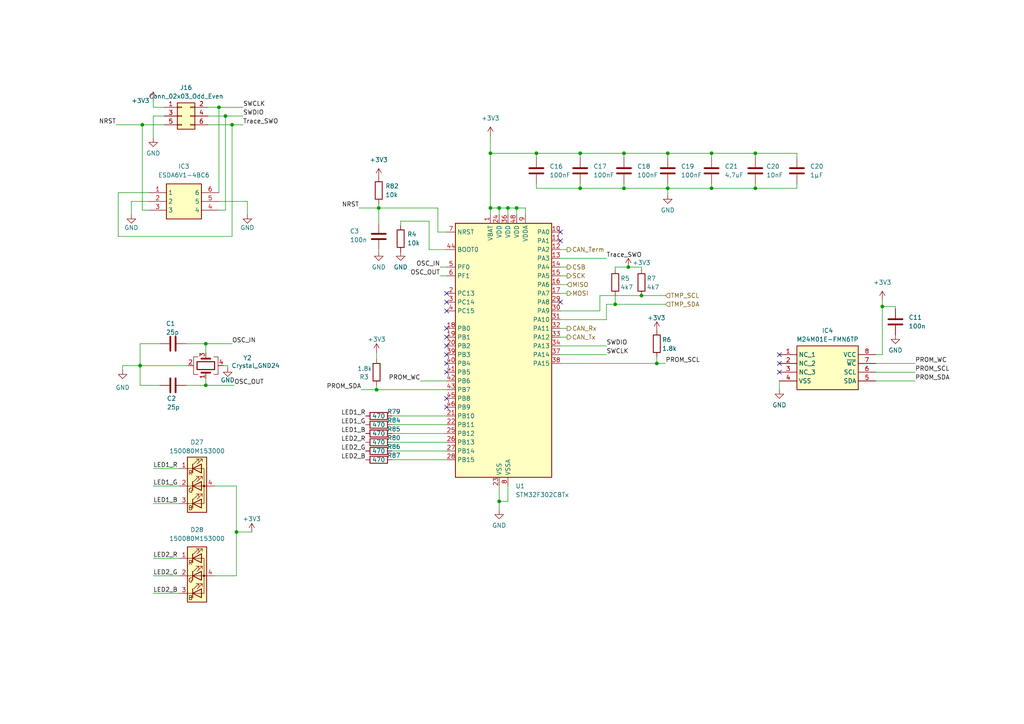
<source format=kicad_sch>
(kicad_sch
	(version 20231120)
	(generator "eeschema")
	(generator_version "8.0")
	(uuid "eec60528-52d3-4ed7-bd9c-40404fbb8068")
	(paper "A4")
	(lib_symbols
		(symbol "Connector_Generic:Conn_02x03_Odd_Even"
			(pin_names
				(offset 1.016) hide)
			(exclude_from_sim no)
			(in_bom yes)
			(on_board yes)
			(property "Reference" "J"
				(at 1.27 5.08 0)
				(effects
					(font
						(size 1.27 1.27)
					)
				)
			)
			(property "Value" "Conn_02x03_Odd_Even"
				(at 1.27 -5.08 0)
				(effects
					(font
						(size 1.27 1.27)
					)
				)
			)
			(property "Footprint" ""
				(at 0 0 0)
				(effects
					(font
						(size 1.27 1.27)
					)
					(hide yes)
				)
			)
			(property "Datasheet" "~"
				(at 0 0 0)
				(effects
					(font
						(size 1.27 1.27)
					)
					(hide yes)
				)
			)
			(property "Description" "Generic connector, double row, 02x03, odd/even pin numbering scheme (row 1 odd numbers, row 2 even numbers), script generated (kicad-library-utils/schlib/autogen/connector/)"
				(at 0 0 0)
				(effects
					(font
						(size 1.27 1.27)
					)
					(hide yes)
				)
			)
			(property "ki_keywords" "connector"
				(at 0 0 0)
				(effects
					(font
						(size 1.27 1.27)
					)
					(hide yes)
				)
			)
			(property "ki_fp_filters" "Connector*:*_2x??_*"
				(at 0 0 0)
				(effects
					(font
						(size 1.27 1.27)
					)
					(hide yes)
				)
			)
			(symbol "Conn_02x03_Odd_Even_1_1"
				(rectangle
					(start -1.27 -2.413)
					(end 0 -2.667)
					(stroke
						(width 0.1524)
						(type default)
					)
					(fill
						(type none)
					)
				)
				(rectangle
					(start -1.27 0.127)
					(end 0 -0.127)
					(stroke
						(width 0.1524)
						(type default)
					)
					(fill
						(type none)
					)
				)
				(rectangle
					(start -1.27 2.667)
					(end 0 2.413)
					(stroke
						(width 0.1524)
						(type default)
					)
					(fill
						(type none)
					)
				)
				(rectangle
					(start -1.27 3.81)
					(end 3.81 -3.81)
					(stroke
						(width 0.254)
						(type default)
					)
					(fill
						(type background)
					)
				)
				(rectangle
					(start 3.81 -2.413)
					(end 2.54 -2.667)
					(stroke
						(width 0.1524)
						(type default)
					)
					(fill
						(type none)
					)
				)
				(rectangle
					(start 3.81 0.127)
					(end 2.54 -0.127)
					(stroke
						(width 0.1524)
						(type default)
					)
					(fill
						(type none)
					)
				)
				(rectangle
					(start 3.81 2.667)
					(end 2.54 2.413)
					(stroke
						(width 0.1524)
						(type default)
					)
					(fill
						(type none)
					)
				)
				(pin passive line
					(at -5.08 2.54 0)
					(length 3.81)
					(name "Pin_1"
						(effects
							(font
								(size 1.27 1.27)
							)
						)
					)
					(number "1"
						(effects
							(font
								(size 1.27 1.27)
							)
						)
					)
				)
				(pin passive line
					(at 7.62 2.54 180)
					(length 3.81)
					(name "Pin_2"
						(effects
							(font
								(size 1.27 1.27)
							)
						)
					)
					(number "2"
						(effects
							(font
								(size 1.27 1.27)
							)
						)
					)
				)
				(pin passive line
					(at -5.08 0 0)
					(length 3.81)
					(name "Pin_3"
						(effects
							(font
								(size 1.27 1.27)
							)
						)
					)
					(number "3"
						(effects
							(font
								(size 1.27 1.27)
							)
						)
					)
				)
				(pin passive line
					(at 7.62 0 180)
					(length 3.81)
					(name "Pin_4"
						(effects
							(font
								(size 1.27 1.27)
							)
						)
					)
					(number "4"
						(effects
							(font
								(size 1.27 1.27)
							)
						)
					)
				)
				(pin passive line
					(at -5.08 -2.54 0)
					(length 3.81)
					(name "Pin_5"
						(effects
							(font
								(size 1.27 1.27)
							)
						)
					)
					(number "5"
						(effects
							(font
								(size 1.27 1.27)
							)
						)
					)
				)
				(pin passive line
					(at 7.62 -2.54 180)
					(length 3.81)
					(name "Pin_6"
						(effects
							(font
								(size 1.27 1.27)
							)
						)
					)
					(number "6"
						(effects
							(font
								(size 1.27 1.27)
							)
						)
					)
				)
			)
		)
		(symbol "Device:C"
			(pin_numbers hide)
			(pin_names
				(offset 0.254)
			)
			(exclude_from_sim no)
			(in_bom yes)
			(on_board yes)
			(property "Reference" "C"
				(at 0.635 2.54 0)
				(effects
					(font
						(size 1.27 1.27)
					)
					(justify left)
				)
			)
			(property "Value" "C"
				(at 0.635 -2.54 0)
				(effects
					(font
						(size 1.27 1.27)
					)
					(justify left)
				)
			)
			(property "Footprint" ""
				(at 0.9652 -3.81 0)
				(effects
					(font
						(size 1.27 1.27)
					)
					(hide yes)
				)
			)
			(property "Datasheet" "~"
				(at 0 0 0)
				(effects
					(font
						(size 1.27 1.27)
					)
					(hide yes)
				)
			)
			(property "Description" "Unpolarized capacitor"
				(at 0 0 0)
				(effects
					(font
						(size 1.27 1.27)
					)
					(hide yes)
				)
			)
			(property "ki_keywords" "cap capacitor"
				(at 0 0 0)
				(effects
					(font
						(size 1.27 1.27)
					)
					(hide yes)
				)
			)
			(property "ki_fp_filters" "C_*"
				(at 0 0 0)
				(effects
					(font
						(size 1.27 1.27)
					)
					(hide yes)
				)
			)
			(symbol "C_0_1"
				(polyline
					(pts
						(xy -2.032 -0.762) (xy 2.032 -0.762)
					)
					(stroke
						(width 0.508)
						(type default)
					)
					(fill
						(type none)
					)
				)
				(polyline
					(pts
						(xy -2.032 0.762) (xy 2.032 0.762)
					)
					(stroke
						(width 0.508)
						(type default)
					)
					(fill
						(type none)
					)
				)
			)
			(symbol "C_1_1"
				(pin passive line
					(at 0 3.81 270)
					(length 2.794)
					(name "~"
						(effects
							(font
								(size 1.27 1.27)
							)
						)
					)
					(number "1"
						(effects
							(font
								(size 1.27 1.27)
							)
						)
					)
				)
				(pin passive line
					(at 0 -3.81 90)
					(length 2.794)
					(name "~"
						(effects
							(font
								(size 1.27 1.27)
							)
						)
					)
					(number "2"
						(effects
							(font
								(size 1.27 1.27)
							)
						)
					)
				)
			)
		)
		(symbol "Device:Crystal_GND24"
			(pin_names
				(offset 1.016) hide)
			(exclude_from_sim no)
			(in_bom yes)
			(on_board yes)
			(property "Reference" "Y"
				(at 3.175 5.08 0)
				(effects
					(font
						(size 1.27 1.27)
					)
					(justify left)
				)
			)
			(property "Value" "Crystal_GND24"
				(at 3.175 3.175 0)
				(effects
					(font
						(size 1.27 1.27)
					)
					(justify left)
				)
			)
			(property "Footprint" ""
				(at 0 0 0)
				(effects
					(font
						(size 1.27 1.27)
					)
					(hide yes)
				)
			)
			(property "Datasheet" "~"
				(at 0 0 0)
				(effects
					(font
						(size 1.27 1.27)
					)
					(hide yes)
				)
			)
			(property "Description" "Four pin crystal, GND on pins 2 and 4"
				(at 0 0 0)
				(effects
					(font
						(size 1.27 1.27)
					)
					(hide yes)
				)
			)
			(property "ki_keywords" "quartz ceramic resonator oscillator"
				(at 0 0 0)
				(effects
					(font
						(size 1.27 1.27)
					)
					(hide yes)
				)
			)
			(property "ki_fp_filters" "Crystal*"
				(at 0 0 0)
				(effects
					(font
						(size 1.27 1.27)
					)
					(hide yes)
				)
			)
			(symbol "Crystal_GND24_0_1"
				(rectangle
					(start -1.143 2.54)
					(end 1.143 -2.54)
					(stroke
						(width 0.3048)
						(type default)
					)
					(fill
						(type none)
					)
				)
				(polyline
					(pts
						(xy -2.54 0) (xy -2.032 0)
					)
					(stroke
						(width 0)
						(type default)
					)
					(fill
						(type none)
					)
				)
				(polyline
					(pts
						(xy -2.032 -1.27) (xy -2.032 1.27)
					)
					(stroke
						(width 0.508)
						(type default)
					)
					(fill
						(type none)
					)
				)
				(polyline
					(pts
						(xy 0 -3.81) (xy 0 -3.556)
					)
					(stroke
						(width 0)
						(type default)
					)
					(fill
						(type none)
					)
				)
				(polyline
					(pts
						(xy 0 3.556) (xy 0 3.81)
					)
					(stroke
						(width 0)
						(type default)
					)
					(fill
						(type none)
					)
				)
				(polyline
					(pts
						(xy 2.032 -1.27) (xy 2.032 1.27)
					)
					(stroke
						(width 0.508)
						(type default)
					)
					(fill
						(type none)
					)
				)
				(polyline
					(pts
						(xy 2.032 0) (xy 2.54 0)
					)
					(stroke
						(width 0)
						(type default)
					)
					(fill
						(type none)
					)
				)
				(polyline
					(pts
						(xy -2.54 -2.286) (xy -2.54 -3.556) (xy 2.54 -3.556) (xy 2.54 -2.286)
					)
					(stroke
						(width 0)
						(type default)
					)
					(fill
						(type none)
					)
				)
				(polyline
					(pts
						(xy -2.54 2.286) (xy -2.54 3.556) (xy 2.54 3.556) (xy 2.54 2.286)
					)
					(stroke
						(width 0)
						(type default)
					)
					(fill
						(type none)
					)
				)
			)
			(symbol "Crystal_GND24_1_1"
				(pin passive line
					(at -3.81 0 0)
					(length 1.27)
					(name "1"
						(effects
							(font
								(size 1.27 1.27)
							)
						)
					)
					(number "1"
						(effects
							(font
								(size 1.27 1.27)
							)
						)
					)
				)
				(pin passive line
					(at 0 5.08 270)
					(length 1.27)
					(name "2"
						(effects
							(font
								(size 1.27 1.27)
							)
						)
					)
					(number "2"
						(effects
							(font
								(size 1.27 1.27)
							)
						)
					)
				)
				(pin passive line
					(at 3.81 0 180)
					(length 1.27)
					(name "3"
						(effects
							(font
								(size 1.27 1.27)
							)
						)
					)
					(number "3"
						(effects
							(font
								(size 1.27 1.27)
							)
						)
					)
				)
				(pin passive line
					(at 0 -5.08 90)
					(length 1.27)
					(name "4"
						(effects
							(font
								(size 1.27 1.27)
							)
						)
					)
					(number "4"
						(effects
							(font
								(size 1.27 1.27)
							)
						)
					)
				)
			)
		)
		(symbol "Device:LED_RGBA"
			(pin_names
				(offset 0) hide)
			(exclude_from_sim no)
			(in_bom yes)
			(on_board yes)
			(property "Reference" "D"
				(at 0 9.398 0)
				(effects
					(font
						(size 1.27 1.27)
					)
				)
			)
			(property "Value" "LED_RGBA"
				(at 0 -8.89 0)
				(effects
					(font
						(size 1.27 1.27)
					)
				)
			)
			(property "Footprint" ""
				(at 0 -1.27 0)
				(effects
					(font
						(size 1.27 1.27)
					)
					(hide yes)
				)
			)
			(property "Datasheet" "~"
				(at 0 -1.27 0)
				(effects
					(font
						(size 1.27 1.27)
					)
					(hide yes)
				)
			)
			(property "Description" "RGB LED, red/green/blue/anode"
				(at 0 0 0)
				(effects
					(font
						(size 1.27 1.27)
					)
					(hide yes)
				)
			)
			(property "ki_keywords" "LED RGB diode"
				(at 0 0 0)
				(effects
					(font
						(size 1.27 1.27)
					)
					(hide yes)
				)
			)
			(property "ki_fp_filters" "LED* LED_SMD:* LED_THT:*"
				(at 0 0 0)
				(effects
					(font
						(size 1.27 1.27)
					)
					(hide yes)
				)
			)
			(symbol "LED_RGBA_0_0"
				(text "B"
					(at -1.905 -6.35 0)
					(effects
						(font
							(size 1.27 1.27)
						)
					)
				)
				(text "G"
					(at -1.905 -1.27 0)
					(effects
						(font
							(size 1.27 1.27)
						)
					)
				)
				(text "R"
					(at -1.905 3.81 0)
					(effects
						(font
							(size 1.27 1.27)
						)
					)
				)
			)
			(symbol "LED_RGBA_0_1"
				(polyline
					(pts
						(xy -1.27 -5.08) (xy -2.54 -5.08)
					)
					(stroke
						(width 0)
						(type default)
					)
					(fill
						(type none)
					)
				)
				(polyline
					(pts
						(xy -1.27 -5.08) (xy 1.27 -5.08)
					)
					(stroke
						(width 0)
						(type default)
					)
					(fill
						(type none)
					)
				)
				(polyline
					(pts
						(xy -1.27 -3.81) (xy -1.27 -6.35)
					)
					(stroke
						(width 0.254)
						(type default)
					)
					(fill
						(type none)
					)
				)
				(polyline
					(pts
						(xy -1.27 0) (xy -2.54 0)
					)
					(stroke
						(width 0)
						(type default)
					)
					(fill
						(type none)
					)
				)
				(polyline
					(pts
						(xy -1.27 1.27) (xy -1.27 -1.27)
					)
					(stroke
						(width 0.254)
						(type default)
					)
					(fill
						(type none)
					)
				)
				(polyline
					(pts
						(xy -1.27 5.08) (xy -2.54 5.08)
					)
					(stroke
						(width 0)
						(type default)
					)
					(fill
						(type none)
					)
				)
				(polyline
					(pts
						(xy -1.27 5.08) (xy 1.27 5.08)
					)
					(stroke
						(width 0)
						(type default)
					)
					(fill
						(type none)
					)
				)
				(polyline
					(pts
						(xy -1.27 6.35) (xy -1.27 3.81)
					)
					(stroke
						(width 0.254)
						(type default)
					)
					(fill
						(type none)
					)
				)
				(polyline
					(pts
						(xy 1.27 0) (xy -1.27 0)
					)
					(stroke
						(width 0)
						(type default)
					)
					(fill
						(type none)
					)
				)
				(polyline
					(pts
						(xy 1.27 0) (xy 2.54 0)
					)
					(stroke
						(width 0)
						(type default)
					)
					(fill
						(type none)
					)
				)
				(polyline
					(pts
						(xy -1.27 1.27) (xy -1.27 -1.27) (xy -1.27 -1.27)
					)
					(stroke
						(width 0)
						(type default)
					)
					(fill
						(type none)
					)
				)
				(polyline
					(pts
						(xy -1.27 6.35) (xy -1.27 3.81) (xy -1.27 3.81)
					)
					(stroke
						(width 0)
						(type default)
					)
					(fill
						(type none)
					)
				)
				(polyline
					(pts
						(xy 1.27 -5.08) (xy 2.032 -5.08) (xy 2.032 5.08) (xy 1.27 5.08)
					)
					(stroke
						(width 0)
						(type default)
					)
					(fill
						(type none)
					)
				)
				(polyline
					(pts
						(xy 1.27 -3.81) (xy 1.27 -6.35) (xy -1.27 -5.08) (xy 1.27 -3.81)
					)
					(stroke
						(width 0.254)
						(type default)
					)
					(fill
						(type none)
					)
				)
				(polyline
					(pts
						(xy 1.27 1.27) (xy 1.27 -1.27) (xy -1.27 0) (xy 1.27 1.27)
					)
					(stroke
						(width 0.254)
						(type default)
					)
					(fill
						(type none)
					)
				)
				(polyline
					(pts
						(xy 1.27 6.35) (xy 1.27 3.81) (xy -1.27 5.08) (xy 1.27 6.35)
					)
					(stroke
						(width 0.254)
						(type default)
					)
					(fill
						(type none)
					)
				)
				(polyline
					(pts
						(xy -1.016 -3.81) (xy 0.508 -2.286) (xy -0.254 -2.286) (xy 0.508 -2.286) (xy 0.508 -3.048)
					)
					(stroke
						(width 0)
						(type default)
					)
					(fill
						(type none)
					)
				)
				(polyline
					(pts
						(xy -1.016 1.27) (xy 0.508 2.794) (xy -0.254 2.794) (xy 0.508 2.794) (xy 0.508 2.032)
					)
					(stroke
						(width 0)
						(type default)
					)
					(fill
						(type none)
					)
				)
				(polyline
					(pts
						(xy -1.016 6.35) (xy 0.508 7.874) (xy -0.254 7.874) (xy 0.508 7.874) (xy 0.508 7.112)
					)
					(stroke
						(width 0)
						(type default)
					)
					(fill
						(type none)
					)
				)
				(polyline
					(pts
						(xy 0 -3.81) (xy 1.524 -2.286) (xy 0.762 -2.286) (xy 1.524 -2.286) (xy 1.524 -3.048)
					)
					(stroke
						(width 0)
						(type default)
					)
					(fill
						(type none)
					)
				)
				(polyline
					(pts
						(xy 0 1.27) (xy 1.524 2.794) (xy 0.762 2.794) (xy 1.524 2.794) (xy 1.524 2.032)
					)
					(stroke
						(width 0)
						(type default)
					)
					(fill
						(type none)
					)
				)
				(polyline
					(pts
						(xy 0 6.35) (xy 1.524 7.874) (xy 0.762 7.874) (xy 1.524 7.874) (xy 1.524 7.112)
					)
					(stroke
						(width 0)
						(type default)
					)
					(fill
						(type none)
					)
				)
				(rectangle
					(start 1.27 -1.27)
					(end 1.27 1.27)
					(stroke
						(width 0)
						(type default)
					)
					(fill
						(type none)
					)
				)
				(rectangle
					(start 1.27 1.27)
					(end 1.27 1.27)
					(stroke
						(width 0)
						(type default)
					)
					(fill
						(type none)
					)
				)
				(rectangle
					(start 1.27 3.81)
					(end 1.27 6.35)
					(stroke
						(width 0)
						(type default)
					)
					(fill
						(type none)
					)
				)
				(rectangle
					(start 1.27 6.35)
					(end 1.27 6.35)
					(stroke
						(width 0)
						(type default)
					)
					(fill
						(type none)
					)
				)
				(circle
					(center 2.032 0)
					(radius 0.254)
					(stroke
						(width 0)
						(type default)
					)
					(fill
						(type outline)
					)
				)
				(rectangle
					(start 2.794 8.382)
					(end -2.794 -7.62)
					(stroke
						(width 0.254)
						(type default)
					)
					(fill
						(type background)
					)
				)
			)
			(symbol "LED_RGBA_1_1"
				(pin passive line
					(at -5.08 5.08 0)
					(length 2.54)
					(name "RK"
						(effects
							(font
								(size 1.27 1.27)
							)
						)
					)
					(number "1"
						(effects
							(font
								(size 1.27 1.27)
							)
						)
					)
				)
				(pin passive line
					(at -5.08 0 0)
					(length 2.54)
					(name "GK"
						(effects
							(font
								(size 1.27 1.27)
							)
						)
					)
					(number "2"
						(effects
							(font
								(size 1.27 1.27)
							)
						)
					)
				)
				(pin passive line
					(at -5.08 -5.08 0)
					(length 2.54)
					(name "BK"
						(effects
							(font
								(size 1.27 1.27)
							)
						)
					)
					(number "3"
						(effects
							(font
								(size 1.27 1.27)
							)
						)
					)
				)
				(pin passive line
					(at 5.08 0 180)
					(length 2.54)
					(name "A"
						(effects
							(font
								(size 1.27 1.27)
							)
						)
					)
					(number "4"
						(effects
							(font
								(size 1.27 1.27)
							)
						)
					)
				)
			)
		)
		(symbol "Device:R"
			(pin_numbers hide)
			(pin_names
				(offset 0)
			)
			(exclude_from_sim no)
			(in_bom yes)
			(on_board yes)
			(property "Reference" "R"
				(at 2.032 0 90)
				(effects
					(font
						(size 1.27 1.27)
					)
				)
			)
			(property "Value" "R"
				(at 0 0 90)
				(effects
					(font
						(size 1.27 1.27)
					)
				)
			)
			(property "Footprint" ""
				(at -1.778 0 90)
				(effects
					(font
						(size 1.27 1.27)
					)
					(hide yes)
				)
			)
			(property "Datasheet" "~"
				(at 0 0 0)
				(effects
					(font
						(size 1.27 1.27)
					)
					(hide yes)
				)
			)
			(property "Description" "Resistor"
				(at 0 0 0)
				(effects
					(font
						(size 1.27 1.27)
					)
					(hide yes)
				)
			)
			(property "ki_keywords" "R res resistor"
				(at 0 0 0)
				(effects
					(font
						(size 1.27 1.27)
					)
					(hide yes)
				)
			)
			(property "ki_fp_filters" "R_*"
				(at 0 0 0)
				(effects
					(font
						(size 1.27 1.27)
					)
					(hide yes)
				)
			)
			(symbol "R_0_1"
				(rectangle
					(start -1.016 -2.54)
					(end 1.016 2.54)
					(stroke
						(width 0.254)
						(type default)
					)
					(fill
						(type none)
					)
				)
			)
			(symbol "R_1_1"
				(pin passive line
					(at 0 3.81 270)
					(length 1.27)
					(name "~"
						(effects
							(font
								(size 1.27 1.27)
							)
						)
					)
					(number "1"
						(effects
							(font
								(size 1.27 1.27)
							)
						)
					)
				)
				(pin passive line
					(at 0 -3.81 90)
					(length 1.27)
					(name "~"
						(effects
							(font
								(size 1.27 1.27)
							)
						)
					)
					(number "2"
						(effects
							(font
								(size 1.27 1.27)
							)
						)
					)
				)
			)
		)
		(symbol "ESDA6V1-4BC6:ESDA6V1-4BC6"
			(exclude_from_sim no)
			(in_bom yes)
			(on_board yes)
			(property "Reference" "IC"
				(at 16.51 7.62 0)
				(effects
					(font
						(size 1.27 1.27)
					)
					(justify left top)
				)
			)
			(property "Value" "ESDA6V1-4BC6"
				(at 16.51 5.08 0)
				(effects
					(font
						(size 1.27 1.27)
					)
					(justify left top)
				)
			)
			(property "Footprint" "SOT95P280X145-6N"
				(at 16.51 -94.92 0)
				(effects
					(font
						(size 1.27 1.27)
					)
					(justify left top)
					(hide yes)
				)
			)
			(property "Datasheet" "https://datasheet.datasheetarchive.com/originals/distributors/Datasheets-302/32003.pdf"
				(at 16.51 -194.92 0)
				(effects
					(font
						(size 1.27 1.27)
					)
					(justify left top)
					(hide yes)
				)
			)
			(property "Description" "TVS Diode Array Bi-Directional ESDA6V1-4BC6 Quad, 80W, SOT-23 6-Pin"
				(at 0 0 0)
				(effects
					(font
						(size 1.27 1.27)
					)
					(hide yes)
				)
			)
			(property "Height" "1.45"
				(at 16.51 -394.92 0)
				(effects
					(font
						(size 1.27 1.27)
					)
					(justify left top)
					(hide yes)
				)
			)
			(property "Mouser Part Number" "511-ESDA6V1-4BC6"
				(at 16.51 -494.92 0)
				(effects
					(font
						(size 1.27 1.27)
					)
					(justify left top)
					(hide yes)
				)
			)
			(property "Mouser Price/Stock" "https://www.mouser.co.uk/ProductDetail/STMicroelectronics/ESDA6V1-4BC6?qs=du%252Bo5tJIeNIbUe8p3mGDRw%3D%3D"
				(at 16.51 -594.92 0)
				(effects
					(font
						(size 1.27 1.27)
					)
					(justify left top)
					(hide yes)
				)
			)
			(property "Manufacturer_Name" "STMicroelectronics"
				(at 16.51 -694.92 0)
				(effects
					(font
						(size 1.27 1.27)
					)
					(justify left top)
					(hide yes)
				)
			)
			(property "Manufacturer_Part_Number" "ESDA6V1-4BC6"
				(at 16.51 -794.92 0)
				(effects
					(font
						(size 1.27 1.27)
					)
					(justify left top)
					(hide yes)
				)
			)
			(symbol "ESDA6V1-4BC6_1_1"
				(rectangle
					(start 5.08 2.54)
					(end 15.24 -7.62)
					(stroke
						(width 0.254)
						(type default)
					)
					(fill
						(type background)
					)
				)
				(pin passive line
					(at 0 0 0)
					(length 5.08)
					(name "1"
						(effects
							(font
								(size 1.27 1.27)
							)
						)
					)
					(number "1"
						(effects
							(font
								(size 1.27 1.27)
							)
						)
					)
				)
				(pin passive line
					(at 0 -2.54 0)
					(length 5.08)
					(name "2"
						(effects
							(font
								(size 1.27 1.27)
							)
						)
					)
					(number "2"
						(effects
							(font
								(size 1.27 1.27)
							)
						)
					)
				)
				(pin passive line
					(at 0 -5.08 0)
					(length 5.08)
					(name "3"
						(effects
							(font
								(size 1.27 1.27)
							)
						)
					)
					(number "3"
						(effects
							(font
								(size 1.27 1.27)
							)
						)
					)
				)
				(pin passive line
					(at 20.32 -5.08 180)
					(length 5.08)
					(name "4"
						(effects
							(font
								(size 1.27 1.27)
							)
						)
					)
					(number "4"
						(effects
							(font
								(size 1.27 1.27)
							)
						)
					)
				)
				(pin passive line
					(at 20.32 -2.54 180)
					(length 5.08)
					(name "5"
						(effects
							(font
								(size 1.27 1.27)
							)
						)
					)
					(number "5"
						(effects
							(font
								(size 1.27 1.27)
							)
						)
					)
				)
				(pin passive line
					(at 20.32 0 180)
					(length 5.08)
					(name "6"
						(effects
							(font
								(size 1.27 1.27)
							)
						)
					)
					(number "6"
						(effects
							(font
								(size 1.27 1.27)
							)
						)
					)
				)
			)
		)
		(symbol "M24M01E-FMN6TP:M24M01E-FMN6TP"
			(exclude_from_sim no)
			(in_bom yes)
			(on_board yes)
			(property "Reference" "IC"
				(at 24.13 7.62 0)
				(effects
					(font
						(size 1.27 1.27)
					)
					(justify left top)
				)
			)
			(property "Value" "M24M01E-FMN6TP"
				(at 24.13 5.08 0)
				(effects
					(font
						(size 1.27 1.27)
					)
					(justify left top)
				)
			)
			(property "Footprint" "SOIC127P600X175-8N"
				(at 24.13 -94.92 0)
				(effects
					(font
						(size 1.27 1.27)
					)
					(justify left top)
					(hide yes)
				)
			)
			(property "Datasheet" "https://www.st.com/resource/en/datasheet/m24m01e-f.pdf"
				(at 24.13 -194.92 0)
				(effects
					(font
						(size 1.27 1.27)
					)
					(justify left top)
					(hide yes)
				)
			)
			(property "Description" "1 Mbit Serial I2C bus EEPROM with configurable device address and software write protection registers"
				(at 0 0 0)
				(effects
					(font
						(size 1.27 1.27)
					)
					(hide yes)
				)
			)
			(property "Height" "1.75"
				(at 24.13 -394.92 0)
				(effects
					(font
						(size 1.27 1.27)
					)
					(justify left top)
					(hide yes)
				)
			)
			(property "Mouser Part Number" ""
				(at 24.13 -494.92 0)
				(effects
					(font
						(size 1.27 1.27)
					)
					(justify left top)
					(hide yes)
				)
			)
			(property "Mouser Price/Stock" ""
				(at 24.13 -594.92 0)
				(effects
					(font
						(size 1.27 1.27)
					)
					(justify left top)
					(hide yes)
				)
			)
			(property "Manufacturer_Name" "STMicroelectronics"
				(at 24.13 -694.92 0)
				(effects
					(font
						(size 1.27 1.27)
					)
					(justify left top)
					(hide yes)
				)
			)
			(property "Manufacturer_Part_Number" "M24M01E-FMN6TP"
				(at 24.13 -794.92 0)
				(effects
					(font
						(size 1.27 1.27)
					)
					(justify left top)
					(hide yes)
				)
			)
			(symbol "M24M01E-FMN6TP_1_1"
				(rectangle
					(start 5.08 2.54)
					(end 22.86 -10.16)
					(stroke
						(width 0.254)
						(type default)
					)
					(fill
						(type background)
					)
				)
				(pin passive line
					(at 0 0 0)
					(length 5.08)
					(name "NC_1"
						(effects
							(font
								(size 1.27 1.27)
							)
						)
					)
					(number "1"
						(effects
							(font
								(size 1.27 1.27)
							)
						)
					)
				)
				(pin passive line
					(at 0 -2.54 0)
					(length 5.08)
					(name "NC_2"
						(effects
							(font
								(size 1.27 1.27)
							)
						)
					)
					(number "2"
						(effects
							(font
								(size 1.27 1.27)
							)
						)
					)
				)
				(pin passive line
					(at 0 -5.08 0)
					(length 5.08)
					(name "NC_3"
						(effects
							(font
								(size 1.27 1.27)
							)
						)
					)
					(number "3"
						(effects
							(font
								(size 1.27 1.27)
							)
						)
					)
				)
				(pin passive line
					(at 0 -7.62 0)
					(length 5.08)
					(name "VSS"
						(effects
							(font
								(size 1.27 1.27)
							)
						)
					)
					(number "4"
						(effects
							(font
								(size 1.27 1.27)
							)
						)
					)
				)
				(pin passive line
					(at 27.94 -7.62 180)
					(length 5.08)
					(name "SDA"
						(effects
							(font
								(size 1.27 1.27)
							)
						)
					)
					(number "5"
						(effects
							(font
								(size 1.27 1.27)
							)
						)
					)
				)
				(pin passive line
					(at 27.94 -5.08 180)
					(length 5.08)
					(name "SCL"
						(effects
							(font
								(size 1.27 1.27)
							)
						)
					)
					(number "6"
						(effects
							(font
								(size 1.27 1.27)
							)
						)
					)
				)
				(pin passive line
					(at 27.94 -2.54 180)
					(length 5.08)
					(name "~{WC}"
						(effects
							(font
								(size 1.27 1.27)
							)
						)
					)
					(number "7"
						(effects
							(font
								(size 1.27 1.27)
							)
						)
					)
				)
				(pin passive line
					(at 27.94 0 180)
					(length 5.08)
					(name "VCC"
						(effects
							(font
								(size 1.27 1.27)
							)
						)
					)
					(number "8"
						(effects
							(font
								(size 1.27 1.27)
							)
						)
					)
				)
			)
		)
		(symbol "MCU_ST_STM32F3:STM32F302CBTx"
			(exclude_from_sim no)
			(in_bom yes)
			(on_board yes)
			(property "Reference" "U"
				(at -12.7 39.37 0)
				(effects
					(font
						(size 1.27 1.27)
					)
					(justify left)
				)
			)
			(property "Value" "STM32F302CBTx"
				(at 10.16 39.37 0)
				(effects
					(font
						(size 1.27 1.27)
					)
					(justify left)
				)
			)
			(property "Footprint" "Package_QFP:LQFP-48_7x7mm_P0.5mm"
				(at -12.7 -35.56 0)
				(effects
					(font
						(size 1.27 1.27)
					)
					(justify right)
					(hide yes)
				)
			)
			(property "Datasheet" "https://www.st.com/resource/en/datasheet/stm32f302cb.pdf"
				(at 0 0 0)
				(effects
					(font
						(size 1.27 1.27)
					)
					(hide yes)
				)
			)
			(property "Description" "STMicroelectronics Arm Cortex-M4 MCU, 128KB flash, 32KB RAM, 72 MHz, 2.0-3.6V, 37 GPIO, LQFP48"
				(at 0 0 0)
				(effects
					(font
						(size 1.27 1.27)
					)
					(hide yes)
				)
			)
			(property "ki_locked" ""
				(at 0 0 0)
				(effects
					(font
						(size 1.27 1.27)
					)
				)
			)
			(property "ki_keywords" "Arm Cortex-M4 STM32F3 STM32F302"
				(at 0 0 0)
				(effects
					(font
						(size 1.27 1.27)
					)
					(hide yes)
				)
			)
			(property "ki_fp_filters" "LQFP*7x7mm*P0.5mm*"
				(at 0 0 0)
				(effects
					(font
						(size 1.27 1.27)
					)
					(hide yes)
				)
			)
			(symbol "STM32F302CBTx_0_1"
				(rectangle
					(start -12.7 -35.56)
					(end 15.24 38.1)
					(stroke
						(width 0.254)
						(type default)
					)
					(fill
						(type background)
					)
				)
			)
			(symbol "STM32F302CBTx_1_1"
				(pin power_in line
					(at -2.54 40.64 270)
					(length 2.54)
					(name "VBAT"
						(effects
							(font
								(size 1.27 1.27)
							)
						)
					)
					(number "1"
						(effects
							(font
								(size 1.27 1.27)
							)
						)
					)
				)
				(pin bidirectional line
					(at 17.78 35.56 180)
					(length 2.54)
					(name "PA0"
						(effects
							(font
								(size 1.27 1.27)
							)
						)
					)
					(number "10"
						(effects
							(font
								(size 1.27 1.27)
							)
						)
					)
					(alternate "ADC1_IN1" bidirectional line)
					(alternate "COMP1_INM" bidirectional line)
					(alternate "COMP1_OUT" bidirectional line)
					(alternate "RTC_TAMP2" bidirectional line)
					(alternate "SYS_WKUP1" bidirectional line)
					(alternate "TIM2_CH1" bidirectional line)
					(alternate "TIM2_ETR" bidirectional line)
					(alternate "TSC_G1_IO1" bidirectional line)
					(alternate "USART2_CTS" bidirectional line)
				)
				(pin bidirectional line
					(at 17.78 33.02 180)
					(length 2.54)
					(name "PA1"
						(effects
							(font
								(size 1.27 1.27)
							)
						)
					)
					(number "11"
						(effects
							(font
								(size 1.27 1.27)
							)
						)
					)
					(alternate "ADC1_IN2" bidirectional line)
					(alternate "COMP1_INP" bidirectional line)
					(alternate "OPAMP1_VINP" bidirectional line)
					(alternate "OPAMP1_VINP_SEC" bidirectional line)
					(alternate "RTC_REFIN" bidirectional line)
					(alternate "TIM15_CH1N" bidirectional line)
					(alternate "TIM2_CH2" bidirectional line)
					(alternate "TSC_G1_IO2" bidirectional line)
					(alternate "USART2_DE" bidirectional line)
					(alternate "USART2_RTS" bidirectional line)
				)
				(pin bidirectional line
					(at 17.78 30.48 180)
					(length 2.54)
					(name "PA2"
						(effects
							(font
								(size 1.27 1.27)
							)
						)
					)
					(number "12"
						(effects
							(font
								(size 1.27 1.27)
							)
						)
					)
					(alternate "ADC1_IN3" bidirectional line)
					(alternate "COMP2_INM" bidirectional line)
					(alternate "COMP2_OUT" bidirectional line)
					(alternate "OPAMP1_VOUT" bidirectional line)
					(alternate "TIM15_CH1" bidirectional line)
					(alternate "TIM2_CH3" bidirectional line)
					(alternate "TSC_G1_IO3" bidirectional line)
					(alternate "USART2_TX" bidirectional line)
				)
				(pin bidirectional line
					(at 17.78 27.94 180)
					(length 2.54)
					(name "PA3"
						(effects
							(font
								(size 1.27 1.27)
							)
						)
					)
					(number "13"
						(effects
							(font
								(size 1.27 1.27)
							)
						)
					)
					(alternate "ADC1_IN4" bidirectional line)
					(alternate "COMP2_INP" bidirectional line)
					(alternate "OPAMP1_VINM" bidirectional line)
					(alternate "OPAMP1_VINM_SEC" bidirectional line)
					(alternate "OPAMP1_VINP" bidirectional line)
					(alternate "OPAMP1_VINP_SEC" bidirectional line)
					(alternate "TIM15_CH2" bidirectional line)
					(alternate "TIM2_CH4" bidirectional line)
					(alternate "TSC_G1_IO4" bidirectional line)
					(alternate "USART2_RX" bidirectional line)
				)
				(pin bidirectional line
					(at 17.78 25.4 180)
					(length 2.54)
					(name "PA4"
						(effects
							(font
								(size 1.27 1.27)
							)
						)
					)
					(number "14"
						(effects
							(font
								(size 1.27 1.27)
							)
						)
					)
					(alternate "ADC2_IN1" bidirectional line)
					(alternate "COMP1_INM" bidirectional line)
					(alternate "COMP2_INM" bidirectional line)
					(alternate "COMP4_INM" bidirectional line)
					(alternate "COMP6_INM" bidirectional line)
					(alternate "DAC_OUT1" bidirectional line)
					(alternate "I2S3_WS" bidirectional line)
					(alternate "SPI1_NSS" bidirectional line)
					(alternate "SPI3_NSS" bidirectional line)
					(alternate "TIM3_CH2" bidirectional line)
					(alternate "TSC_G2_IO1" bidirectional line)
					(alternate "USART2_CK" bidirectional line)
				)
				(pin bidirectional line
					(at 17.78 22.86 180)
					(length 2.54)
					(name "PA5"
						(effects
							(font
								(size 1.27 1.27)
							)
						)
					)
					(number "15"
						(effects
							(font
								(size 1.27 1.27)
							)
						)
					)
					(alternate "ADC2_IN2" bidirectional line)
					(alternate "COMP1_INM" bidirectional line)
					(alternate "COMP2_INM" bidirectional line)
					(alternate "COMP4_INM" bidirectional line)
					(alternate "COMP6_INM" bidirectional line)
					(alternate "OPAMP1_VINP" bidirectional line)
					(alternate "OPAMP1_VINP_SEC" bidirectional line)
					(alternate "OPAMP2_VINM" bidirectional line)
					(alternate "OPAMP2_VINM_SEC" bidirectional line)
					(alternate "SPI1_SCK" bidirectional line)
					(alternate "TIM2_CH1" bidirectional line)
					(alternate "TIM2_ETR" bidirectional line)
					(alternate "TSC_G2_IO2" bidirectional line)
				)
				(pin bidirectional line
					(at 17.78 20.32 180)
					(length 2.54)
					(name "PA6"
						(effects
							(font
								(size 1.27 1.27)
							)
						)
					)
					(number "16"
						(effects
							(font
								(size 1.27 1.27)
							)
						)
					)
					(alternate "ADC2_IN3" bidirectional line)
					(alternate "COMP1_OUT" bidirectional line)
					(alternate "OPAMP2_VOUT" bidirectional line)
					(alternate "SPI1_MISO" bidirectional line)
					(alternate "TIM16_CH1" bidirectional line)
					(alternate "TIM1_BKIN" bidirectional line)
					(alternate "TIM3_CH1" bidirectional line)
					(alternate "TSC_G2_IO3" bidirectional line)
				)
				(pin bidirectional line
					(at 17.78 17.78 180)
					(length 2.54)
					(name "PA7"
						(effects
							(font
								(size 1.27 1.27)
							)
						)
					)
					(number "17"
						(effects
							(font
								(size 1.27 1.27)
							)
						)
					)
					(alternate "ADC2_IN4" bidirectional line)
					(alternate "COMP2_INP" bidirectional line)
					(alternate "COMP2_OUT" bidirectional line)
					(alternate "OPAMP1_VINP" bidirectional line)
					(alternate "OPAMP1_VINP_SEC" bidirectional line)
					(alternate "OPAMP2_VINP" bidirectional line)
					(alternate "OPAMP2_VINP_SEC" bidirectional line)
					(alternate "SPI1_MOSI" bidirectional line)
					(alternate "TIM17_CH1" bidirectional line)
					(alternate "TIM1_CH1N" bidirectional line)
					(alternate "TIM3_CH2" bidirectional line)
					(alternate "TSC_G2_IO4" bidirectional line)
				)
				(pin bidirectional line
					(at -15.24 7.62 0)
					(length 2.54)
					(name "PB0"
						(effects
							(font
								(size 1.27 1.27)
							)
						)
					)
					(number "18"
						(effects
							(font
								(size 1.27 1.27)
							)
						)
					)
					(alternate "COMP4_INP" bidirectional line)
					(alternate "OPAMP2_VINP" bidirectional line)
					(alternate "OPAMP2_VINP_SEC" bidirectional line)
					(alternate "TIM1_CH2N" bidirectional line)
					(alternate "TIM3_CH3" bidirectional line)
					(alternate "TSC_G3_IO2" bidirectional line)
				)
				(pin bidirectional line
					(at -15.24 5.08 0)
					(length 2.54)
					(name "PB1"
						(effects
							(font
								(size 1.27 1.27)
							)
						)
					)
					(number "19"
						(effects
							(font
								(size 1.27 1.27)
							)
						)
					)
					(alternate "COMP4_OUT" bidirectional line)
					(alternate "TIM1_CH3N" bidirectional line)
					(alternate "TIM3_CH4" bidirectional line)
					(alternate "TSC_G3_IO3" bidirectional line)
				)
				(pin bidirectional line
					(at -15.24 17.78 0)
					(length 2.54)
					(name "PC13"
						(effects
							(font
								(size 1.27 1.27)
							)
						)
					)
					(number "2"
						(effects
							(font
								(size 1.27 1.27)
							)
						)
					)
					(alternate "RTC_OUT_ALARM" bidirectional line)
					(alternate "RTC_OUT_CALIB" bidirectional line)
					(alternate "RTC_TAMP1" bidirectional line)
					(alternate "RTC_TS" bidirectional line)
					(alternate "SYS_WKUP2" bidirectional line)
					(alternate "TIM1_CH1N" bidirectional line)
				)
				(pin bidirectional line
					(at -15.24 2.54 0)
					(length 2.54)
					(name "PB2"
						(effects
							(font
								(size 1.27 1.27)
							)
						)
					)
					(number "20"
						(effects
							(font
								(size 1.27 1.27)
							)
						)
					)
					(alternate "ADC2_IN12" bidirectional line)
					(alternate "COMP4_INM" bidirectional line)
					(alternate "TSC_G3_IO4" bidirectional line)
				)
				(pin bidirectional line
					(at -15.24 -17.78 0)
					(length 2.54)
					(name "PB10"
						(effects
							(font
								(size 1.27 1.27)
							)
						)
					)
					(number "21"
						(effects
							(font
								(size 1.27 1.27)
							)
						)
					)
					(alternate "TIM2_CH3" bidirectional line)
					(alternate "TSC_SYNC" bidirectional line)
					(alternate "USART3_TX" bidirectional line)
				)
				(pin bidirectional line
					(at -15.24 -20.32 0)
					(length 2.54)
					(name "PB11"
						(effects
							(font
								(size 1.27 1.27)
							)
						)
					)
					(number "22"
						(effects
							(font
								(size 1.27 1.27)
							)
						)
					)
					(alternate "ADC1_EXTI11" bidirectional line)
					(alternate "ADC2_EXTI11" bidirectional line)
					(alternate "COMP6_INP" bidirectional line)
					(alternate "TIM2_CH4" bidirectional line)
					(alternate "TSC_G6_IO1" bidirectional line)
					(alternate "USART3_RX" bidirectional line)
				)
				(pin power_in line
					(at 0 -38.1 90)
					(length 2.54)
					(name "VSS"
						(effects
							(font
								(size 1.27 1.27)
							)
						)
					)
					(number "23"
						(effects
							(font
								(size 1.27 1.27)
							)
						)
					)
				)
				(pin power_in line
					(at 0 40.64 270)
					(length 2.54)
					(name "VDD"
						(effects
							(font
								(size 1.27 1.27)
							)
						)
					)
					(number "24"
						(effects
							(font
								(size 1.27 1.27)
							)
						)
					)
				)
				(pin bidirectional line
					(at -15.24 -22.86 0)
					(length 2.54)
					(name "PB12"
						(effects
							(font
								(size 1.27 1.27)
							)
						)
					)
					(number "25"
						(effects
							(font
								(size 1.27 1.27)
							)
						)
					)
					(alternate "I2C2_SMBA" bidirectional line)
					(alternate "I2S2_WS" bidirectional line)
					(alternate "SPI2_NSS" bidirectional line)
					(alternate "TIM1_BKIN" bidirectional line)
					(alternate "TSC_G6_IO2" bidirectional line)
					(alternate "USART3_CK" bidirectional line)
				)
				(pin bidirectional line
					(at -15.24 -25.4 0)
					(length 2.54)
					(name "PB13"
						(effects
							(font
								(size 1.27 1.27)
							)
						)
					)
					(number "26"
						(effects
							(font
								(size 1.27 1.27)
							)
						)
					)
					(alternate "I2S2_CK" bidirectional line)
					(alternate "SPI2_SCK" bidirectional line)
					(alternate "TIM1_CH1N" bidirectional line)
					(alternate "TSC_G6_IO3" bidirectional line)
					(alternate "USART3_CTS" bidirectional line)
				)
				(pin bidirectional line
					(at -15.24 -27.94 0)
					(length 2.54)
					(name "PB14"
						(effects
							(font
								(size 1.27 1.27)
							)
						)
					)
					(number "27"
						(effects
							(font
								(size 1.27 1.27)
							)
						)
					)
					(alternate "I2S2_ext_SD" bidirectional line)
					(alternate "OPAMP2_VINP" bidirectional line)
					(alternate "OPAMP2_VINP_SEC" bidirectional line)
					(alternate "SPI2_MISO" bidirectional line)
					(alternate "TIM15_CH1" bidirectional line)
					(alternate "TIM1_CH2N" bidirectional line)
					(alternate "TSC_G6_IO4" bidirectional line)
					(alternate "USART3_DE" bidirectional line)
					(alternate "USART3_RTS" bidirectional line)
				)
				(pin bidirectional line
					(at -15.24 -30.48 0)
					(length 2.54)
					(name "PB15"
						(effects
							(font
								(size 1.27 1.27)
							)
						)
					)
					(number "28"
						(effects
							(font
								(size 1.27 1.27)
							)
						)
					)
					(alternate "ADC1_EXTI15" bidirectional line)
					(alternate "ADC2_EXTI15" bidirectional line)
					(alternate "COMP6_INM" bidirectional line)
					(alternate "I2S2_SD" bidirectional line)
					(alternate "RTC_REFIN" bidirectional line)
					(alternate "SPI2_MOSI" bidirectional line)
					(alternate "TIM15_CH1N" bidirectional line)
					(alternate "TIM15_CH2" bidirectional line)
					(alternate "TIM1_CH3N" bidirectional line)
				)
				(pin bidirectional line
					(at 17.78 15.24 180)
					(length 2.54)
					(name "PA8"
						(effects
							(font
								(size 1.27 1.27)
							)
						)
					)
					(number "29"
						(effects
							(font
								(size 1.27 1.27)
							)
						)
					)
					(alternate "I2C2_SMBA" bidirectional line)
					(alternate "I2S2_MCK" bidirectional line)
					(alternate "RCC_MCO" bidirectional line)
					(alternate "TIM1_CH1" bidirectional line)
					(alternate "TIM4_ETR" bidirectional line)
					(alternate "USART1_CK" bidirectional line)
				)
				(pin bidirectional line
					(at -15.24 15.24 0)
					(length 2.54)
					(name "PC14"
						(effects
							(font
								(size 1.27 1.27)
							)
						)
					)
					(number "3"
						(effects
							(font
								(size 1.27 1.27)
							)
						)
					)
					(alternate "RCC_OSC32_IN" bidirectional line)
				)
				(pin bidirectional line
					(at 17.78 12.7 180)
					(length 2.54)
					(name "PA9"
						(effects
							(font
								(size 1.27 1.27)
							)
						)
					)
					(number "30"
						(effects
							(font
								(size 1.27 1.27)
							)
						)
					)
					(alternate "DAC_EXTI9" bidirectional line)
					(alternate "I2C2_SCL" bidirectional line)
					(alternate "I2S3_MCK" bidirectional line)
					(alternate "TIM15_BKIN" bidirectional line)
					(alternate "TIM1_CH2" bidirectional line)
					(alternate "TIM2_CH3" bidirectional line)
					(alternate "TSC_G4_IO1" bidirectional line)
					(alternate "USART1_TX" bidirectional line)
				)
				(pin bidirectional line
					(at 17.78 10.16 180)
					(length 2.54)
					(name "PA10"
						(effects
							(font
								(size 1.27 1.27)
							)
						)
					)
					(number "31"
						(effects
							(font
								(size 1.27 1.27)
							)
						)
					)
					(alternate "COMP6_OUT" bidirectional line)
					(alternate "I2C2_SDA" bidirectional line)
					(alternate "TIM17_BKIN" bidirectional line)
					(alternate "TIM1_CH3" bidirectional line)
					(alternate "TIM2_CH4" bidirectional line)
					(alternate "TSC_G4_IO2" bidirectional line)
					(alternate "USART1_RX" bidirectional line)
				)
				(pin bidirectional line
					(at 17.78 7.62 180)
					(length 2.54)
					(name "PA11"
						(effects
							(font
								(size 1.27 1.27)
							)
						)
					)
					(number "32"
						(effects
							(font
								(size 1.27 1.27)
							)
						)
					)
					(alternate "ADC1_EXTI11" bidirectional line)
					(alternate "ADC2_EXTI11" bidirectional line)
					(alternate "CAN_RX" bidirectional line)
					(alternate "COMP1_OUT" bidirectional line)
					(alternate "TIM1_BKIN2" bidirectional line)
					(alternate "TIM1_CH1N" bidirectional line)
					(alternate "TIM1_CH4" bidirectional line)
					(alternate "TIM4_CH1" bidirectional line)
					(alternate "USART1_CTS" bidirectional line)
					(alternate "USB_DM" bidirectional line)
				)
				(pin bidirectional line
					(at 17.78 5.08 180)
					(length 2.54)
					(name "PA12"
						(effects
							(font
								(size 1.27 1.27)
							)
						)
					)
					(number "33"
						(effects
							(font
								(size 1.27 1.27)
							)
						)
					)
					(alternate "CAN_TX" bidirectional line)
					(alternate "COMP2_OUT" bidirectional line)
					(alternate "TIM16_CH1" bidirectional line)
					(alternate "TIM1_CH2N" bidirectional line)
					(alternate "TIM1_ETR" bidirectional line)
					(alternate "TIM4_CH2" bidirectional line)
					(alternate "USART1_DE" bidirectional line)
					(alternate "USART1_RTS" bidirectional line)
					(alternate "USB_DP" bidirectional line)
				)
				(pin bidirectional line
					(at 17.78 2.54 180)
					(length 2.54)
					(name "PA13"
						(effects
							(font
								(size 1.27 1.27)
							)
						)
					)
					(number "34"
						(effects
							(font
								(size 1.27 1.27)
							)
						)
					)
					(alternate "IR_OUT" bidirectional line)
					(alternate "SYS_JTMS-SWDIO" bidirectional line)
					(alternate "TIM16_CH1N" bidirectional line)
					(alternate "TIM4_CH3" bidirectional line)
					(alternate "TSC_G4_IO3" bidirectional line)
					(alternate "USART3_CTS" bidirectional line)
				)
				(pin passive line
					(at 0 -38.1 90)
					(length 2.54) hide
					(name "VSS"
						(effects
							(font
								(size 1.27 1.27)
							)
						)
					)
					(number "35"
						(effects
							(font
								(size 1.27 1.27)
							)
						)
					)
				)
				(pin power_in line
					(at 2.54 40.64 270)
					(length 2.54)
					(name "VDD"
						(effects
							(font
								(size 1.27 1.27)
							)
						)
					)
					(number "36"
						(effects
							(font
								(size 1.27 1.27)
							)
						)
					)
				)
				(pin bidirectional line
					(at 17.78 0 180)
					(length 2.54)
					(name "PA14"
						(effects
							(font
								(size 1.27 1.27)
							)
						)
					)
					(number "37"
						(effects
							(font
								(size 1.27 1.27)
							)
						)
					)
					(alternate "I2C1_SDA" bidirectional line)
					(alternate "SYS_JTCK-SWCLK" bidirectional line)
					(alternate "TIM1_BKIN" bidirectional line)
					(alternate "TSC_G4_IO4" bidirectional line)
					(alternate "USART2_TX" bidirectional line)
				)
				(pin bidirectional line
					(at 17.78 -2.54 180)
					(length 2.54)
					(name "PA15"
						(effects
							(font
								(size 1.27 1.27)
							)
						)
					)
					(number "38"
						(effects
							(font
								(size 1.27 1.27)
							)
						)
					)
					(alternate "ADC1_EXTI15" bidirectional line)
					(alternate "ADC2_EXTI15" bidirectional line)
					(alternate "I2C1_SCL" bidirectional line)
					(alternate "I2S3_WS" bidirectional line)
					(alternate "SPI1_NSS" bidirectional line)
					(alternate "SPI3_NSS" bidirectional line)
					(alternate "SYS_JTDI" bidirectional line)
					(alternate "TIM1_BKIN" bidirectional line)
					(alternate "TIM2_CH1" bidirectional line)
					(alternate "TIM2_ETR" bidirectional line)
					(alternate "USART2_RX" bidirectional line)
				)
				(pin bidirectional line
					(at -15.24 0 0)
					(length 2.54)
					(name "PB3"
						(effects
							(font
								(size 1.27 1.27)
							)
						)
					)
					(number "39"
						(effects
							(font
								(size 1.27 1.27)
							)
						)
					)
					(alternate "I2S3_CK" bidirectional line)
					(alternate "SPI1_SCK" bidirectional line)
					(alternate "SPI3_SCK" bidirectional line)
					(alternate "SYS_JTDO-TRACESWO" bidirectional line)
					(alternate "TIM2_CH2" bidirectional line)
					(alternate "TIM3_ETR" bidirectional line)
					(alternate "TIM4_ETR" bidirectional line)
					(alternate "TSC_G5_IO1" bidirectional line)
					(alternate "USART2_TX" bidirectional line)
				)
				(pin bidirectional line
					(at -15.24 12.7 0)
					(length 2.54)
					(name "PC15"
						(effects
							(font
								(size 1.27 1.27)
							)
						)
					)
					(number "4"
						(effects
							(font
								(size 1.27 1.27)
							)
						)
					)
					(alternate "ADC1_EXTI15" bidirectional line)
					(alternate "ADC2_EXTI15" bidirectional line)
					(alternate "RCC_OSC32_OUT" bidirectional line)
				)
				(pin bidirectional line
					(at -15.24 -2.54 0)
					(length 2.54)
					(name "PB4"
						(effects
							(font
								(size 1.27 1.27)
							)
						)
					)
					(number "40"
						(effects
							(font
								(size 1.27 1.27)
							)
						)
					)
					(alternate "I2S3_ext_SD" bidirectional line)
					(alternate "SPI1_MISO" bidirectional line)
					(alternate "SPI3_MISO" bidirectional line)
					(alternate "SYS_NJTRST" bidirectional line)
					(alternate "TIM16_CH1" bidirectional line)
					(alternate "TIM17_BKIN" bidirectional line)
					(alternate "TIM3_CH1" bidirectional line)
					(alternate "TSC_G5_IO2" bidirectional line)
					(alternate "USART2_RX" bidirectional line)
				)
				(pin bidirectional line
					(at -15.24 -5.08 0)
					(length 2.54)
					(name "PB5"
						(effects
							(font
								(size 1.27 1.27)
							)
						)
					)
					(number "41"
						(effects
							(font
								(size 1.27 1.27)
							)
						)
					)
					(alternate "I2C1_SMBA" bidirectional line)
					(alternate "I2S3_SD" bidirectional line)
					(alternate "SPI1_MOSI" bidirectional line)
					(alternate "SPI3_MOSI" bidirectional line)
					(alternate "TIM16_BKIN" bidirectional line)
					(alternate "TIM17_CH1" bidirectional line)
					(alternate "TIM3_CH2" bidirectional line)
					(alternate "USART2_CK" bidirectional line)
				)
				(pin bidirectional line
					(at -15.24 -7.62 0)
					(length 2.54)
					(name "PB6"
						(effects
							(font
								(size 1.27 1.27)
							)
						)
					)
					(number "42"
						(effects
							(font
								(size 1.27 1.27)
							)
						)
					)
					(alternate "I2C1_SCL" bidirectional line)
					(alternate "TIM16_CH1N" bidirectional line)
					(alternate "TIM4_CH1" bidirectional line)
					(alternate "TSC_G5_IO3" bidirectional line)
					(alternate "USART1_TX" bidirectional line)
				)
				(pin bidirectional line
					(at -15.24 -10.16 0)
					(length 2.54)
					(name "PB7"
						(effects
							(font
								(size 1.27 1.27)
							)
						)
					)
					(number "43"
						(effects
							(font
								(size 1.27 1.27)
							)
						)
					)
					(alternate "I2C1_SDA" bidirectional line)
					(alternate "TIM17_CH1N" bidirectional line)
					(alternate "TIM3_CH4" bidirectional line)
					(alternate "TIM4_CH2" bidirectional line)
					(alternate "TSC_G5_IO4" bidirectional line)
					(alternate "USART1_RX" bidirectional line)
				)
				(pin input line
					(at -15.24 30.48 0)
					(length 2.54)
					(name "BOOT0"
						(effects
							(font
								(size 1.27 1.27)
							)
						)
					)
					(number "44"
						(effects
							(font
								(size 1.27 1.27)
							)
						)
					)
				)
				(pin bidirectional line
					(at -15.24 -12.7 0)
					(length 2.54)
					(name "PB8"
						(effects
							(font
								(size 1.27 1.27)
							)
						)
					)
					(number "45"
						(effects
							(font
								(size 1.27 1.27)
							)
						)
					)
					(alternate "CAN_RX" bidirectional line)
					(alternate "COMP1_OUT" bidirectional line)
					(alternate "I2C1_SCL" bidirectional line)
					(alternate "TIM16_CH1" bidirectional line)
					(alternate "TIM1_BKIN" bidirectional line)
					(alternate "TIM4_CH3" bidirectional line)
					(alternate "TSC_SYNC" bidirectional line)
				)
				(pin bidirectional line
					(at -15.24 -15.24 0)
					(length 2.54)
					(name "PB9"
						(effects
							(font
								(size 1.27 1.27)
							)
						)
					)
					(number "46"
						(effects
							(font
								(size 1.27 1.27)
							)
						)
					)
					(alternate "CAN_TX" bidirectional line)
					(alternate "COMP2_OUT" bidirectional line)
					(alternate "DAC_EXTI9" bidirectional line)
					(alternate "I2C1_SDA" bidirectional line)
					(alternate "IR_OUT" bidirectional line)
					(alternate "TIM17_CH1" bidirectional line)
					(alternate "TIM4_CH4" bidirectional line)
				)
				(pin passive line
					(at 0 -38.1 90)
					(length 2.54) hide
					(name "VSS"
						(effects
							(font
								(size 1.27 1.27)
							)
						)
					)
					(number "47"
						(effects
							(font
								(size 1.27 1.27)
							)
						)
					)
				)
				(pin power_in line
					(at 5.08 40.64 270)
					(length 2.54)
					(name "VDD"
						(effects
							(font
								(size 1.27 1.27)
							)
						)
					)
					(number "48"
						(effects
							(font
								(size 1.27 1.27)
							)
						)
					)
				)
				(pin bidirectional line
					(at -15.24 25.4 0)
					(length 2.54)
					(name "PF0"
						(effects
							(font
								(size 1.27 1.27)
							)
						)
					)
					(number "5"
						(effects
							(font
								(size 1.27 1.27)
							)
						)
					)
					(alternate "I2C2_SDA" bidirectional line)
					(alternate "RCC_OSC_IN" bidirectional line)
					(alternate "TIM1_CH3N" bidirectional line)
				)
				(pin bidirectional line
					(at -15.24 22.86 0)
					(length 2.54)
					(name "PF1"
						(effects
							(font
								(size 1.27 1.27)
							)
						)
					)
					(number "6"
						(effects
							(font
								(size 1.27 1.27)
							)
						)
					)
					(alternate "I2C2_SCL" bidirectional line)
					(alternate "RCC_OSC_OUT" bidirectional line)
				)
				(pin input line
					(at -15.24 35.56 0)
					(length 2.54)
					(name "NRST"
						(effects
							(font
								(size 1.27 1.27)
							)
						)
					)
					(number "7"
						(effects
							(font
								(size 1.27 1.27)
							)
						)
					)
				)
				(pin power_in line
					(at 2.54 -38.1 90)
					(length 2.54)
					(name "VSSA"
						(effects
							(font
								(size 1.27 1.27)
							)
						)
					)
					(number "8"
						(effects
							(font
								(size 1.27 1.27)
							)
						)
					)
				)
				(pin power_in line
					(at 7.62 40.64 270)
					(length 2.54)
					(name "VDDA"
						(effects
							(font
								(size 1.27 1.27)
							)
						)
					)
					(number "9"
						(effects
							(font
								(size 1.27 1.27)
							)
						)
					)
				)
			)
		)
		(symbol "power:+3V3"
			(power)
			(pin_names
				(offset 0)
			)
			(exclude_from_sim no)
			(in_bom yes)
			(on_board yes)
			(property "Reference" "#PWR"
				(at 0 -3.81 0)
				(effects
					(font
						(size 1.27 1.27)
					)
					(hide yes)
				)
			)
			(property "Value" "+3V3"
				(at 0 3.556 0)
				(effects
					(font
						(size 1.27 1.27)
					)
				)
			)
			(property "Footprint" ""
				(at 0 0 0)
				(effects
					(font
						(size 1.27 1.27)
					)
					(hide yes)
				)
			)
			(property "Datasheet" ""
				(at 0 0 0)
				(effects
					(font
						(size 1.27 1.27)
					)
					(hide yes)
				)
			)
			(property "Description" "Power symbol creates a global label with name \"+3V3\""
				(at 0 0 0)
				(effects
					(font
						(size 1.27 1.27)
					)
					(hide yes)
				)
			)
			(property "ki_keywords" "global power"
				(at 0 0 0)
				(effects
					(font
						(size 1.27 1.27)
					)
					(hide yes)
				)
			)
			(symbol "+3V3_0_1"
				(polyline
					(pts
						(xy -0.762 1.27) (xy 0 2.54)
					)
					(stroke
						(width 0)
						(type default)
					)
					(fill
						(type none)
					)
				)
				(polyline
					(pts
						(xy 0 0) (xy 0 2.54)
					)
					(stroke
						(width 0)
						(type default)
					)
					(fill
						(type none)
					)
				)
				(polyline
					(pts
						(xy 0 2.54) (xy 0.762 1.27)
					)
					(stroke
						(width 0)
						(type default)
					)
					(fill
						(type none)
					)
				)
			)
			(symbol "+3V3_1_1"
				(pin power_in line
					(at 0 0 90)
					(length 0) hide
					(name "+3V3"
						(effects
							(font
								(size 1.27 1.27)
							)
						)
					)
					(number "1"
						(effects
							(font
								(size 1.27 1.27)
							)
						)
					)
				)
			)
		)
		(symbol "power:GND"
			(power)
			(pin_names
				(offset 0)
			)
			(exclude_from_sim no)
			(in_bom yes)
			(on_board yes)
			(property "Reference" "#PWR"
				(at 0 -6.35 0)
				(effects
					(font
						(size 1.27 1.27)
					)
					(hide yes)
				)
			)
			(property "Value" "GND"
				(at 0 -3.81 0)
				(effects
					(font
						(size 1.27 1.27)
					)
				)
			)
			(property "Footprint" ""
				(at 0 0 0)
				(effects
					(font
						(size 1.27 1.27)
					)
					(hide yes)
				)
			)
			(property "Datasheet" ""
				(at 0 0 0)
				(effects
					(font
						(size 1.27 1.27)
					)
					(hide yes)
				)
			)
			(property "Description" "Power symbol creates a global label with name \"GND\" , ground"
				(at 0 0 0)
				(effects
					(font
						(size 1.27 1.27)
					)
					(hide yes)
				)
			)
			(property "ki_keywords" "global power"
				(at 0 0 0)
				(effects
					(font
						(size 1.27 1.27)
					)
					(hide yes)
				)
			)
			(symbol "GND_0_1"
				(polyline
					(pts
						(xy 0 0) (xy 0 -1.27) (xy 1.27 -1.27) (xy 0 -2.54) (xy -1.27 -1.27) (xy 0 -1.27)
					)
					(stroke
						(width 0)
						(type default)
					)
					(fill
						(type none)
					)
				)
			)
			(symbol "GND_1_1"
				(pin power_in line
					(at 0 0 270)
					(length 0) hide
					(name "GND"
						(effects
							(font
								(size 1.27 1.27)
							)
						)
					)
					(number "1"
						(effects
							(font
								(size 1.27 1.27)
							)
						)
					)
				)
			)
		)
	)
	(junction
		(at 193.675 54.61)
		(diameter 0)
		(color 0 0 0 0)
		(uuid "116ed300-e458-4027-a1ba-18814c7dbc7a")
	)
	(junction
		(at 147.32 60.325)
		(diameter 0)
		(color 0 0 0 0)
		(uuid "1bc0006d-4397-4a99-b61c-4b594aabda3f")
	)
	(junction
		(at 178.435 88.265)
		(diameter 0)
		(color 0 0 0 0)
		(uuid "25eb1308-0914-4bd5-af58-4689e0e09772")
	)
	(junction
		(at 219.075 44.45)
		(diameter 0)
		(color 0 0 0 0)
		(uuid "37968d12-d366-47a9-9e33-20ffd2ff64e7")
	)
	(junction
		(at 41.275 36.195)
		(diameter 0)
		(color 0 0 0 0)
		(uuid "3a73600c-d413-4d0e-9d83-e27423163f41")
	)
	(junction
		(at 206.375 54.61)
		(diameter 0)
		(color 0 0 0 0)
		(uuid "3d674409-dda5-4d64-a817-4a8f6446a869")
	)
	(junction
		(at 206.375 44.45)
		(diameter 0)
		(color 0 0 0 0)
		(uuid "41aa120e-e2d7-45cb-b667-a8f5b924c5a2")
	)
	(junction
		(at 142.24 44.45)
		(diameter 0)
		(color 0 0 0 0)
		(uuid "4529e582-fdd6-43f1-a75b-9fb96076072e")
	)
	(junction
		(at 144.78 60.325)
		(diameter 0)
		(color 0 0 0 0)
		(uuid "4b328181-602b-4b8c-b0c3-cd6487a590f6")
	)
	(junction
		(at 180.975 44.45)
		(diameter 0)
		(color 0 0 0 0)
		(uuid "54f94a58-b926-49fe-b3d0-0f635c57fc4c")
	)
	(junction
		(at 186.055 85.725)
		(diameter 0)
		(color 0 0 0 0)
		(uuid "574c7bbf-f9db-42b9-94fe-50a17c5b0d39")
	)
	(junction
		(at 109.22 113.03)
		(diameter 0)
		(color 0 0 0 0)
		(uuid "6413cb5e-5541-473e-95f7-b519d0202359")
	)
	(junction
		(at 59.69 99.695)
		(diameter 0)
		(color 0 0 0 0)
		(uuid "77153bf6-d707-4472-9179-73ac3e7e0234")
	)
	(junction
		(at 180.975 54.61)
		(diameter 0)
		(color 0 0 0 0)
		(uuid "82c98b52-9638-43bd-98de-cce5ed5bc463")
	)
	(junction
		(at 67.31 36.195)
		(diameter 0)
		(color 0 0 0 0)
		(uuid "863984f1-2726-41cb-b37f-6b316576216e")
	)
	(junction
		(at 149.86 60.325)
		(diameter 0)
		(color 0 0 0 0)
		(uuid "870c426e-550f-4bbe-b7d1-79001b2e6fe6")
	)
	(junction
		(at 182.245 77.47)
		(diameter 0)
		(color 0 0 0 0)
		(uuid "87a72bef-4f9c-4a55-afba-14895ade3477")
	)
	(junction
		(at 219.075 54.61)
		(diameter 0)
		(color 0 0 0 0)
		(uuid "91341a6e-a282-41e0-841f-b0cc8c58f6a7")
	)
	(junction
		(at 142.24 60.325)
		(diameter 0)
		(color 0 0 0 0)
		(uuid "a59d2182-14e2-4562-a2df-35238f0d0bcb")
	)
	(junction
		(at 68.58 154.305)
		(diameter 0)
		(color 0 0 0 0)
		(uuid "af3150b3-1f78-44fc-9a29-84845e1967e9")
	)
	(junction
		(at 190.5 105.41)
		(diameter 0)
		(color 0 0 0 0)
		(uuid "b0cb5ad0-90f1-42c6-bfb0-b77c5321d766")
	)
	(junction
		(at 40.64 106.045)
		(diameter 0)
		(color 0 0 0 0)
		(uuid "b0d1c4e4-f76e-44ac-b31a-e5cf5f4c6487")
	)
	(junction
		(at 255.905 88.9)
		(diameter 0)
		(color 0 0 0 0)
		(uuid "c4cdf41c-a25f-43ec-9e4f-9d558c57d59b")
	)
	(junction
		(at 63.5 31.115)
		(diameter 0)
		(color 0 0 0 0)
		(uuid "c7257338-81f1-4225-bbb5-02cf3846de22")
	)
	(junction
		(at 109.855 60.325)
		(diameter 0)
		(color 0 0 0 0)
		(uuid "d4eca9ce-a076-4780-8ca9-6b124b337f3a")
	)
	(junction
		(at 168.275 54.61)
		(diameter 0)
		(color 0 0 0 0)
		(uuid "d916e877-547a-4142-8c00-cd132ac49de0")
	)
	(junction
		(at 65.405 33.655)
		(diameter 0)
		(color 0 0 0 0)
		(uuid "df8e6d1d-8b73-4f22-8202-7751a80878d4")
	)
	(junction
		(at 155.575 44.45)
		(diameter 0)
		(color 0 0 0 0)
		(uuid "e914ee9b-c3ac-40e4-9f93-91c6788cbd92")
	)
	(junction
		(at 144.78 145.415)
		(diameter 0)
		(color 0 0 0 0)
		(uuid "ecde06d8-c3c9-4b32-8978-ecc2f67f1c96")
	)
	(junction
		(at 59.69 111.76)
		(diameter 0)
		(color 0 0 0 0)
		(uuid "eeffc416-79eb-4b95-b8f5-02934f00e789")
	)
	(junction
		(at 193.675 44.45)
		(diameter 0)
		(color 0 0 0 0)
		(uuid "fccfe4d6-64d4-4bec-bbdc-bb48d8c3624c")
	)
	(junction
		(at 168.275 44.45)
		(diameter 0)
		(color 0 0 0 0)
		(uuid "fe5e4e86-5f50-4607-8661-848ea415cf0c")
	)
	(no_connect
		(at 129.54 90.17)
		(uuid "01993ede-ec9c-4f5a-a33f-2bc7d2786c14")
	)
	(no_connect
		(at 129.54 100.33)
		(uuid "10c12e2a-0d95-4759-8f20-436642fa5df8")
	)
	(no_connect
		(at 226.06 107.95)
		(uuid "193aaef5-e77f-41a1-8c31-0f89403d34af")
	)
	(no_connect
		(at 226.06 102.87)
		(uuid "274c962e-29c7-4256-88eb-65e1a9f5e72e")
	)
	(no_connect
		(at 129.54 115.57)
		(uuid "282411c9-2140-4ef1-a05c-b93501ffb160")
	)
	(no_connect
		(at 129.54 107.95)
		(uuid "5175b158-a775-4dc2-ae4e-05fe69eb438d")
	)
	(no_connect
		(at 129.54 87.63)
		(uuid "76e8dd39-157a-4f9e-92aa-91e7612971d5")
	)
	(no_connect
		(at 129.54 95.25)
		(uuid "7a3ddbdd-a1eb-4778-8654-3546b3f08f98")
	)
	(no_connect
		(at 129.54 102.87)
		(uuid "8b20dbf3-542d-45b3-a28c-9d94ad30f3e7")
	)
	(no_connect
		(at 162.56 87.63)
		(uuid "99db320b-41ac-46e9-a6b5-279ce517b478")
	)
	(no_connect
		(at 162.56 69.85)
		(uuid "a019e94b-90e4-4f24-84a8-d3d88c60dcd1")
	)
	(no_connect
		(at 129.54 85.09)
		(uuid "a3795a0d-9886-4558-988d-6159f144aba1")
	)
	(no_connect
		(at 129.54 105.41)
		(uuid "a4ab9dee-87c0-4cb0-9fd1-8c65ad170c44")
	)
	(no_connect
		(at 129.54 97.79)
		(uuid "a9ec21a6-b4ab-4ed7-94bf-dfc367accaa5")
	)
	(no_connect
		(at 129.54 118.11)
		(uuid "ae693685-a8ab-40a4-87ad-db3a5cce0ebf")
	)
	(no_connect
		(at 226.06 105.41)
		(uuid "c0bbbaf0-ba66-49a1-914f-bbea2934a391")
	)
	(no_connect
		(at 162.56 67.31)
		(uuid "df36eb67-b281-48a5-b83c-60339c154099")
	)
	(wire
		(pts
			(xy 109.22 113.03) (xy 129.54 113.03)
		)
		(stroke
			(width 0)
			(type default)
		)
		(uuid "0188a590-3bf9-4ee9-bc82-0e5292b30d61")
	)
	(wire
		(pts
			(xy 38.1 58.42) (xy 43.18 58.42)
		)
		(stroke
			(width 0)
			(type default)
		)
		(uuid "06586f70-e486-4036-9445-dfb77d21183a")
	)
	(wire
		(pts
			(xy 67.31 68.58) (xy 67.31 36.195)
		)
		(stroke
			(width 0)
			(type default)
		)
		(uuid "097fdf24-1157-4c7e-97dd-1bcd0311872d")
	)
	(wire
		(pts
			(xy 155.575 44.45) (xy 155.575 45.72)
		)
		(stroke
			(width 0)
			(type default)
		)
		(uuid "0a05fffb-d937-4c57-8adb-f8495851fbb1")
	)
	(wire
		(pts
			(xy 144.78 60.325) (xy 144.78 62.23)
		)
		(stroke
			(width 0)
			(type default)
		)
		(uuid "0be5b320-e7b5-4bb0-ae8f-83600726911a")
	)
	(wire
		(pts
			(xy 164.465 80.01) (xy 162.56 80.01)
		)
		(stroke
			(width 0)
			(type default)
		)
		(uuid "0c491f36-2fa7-4bd4-b5c1-5f2c931ff7b2")
	)
	(wire
		(pts
			(xy 144.78 145.415) (xy 144.78 147.955)
		)
		(stroke
			(width 0)
			(type default)
		)
		(uuid "0d171a2c-1d7c-479f-acc3-812ac6ba19ac")
	)
	(wire
		(pts
			(xy 265.43 107.95) (xy 254 107.95)
		)
		(stroke
			(width 0)
			(type default)
		)
		(uuid "0d6662c9-24e6-45e9-bb6e-8c23cf75e525")
	)
	(wire
		(pts
			(xy 60.325 36.195) (xy 67.31 36.195)
		)
		(stroke
			(width 0)
			(type default)
		)
		(uuid "0e8fb893-5bdc-4161-8f17-6adcb989fa2c")
	)
	(wire
		(pts
			(xy 265.43 110.49) (xy 254 110.49)
		)
		(stroke
			(width 0)
			(type default)
		)
		(uuid "0ed55e5e-04d3-4078-ada7-ac9ec74ee78e")
	)
	(wire
		(pts
			(xy 149.86 62.23) (xy 149.86 60.325)
		)
		(stroke
			(width 0)
			(type default)
		)
		(uuid "10751b7e-9397-4207-9b04-a4cada48469e")
	)
	(wire
		(pts
			(xy 193.675 54.61) (xy 180.975 54.61)
		)
		(stroke
			(width 0)
			(type default)
		)
		(uuid "10873ffd-62aa-42a0-b982-5f0bf79f9944")
	)
	(wire
		(pts
			(xy 162.56 95.25) (xy 164.465 95.25)
		)
		(stroke
			(width 0)
			(type default)
		)
		(uuid "11e057cd-4bd8-4424-9766-e27a2e49836c")
	)
	(wire
		(pts
			(xy 255.905 86.995) (xy 255.905 88.9)
		)
		(stroke
			(width 0)
			(type default)
		)
		(uuid "12270938-704b-4d42-a96d-bda6090e5c5c")
	)
	(wire
		(pts
			(xy 168.275 53.34) (xy 168.275 54.61)
		)
		(stroke
			(width 0)
			(type default)
		)
		(uuid "148b4bca-a4a6-4542-ab9b-df8fbde872a9")
	)
	(wire
		(pts
			(xy 44.45 31.115) (xy 47.625 31.115)
		)
		(stroke
			(width 0)
			(type default)
		)
		(uuid "14a44016-f8ab-4b4a-b68e-c7c3148053a4")
	)
	(wire
		(pts
			(xy 193.675 54.61) (xy 206.375 54.61)
		)
		(stroke
			(width 0)
			(type default)
		)
		(uuid "1577236c-f52a-4160-9e49-409232d413f4")
	)
	(wire
		(pts
			(xy 193.675 44.45) (xy 180.975 44.45)
		)
		(stroke
			(width 0)
			(type default)
		)
		(uuid "1577c235-f7c7-4894-978a-a0b7ce8f2190")
	)
	(wire
		(pts
			(xy 44.45 33.655) (xy 44.45 40.005)
		)
		(stroke
			(width 0)
			(type default)
		)
		(uuid "191ee602-2517-4e23-a447-543a87b995ba")
	)
	(wire
		(pts
			(xy 265.43 105.41) (xy 254 105.41)
		)
		(stroke
			(width 0)
			(type default)
		)
		(uuid "195f72e9-b268-4907-a1c0-fa20efcb3d16")
	)
	(wire
		(pts
			(xy 193.675 54.61) (xy 193.675 56.515)
		)
		(stroke
			(width 0)
			(type default)
		)
		(uuid "1a7774b9-d335-42ed-97f5-6406691ef4f8")
	)
	(wire
		(pts
			(xy 147.32 145.415) (xy 144.78 145.415)
		)
		(stroke
			(width 0)
			(type default)
		)
		(uuid "1c2b4f10-f442-485e-acbf-7fff23d71f2b")
	)
	(wire
		(pts
			(xy 44.45 172.085) (xy 52.07 172.085)
		)
		(stroke
			(width 0)
			(type default)
		)
		(uuid "21aa3c68-e579-498a-adf3-b9aef505e898")
	)
	(wire
		(pts
			(xy 63.5 58.42) (xy 71.755 58.42)
		)
		(stroke
			(width 0)
			(type default)
		)
		(uuid "231774e3-f8ff-4691-b13b-e2e087961421")
	)
	(wire
		(pts
			(xy 180.975 53.34) (xy 180.975 54.61)
		)
		(stroke
			(width 0)
			(type default)
		)
		(uuid "24a0157f-5f2c-46b4-9c2f-d04f6dd00feb")
	)
	(wire
		(pts
			(xy 33.655 36.195) (xy 41.275 36.195)
		)
		(stroke
			(width 0)
			(type default)
		)
		(uuid "258538be-e1cd-419e-bac6-216c80c0e41d")
	)
	(wire
		(pts
			(xy 44.45 140.97) (xy 52.07 140.97)
		)
		(stroke
			(width 0)
			(type default)
		)
		(uuid "263dfa9f-d637-41f0-af0f-afb4efa2ead5")
	)
	(wire
		(pts
			(xy 44.45 135.89) (xy 52.07 135.89)
		)
		(stroke
			(width 0)
			(type default)
		)
		(uuid "27295838-a2fa-4f8f-bcd1-81102474495b")
	)
	(wire
		(pts
			(xy 206.375 44.45) (xy 219.075 44.45)
		)
		(stroke
			(width 0)
			(type default)
		)
		(uuid "275d4033-ca7e-44df-8ce5-9bc82215de27")
	)
	(wire
		(pts
			(xy 178.435 77.47) (xy 178.435 78.105)
		)
		(stroke
			(width 0)
			(type default)
		)
		(uuid "2a4c83ac-2f60-4a71-a48e-047607c814d4")
	)
	(wire
		(pts
			(xy 206.375 54.61) (xy 219.075 54.61)
		)
		(stroke
			(width 0)
			(type default)
		)
		(uuid "2d68aba3-c945-41b6-b8be-404b36636cd2")
	)
	(wire
		(pts
			(xy 178.435 85.725) (xy 178.435 88.265)
		)
		(stroke
			(width 0)
			(type default)
		)
		(uuid "30200174-8be2-4b9d-97df-0426c198ae33")
	)
	(wire
		(pts
			(xy 41.275 36.195) (xy 41.275 60.96)
		)
		(stroke
			(width 0)
			(type default)
		)
		(uuid "32e71d96-f035-4dd6-8796-bdbdb792c668")
	)
	(wire
		(pts
			(xy 162.56 77.47) (xy 164.465 77.47)
		)
		(stroke
			(width 0)
			(type default)
		)
		(uuid "33f781aa-0911-47df-8b5b-2eafa98d578c")
	)
	(wire
		(pts
			(xy 63.5 31.115) (xy 70.485 31.115)
		)
		(stroke
			(width 0)
			(type default)
		)
		(uuid "36b1b997-0d0e-4db1-9216-91e284e2d136")
	)
	(wire
		(pts
			(xy 109.855 60.325) (xy 109.855 64.77)
		)
		(stroke
			(width 0)
			(type default)
		)
		(uuid "372ea034-d764-4abc-9438-de6a1ed3d2c0")
	)
	(wire
		(pts
			(xy 129.54 72.39) (xy 124.46 72.39)
		)
		(stroke
			(width 0)
			(type default)
		)
		(uuid "378824ca-135f-4c0e-aaff-50dc0b9aa8a8")
	)
	(wire
		(pts
			(xy 173.99 90.17) (xy 162.56 90.17)
		)
		(stroke
			(width 0)
			(type default)
		)
		(uuid "398a7026-f5da-4c8e-8272-741780560fb3")
	)
	(wire
		(pts
			(xy 59.69 111.76) (xy 67.945 111.76)
		)
		(stroke
			(width 0)
			(type default)
		)
		(uuid "3a340f3f-cfbb-40da-abab-f8dfbc0995ac")
	)
	(wire
		(pts
			(xy 62.23 167.005) (xy 68.58 167.005)
		)
		(stroke
			(width 0)
			(type default)
		)
		(uuid "3f139e80-3507-43a8-8564-78e97310f9cd")
	)
	(wire
		(pts
			(xy 254 102.87) (xy 255.905 102.87)
		)
		(stroke
			(width 0)
			(type default)
		)
		(uuid "3f67c5f6-7b47-4714-aa38-a6ba06e0e4de")
	)
	(wire
		(pts
			(xy 186.055 85.725) (xy 193.04 85.725)
		)
		(stroke
			(width 0)
			(type default)
		)
		(uuid "425617ef-dc8a-4758-87d8-02b1f2f4d627")
	)
	(wire
		(pts
			(xy 164.465 85.09) (xy 162.56 85.09)
		)
		(stroke
			(width 0)
			(type default)
		)
		(uuid "433f2fa4-ac5a-463a-b3c3-944e08fdc60c")
	)
	(wire
		(pts
			(xy 193.675 44.45) (xy 193.675 45.72)
		)
		(stroke
			(width 0)
			(type default)
		)
		(uuid "4567818b-8cc9-468e-b080-b965d8e1079e")
	)
	(wire
		(pts
			(xy 193.675 53.34) (xy 193.675 54.61)
		)
		(stroke
			(width 0)
			(type default)
		)
		(uuid "45f14164-1c99-446e-8ea6-6057cb790854")
	)
	(wire
		(pts
			(xy 65.405 33.655) (xy 65.405 60.96)
		)
		(stroke
			(width 0)
			(type default)
		)
		(uuid "4ba942e9-3977-4b2a-8421-16b40a3e8446")
	)
	(wire
		(pts
			(xy 63.5 31.115) (xy 63.5 55.88)
		)
		(stroke
			(width 0)
			(type default)
		)
		(uuid "4bd590e1-6c96-4dc7-a50f-8b678b6a9199")
	)
	(wire
		(pts
			(xy 190.5 103.505) (xy 190.5 105.41)
		)
		(stroke
			(width 0)
			(type default)
		)
		(uuid "4db906d4-a3f4-42fc-aa86-5c53fdef2fea")
	)
	(wire
		(pts
			(xy 47.625 33.655) (xy 44.45 33.655)
		)
		(stroke
			(width 0)
			(type default)
		)
		(uuid "4f701371-09f2-480b-8a25-00ef688e7c1c")
	)
	(wire
		(pts
			(xy 109.22 102.235) (xy 109.22 104.14)
		)
		(stroke
			(width 0)
			(type default)
		)
		(uuid "4fa3ec83-a654-499e-b744-fcebd1551cfb")
	)
	(wire
		(pts
			(xy 186.055 77.47) (xy 186.055 78.105)
		)
		(stroke
			(width 0)
			(type default)
		)
		(uuid "514ee835-83c1-474b-a727-a33e291f3287")
	)
	(wire
		(pts
			(xy 127.635 77.47) (xy 129.54 77.47)
		)
		(stroke
			(width 0)
			(type default)
		)
		(uuid "54e5f251-0fb8-423a-aa29-45d53f3ef78b")
	)
	(wire
		(pts
			(xy 129.54 67.31) (xy 127 67.31)
		)
		(stroke
			(width 0)
			(type default)
		)
		(uuid "55249eb8-efc3-4f31-8064-0cbd56ecc1fd")
	)
	(wire
		(pts
			(xy 40.64 106.045) (xy 40.64 111.76)
		)
		(stroke
			(width 0)
			(type default)
		)
		(uuid "556c0860-ba88-4cf0-8b40-c8de09a6bc36")
	)
	(wire
		(pts
			(xy 34.29 68.58) (xy 67.31 68.58)
		)
		(stroke
			(width 0)
			(type default)
		)
		(uuid "5586601a-a04d-4f11-bd38-e3d2ac0b7728")
	)
	(wire
		(pts
			(xy 104.14 60.325) (xy 109.855 60.325)
		)
		(stroke
			(width 0)
			(type default)
		)
		(uuid "5add1a8d-173d-4e0f-98d2-f790da40a29c")
	)
	(wire
		(pts
			(xy 35.56 106.045) (xy 40.64 106.045)
		)
		(stroke
			(width 0)
			(type default)
		)
		(uuid "5cb92d6d-0353-4f33-8502-892d5f5def70")
	)
	(wire
		(pts
			(xy 63.5 60.96) (xy 65.405 60.96)
		)
		(stroke
			(width 0)
			(type default)
		)
		(uuid "5d509b04-4743-48b1-a1b2-012e7064d459")
	)
	(wire
		(pts
			(xy 44.45 161.925) (xy 52.07 161.925)
		)
		(stroke
			(width 0)
			(type default)
		)
		(uuid "6039cc8c-7e12-45b2-bdd2-cef1e80ea3c4")
	)
	(wire
		(pts
			(xy 147.32 60.325) (xy 149.86 60.325)
		)
		(stroke
			(width 0)
			(type default)
		)
		(uuid "6052bf02-e15d-4f92-b0bb-5dc212a4f582")
	)
	(wire
		(pts
			(xy 255.905 88.9) (xy 255.905 102.87)
		)
		(stroke
			(width 0)
			(type default)
		)
		(uuid "61e1cb03-f122-4f2a-97f0-36cfb13202ab")
	)
	(wire
		(pts
			(xy 219.075 54.61) (xy 231.14 54.61)
		)
		(stroke
			(width 0)
			(type default)
		)
		(uuid "6275b0dc-c012-4920-8a1f-29fa1b5fa582")
	)
	(wire
		(pts
			(xy 219.075 54.61) (xy 219.075 53.34)
		)
		(stroke
			(width 0)
			(type default)
		)
		(uuid "628922e7-5baf-4564-b951-03f20d4de7b7")
	)
	(wire
		(pts
			(xy 155.575 54.61) (xy 155.575 53.34)
		)
		(stroke
			(width 0)
			(type default)
		)
		(uuid "628e80e6-2c5f-487a-839c-6848c40bf391")
	)
	(wire
		(pts
			(xy 113.665 120.65) (xy 129.54 120.65)
		)
		(stroke
			(width 0)
			(type default)
		)
		(uuid "64186d3a-52e6-49f0-8260-51fef93ed567")
	)
	(wire
		(pts
			(xy 113.665 123.19) (xy 129.54 123.19)
		)
		(stroke
			(width 0)
			(type default)
		)
		(uuid "66951bbd-5686-43e7-8b29-01e2a9a56348")
	)
	(wire
		(pts
			(xy 35.56 106.045) (xy 35.56 107.315)
		)
		(stroke
			(width 0)
			(type default)
		)
		(uuid "67a867aa-8946-4888-9498-6c571ebe008a")
	)
	(wire
		(pts
			(xy 53.975 99.695) (xy 59.69 99.695)
		)
		(stroke
			(width 0)
			(type default)
		)
		(uuid "67ac241d-188c-40f9-be06-e4569feb6f1b")
	)
	(wire
		(pts
			(xy 40.64 106.045) (xy 54.61 106.045)
		)
		(stroke
			(width 0)
			(type default)
		)
		(uuid "67fcf574-f630-4b0d-a5cd-f8b6d3679cf2")
	)
	(wire
		(pts
			(xy 59.69 109.855) (xy 59.69 111.76)
		)
		(stroke
			(width 0)
			(type default)
		)
		(uuid "6bb3a2b0-80ae-4c1c-b2b1-746009b4cf8f")
	)
	(wire
		(pts
			(xy 68.58 154.305) (xy 68.58 167.005)
		)
		(stroke
			(width 0)
			(type default)
		)
		(uuid "6c11a82d-47d0-4cde-977d-763c6a3178ca")
	)
	(wire
		(pts
			(xy 113.665 128.27) (xy 129.54 128.27)
		)
		(stroke
			(width 0)
			(type default)
		)
		(uuid "6cdb700e-1665-4edf-ba62-ee8a3e75bce6")
	)
	(wire
		(pts
			(xy 149.86 60.325) (xy 152.4 60.325)
		)
		(stroke
			(width 0)
			(type default)
		)
		(uuid "6e0be9e0-4e49-4b4f-afc4-eeb3348853c4")
	)
	(wire
		(pts
			(xy 162.56 100.33) (xy 175.895 100.33)
		)
		(stroke
			(width 0)
			(type default)
		)
		(uuid "6f4fdb07-ea8c-4d78-aa6b-11d99e99000d")
	)
	(wire
		(pts
			(xy 164.465 82.55) (xy 162.56 82.55)
		)
		(stroke
			(width 0)
			(type default)
		)
		(uuid "70dfd3d4-e7b9-4eac-962d-96ed0dd6f74f")
	)
	(wire
		(pts
			(xy 142.24 39.37) (xy 142.24 44.45)
		)
		(stroke
			(width 0)
			(type default)
		)
		(uuid "727d668c-3c47-4872-82b1-5876ea2bb174")
	)
	(wire
		(pts
			(xy 40.64 99.695) (xy 40.64 106.045)
		)
		(stroke
			(width 0)
			(type default)
		)
		(uuid "73709060-93cb-48d4-b913-d44eb10fc5e5")
	)
	(wire
		(pts
			(xy 144.78 60.325) (xy 147.32 60.325)
		)
		(stroke
			(width 0)
			(type default)
		)
		(uuid "74b553ae-828c-4a16-835e-b22dbc36d8f5")
	)
	(wire
		(pts
			(xy 66.04 106.045) (xy 66.04 106.68)
		)
		(stroke
			(width 0)
			(type default)
		)
		(uuid "74f59581-e62a-4638-88ed-211aa2657369")
	)
	(wire
		(pts
			(xy 53.975 111.76) (xy 59.69 111.76)
		)
		(stroke
			(width 0)
			(type default)
		)
		(uuid "7883e89e-a810-4e84-b9f7-f9491e2d854a")
	)
	(wire
		(pts
			(xy 147.32 140.97) (xy 147.32 145.415)
		)
		(stroke
			(width 0)
			(type default)
		)
		(uuid "78e7e4ba-04a2-44e0-9e05-b0531b8fd1f2")
	)
	(wire
		(pts
			(xy 175.895 74.93) (xy 162.56 74.93)
		)
		(stroke
			(width 0)
			(type default)
		)
		(uuid "7a08a021-751b-40dd-9d35-def5f1ca635e")
	)
	(wire
		(pts
			(xy 142.24 62.23) (xy 142.24 60.325)
		)
		(stroke
			(width 0)
			(type default)
		)
		(uuid "7b636df2-8a92-442c-b198-057b0015530b")
	)
	(wire
		(pts
			(xy 127 60.325) (xy 109.855 60.325)
		)
		(stroke
			(width 0)
			(type default)
		)
		(uuid "7be3c6b3-d56e-4127-bc4d-56f7a972fe6b")
	)
	(wire
		(pts
			(xy 109.855 72.39) (xy 109.855 73.025)
		)
		(stroke
			(width 0)
			(type default)
		)
		(uuid "7d7970ef-3a9d-43e5-b1a7-8475d03dd162")
	)
	(wire
		(pts
			(xy 44.45 29.21) (xy 44.45 31.115)
		)
		(stroke
			(width 0)
			(type default)
		)
		(uuid "8324866a-f51a-400e-8cf7-344306f0e41f")
	)
	(wire
		(pts
			(xy 182.245 77.47) (xy 186.055 77.47)
		)
		(stroke
			(width 0)
			(type default)
		)
		(uuid "84fc5fd1-4dc8-4687-a329-fee04b7fce0d")
	)
	(wire
		(pts
			(xy 127.635 80.01) (xy 129.54 80.01)
		)
		(stroke
			(width 0)
			(type default)
		)
		(uuid "857661e2-c888-4529-a0bf-ab6f05120167")
	)
	(wire
		(pts
			(xy 60.325 33.655) (xy 65.405 33.655)
		)
		(stroke
			(width 0)
			(type default)
		)
		(uuid "86551085-1b0d-4464-b77e-bfd9568b3cc1")
	)
	(wire
		(pts
			(xy 231.14 53.34) (xy 231.14 54.61)
		)
		(stroke
			(width 0)
			(type default)
		)
		(uuid "88865597-6e29-4cc1-85a8-5ccce092230c")
	)
	(wire
		(pts
			(xy 41.275 60.96) (xy 43.18 60.96)
		)
		(stroke
			(width 0)
			(type default)
		)
		(uuid "8bbc80f9-997e-4018-b652-82a9ccbe302f")
	)
	(wire
		(pts
			(xy 64.77 106.045) (xy 66.04 106.045)
		)
		(stroke
			(width 0)
			(type default)
		)
		(uuid "8d259c7a-d515-4359-860d-995228e798c7")
	)
	(wire
		(pts
			(xy 71.755 58.42) (xy 71.755 62.23)
		)
		(stroke
			(width 0)
			(type default)
		)
		(uuid "916e4b1c-9e46-40e0-aa6a-0cc641c96f51")
	)
	(wire
		(pts
			(xy 231.14 44.45) (xy 219.075 44.45)
		)
		(stroke
			(width 0)
			(type default)
		)
		(uuid "a06e8a80-7064-4502-98c0-2a940801c864")
	)
	(wire
		(pts
			(xy 168.275 44.45) (xy 168.275 45.72)
		)
		(stroke
			(width 0)
			(type default)
		)
		(uuid "a38e81c7-00ac-4ae2-9013-a3fc68727a79")
	)
	(wire
		(pts
			(xy 104.775 113.03) (xy 109.22 113.03)
		)
		(stroke
			(width 0)
			(type default)
		)
		(uuid "a586fef7-a274-484e-a684-323e4bf1eee2")
	)
	(wire
		(pts
			(xy 175.895 88.265) (xy 178.435 88.265)
		)
		(stroke
			(width 0)
			(type default)
		)
		(uuid "a9ac8c95-d09e-44d4-af1c-3c0ccd61faaa")
	)
	(wire
		(pts
			(xy 46.355 111.76) (xy 40.64 111.76)
		)
		(stroke
			(width 0)
			(type default)
		)
		(uuid "aa26ea24-9dd1-4578-a06b-ce7a2b0652e0")
	)
	(wire
		(pts
			(xy 124.46 72.39) (xy 124.46 64.135)
		)
		(stroke
			(width 0)
			(type default)
		)
		(uuid "acfdb3f8-d354-4a08-9e4f-e1994ff40e68")
	)
	(wire
		(pts
			(xy 175.895 88.265) (xy 175.895 92.71)
		)
		(stroke
			(width 0)
			(type default)
		)
		(uuid "b03cc943-f90c-4ea4-b03a-7487c55cf216")
	)
	(wire
		(pts
			(xy 190.5 105.41) (xy 193.04 105.41)
		)
		(stroke
			(width 0)
			(type default)
		)
		(uuid "b1e5eda9-acd3-4761-b88f-e540da0329e6")
	)
	(wire
		(pts
			(xy 162.56 97.79) (xy 164.465 97.79)
		)
		(stroke
			(width 0)
			(type default)
		)
		(uuid "b25c9d72-5ab3-408c-a5e2-3e64d44f7b65")
	)
	(wire
		(pts
			(xy 59.69 99.695) (xy 67.31 99.695)
		)
		(stroke
			(width 0)
			(type default)
		)
		(uuid "b33c1bbf-04b2-4b71-87ba-d0aa8f40d9a1")
	)
	(wire
		(pts
			(xy 124.46 64.135) (xy 116.205 64.135)
		)
		(stroke
			(width 0)
			(type default)
		)
		(uuid "b3e60cf9-dedb-418d-b2db-092d7160b807")
	)
	(wire
		(pts
			(xy 180.975 44.45) (xy 180.975 45.72)
		)
		(stroke
			(width 0)
			(type default)
		)
		(uuid "b69cf838-6cf8-4f8f-a753-84e6f0035172")
	)
	(wire
		(pts
			(xy 219.075 44.45) (xy 219.075 45.72)
		)
		(stroke
			(width 0)
			(type default)
		)
		(uuid "bbce6150-ac70-41cd-9059-950b79d8bf97")
	)
	(wire
		(pts
			(xy 109.22 111.76) (xy 109.22 113.03)
		)
		(stroke
			(width 0)
			(type default)
		)
		(uuid "bdcef433-1317-4a41-aa56-042a1857f0a6")
	)
	(wire
		(pts
			(xy 41.275 36.195) (xy 47.625 36.195)
		)
		(stroke
			(width 0)
			(type default)
		)
		(uuid "c02957a7-3ac4-4ca8-bf81-e6be14926d3e")
	)
	(wire
		(pts
			(xy 46.355 99.695) (xy 40.64 99.695)
		)
		(stroke
			(width 0)
			(type default)
		)
		(uuid "c034c002-6218-4d2c-ab8f-37946ff1ae11")
	)
	(wire
		(pts
			(xy 206.375 44.45) (xy 206.375 45.72)
		)
		(stroke
			(width 0)
			(type default)
		)
		(uuid "c03b7e1e-8141-4889-9c4e-759de5ad5bdf")
	)
	(wire
		(pts
			(xy 175.895 92.71) (xy 162.56 92.71)
		)
		(stroke
			(width 0)
			(type default)
		)
		(uuid "c12721a4-a8ed-41da-8abb-0b54bb64a46a")
	)
	(wire
		(pts
			(xy 113.665 133.35) (xy 129.54 133.35)
		)
		(stroke
			(width 0)
			(type default)
		)
		(uuid "c142ec52-fd1c-471c-8a99-1e5d46050fae")
	)
	(wire
		(pts
			(xy 144.78 140.97) (xy 144.78 145.415)
		)
		(stroke
			(width 0)
			(type default)
		)
		(uuid "c2e08511-7f47-4d42-bf86-ee3e895cdcdc")
	)
	(wire
		(pts
			(xy 162.56 105.41) (xy 190.5 105.41)
		)
		(stroke
			(width 0)
			(type default)
		)
		(uuid "c7340e2a-e14c-417a-82e5-d0c123159427")
	)
	(wire
		(pts
			(xy 34.29 55.88) (xy 43.18 55.88)
		)
		(stroke
			(width 0)
			(type default)
		)
		(uuid "ca4eb6cc-5b8d-470e-b302-7c44cf175cdc")
	)
	(wire
		(pts
			(xy 193.675 44.45) (xy 206.375 44.45)
		)
		(stroke
			(width 0)
			(type default)
		)
		(uuid "cc73f77e-3a9c-4777-ad1b-7ac8d0bc2851")
	)
	(wire
		(pts
			(xy 142.24 44.45) (xy 155.575 44.45)
		)
		(stroke
			(width 0)
			(type default)
		)
		(uuid "cd24ffc0-ba80-4286-9dbc-93ab9445fad4")
	)
	(wire
		(pts
			(xy 152.4 62.23) (xy 152.4 60.325)
		)
		(stroke
			(width 0)
			(type default)
		)
		(uuid "cdc94468-7c55-4e19-b886-72b3ac52ab2e")
	)
	(wire
		(pts
			(xy 178.435 77.47) (xy 182.245 77.47)
		)
		(stroke
			(width 0)
			(type default)
		)
		(uuid "cfac0b84-8ce1-4c5e-bb6c-179e991dff2f")
	)
	(wire
		(pts
			(xy 259.715 88.9) (xy 259.715 89.535)
		)
		(stroke
			(width 0)
			(type default)
		)
		(uuid "d09475b5-b59a-4713-91a2-d17f7a5fbf1f")
	)
	(wire
		(pts
			(xy 109.855 59.055) (xy 109.855 60.325)
		)
		(stroke
			(width 0)
			(type default)
		)
		(uuid "d1b1f5ac-e8b4-43b4-bf46-8889900ffb26")
	)
	(wire
		(pts
			(xy 168.275 44.45) (xy 155.575 44.45)
		)
		(stroke
			(width 0)
			(type default)
		)
		(uuid "d2204bcc-03e3-496d-89c6-6d22e40b4c99")
	)
	(wire
		(pts
			(xy 173.99 85.725) (xy 186.055 85.725)
		)
		(stroke
			(width 0)
			(type default)
		)
		(uuid "d38793d0-15d3-40e6-8fa9-1b54034166e9")
	)
	(wire
		(pts
			(xy 60.325 31.115) (xy 63.5 31.115)
		)
		(stroke
			(width 0)
			(type default)
		)
		(uuid "d3abbcba-1725-4cf2-ae72-0a79fd918988")
	)
	(wire
		(pts
			(xy 59.69 99.695) (xy 59.69 102.235)
		)
		(stroke
			(width 0)
			(type default)
		)
		(uuid "d3de7535-5859-46cc-a2dc-cbe28405983a")
	)
	(wire
		(pts
			(xy 34.29 68.58) (xy 34.29 55.88)
		)
		(stroke
			(width 0)
			(type default)
		)
		(uuid "d3f3b745-db34-4bbf-acd5-d07b56d45379")
	)
	(wire
		(pts
			(xy 173.99 85.725) (xy 173.99 90.17)
		)
		(stroke
			(width 0)
			(type default)
		)
		(uuid "d4413d7e-3506-4e83-976e-1fb8ea507c1f")
	)
	(wire
		(pts
			(xy 147.32 60.325) (xy 147.32 62.23)
		)
		(stroke
			(width 0)
			(type default)
		)
		(uuid "d5554071-3c91-402c-94f6-89543b27f477")
	)
	(wire
		(pts
			(xy 116.205 64.135) (xy 116.205 65.405)
		)
		(stroke
			(width 0)
			(type default)
		)
		(uuid "d7db1417-14e0-4189-8586-3259cda1bde7")
	)
	(wire
		(pts
			(xy 127 67.31) (xy 127 60.325)
		)
		(stroke
			(width 0)
			(type default)
		)
		(uuid "d8665ae7-ee8d-498b-8bc4-0849f7f8bd05")
	)
	(wire
		(pts
			(xy 68.58 140.97) (xy 62.23 140.97)
		)
		(stroke
			(width 0)
			(type default)
		)
		(uuid "da1f1ac4-b5d5-46fa-9473-1207ecc85429")
	)
	(wire
		(pts
			(xy 113.665 130.81) (xy 129.54 130.81)
		)
		(stroke
			(width 0)
			(type default)
		)
		(uuid "dee5e8b4-54a0-48b3-b741-87d1fc374d5a")
	)
	(wire
		(pts
			(xy 168.275 54.61) (xy 155.575 54.61)
		)
		(stroke
			(width 0)
			(type default)
		)
		(uuid "e2efa286-64f7-41c2-8fdc-868b50174ba1")
	)
	(wire
		(pts
			(xy 206.375 53.34) (xy 206.375 54.61)
		)
		(stroke
			(width 0)
			(type default)
		)
		(uuid "e3fddc50-0ba7-4375-a004-d183ad397b62")
	)
	(wire
		(pts
			(xy 38.1 58.42) (xy 38.1 62.23)
		)
		(stroke
			(width 0)
			(type default)
		)
		(uuid "e4672a4f-1749-49d5-91cb-1c40bd90818a")
	)
	(wire
		(pts
			(xy 68.58 140.97) (xy 68.58 154.305)
		)
		(stroke
			(width 0)
			(type default)
		)
		(uuid "e6c9502c-2b61-4d19-8922-83415cff437b")
	)
	(wire
		(pts
			(xy 113.665 125.73) (xy 129.54 125.73)
		)
		(stroke
			(width 0)
			(type default)
		)
		(uuid "e8f75ede-2005-4c02-9448-b0d6a480a49f")
	)
	(wire
		(pts
			(xy 226.06 113.03) (xy 226.06 110.49)
		)
		(stroke
			(width 0)
			(type default)
		)
		(uuid "eaaa8835-049e-438b-9768-a87fd0252dc8")
	)
	(wire
		(pts
			(xy 68.58 154.305) (xy 73.025 154.305)
		)
		(stroke
			(width 0)
			(type default)
		)
		(uuid "eadd7859-618d-407b-993a-6dfb0f03f4d9")
	)
	(wire
		(pts
			(xy 231.14 45.72) (xy 231.14 44.45)
		)
		(stroke
			(width 0)
			(type default)
		)
		(uuid "ee427500-2e80-4407-b1d6-9962549cf2f3")
	)
	(wire
		(pts
			(xy 65.405 33.655) (xy 70.485 33.655)
		)
		(stroke
			(width 0)
			(type default)
		)
		(uuid "f0fa7398-e7e8-451f-b54d-28398b3c9592")
	)
	(wire
		(pts
			(xy 44.45 167.005) (xy 52.07 167.005)
		)
		(stroke
			(width 0)
			(type default)
		)
		(uuid "f1175cb0-8f47-48b9-a1db-db821452eb20")
	)
	(wire
		(pts
			(xy 44.45 146.05) (xy 52.07 146.05)
		)
		(stroke
			(width 0)
			(type default)
		)
		(uuid "f151d281-36a1-4734-aea8-2e51769d86fb")
	)
	(wire
		(pts
			(xy 180.975 44.45) (xy 168.275 44.45)
		)
		(stroke
			(width 0)
			(type default)
		)
		(uuid "f33eac22-0f1a-49b9-82cb-242a81034935")
	)
	(wire
		(pts
			(xy 142.24 60.325) (xy 142.24 44.45)
		)
		(stroke
			(width 0)
			(type default)
		)
		(uuid "f37fa33a-2220-4653-8780-90f6f7cd7d90")
	)
	(wire
		(pts
			(xy 178.435 88.265) (xy 193.04 88.265)
		)
		(stroke
			(width 0)
			(type default)
		)
		(uuid "f4651385-77bf-492e-b1f5-17f88810f951")
	)
	(wire
		(pts
			(xy 162.56 72.39) (xy 164.465 72.39)
		)
		(stroke
			(width 0)
			(type default)
		)
		(uuid "f5a357d4-8501-4d88-8cd4-f2bb66cc0fb4")
	)
	(wire
		(pts
			(xy 259.715 88.9) (xy 255.905 88.9)
		)
		(stroke
			(width 0)
			(type default)
		)
		(uuid "f945eb58-7f80-4835-8dc9-7efb5919d696")
	)
	(wire
		(pts
			(xy 121.92 110.49) (xy 129.54 110.49)
		)
		(stroke
			(width 0)
			(type default)
		)
		(uuid "fa48ed88-7d8f-4104-869d-2339116812be")
	)
	(wire
		(pts
			(xy 162.56 102.87) (xy 175.895 102.87)
		)
		(stroke
			(width 0)
			(type default)
		)
		(uuid "fa7324ad-894e-4d08-ba13-63c754e0a559")
	)
	(wire
		(pts
			(xy 67.31 36.195) (xy 70.485 36.195)
		)
		(stroke
			(width 0)
			(type default)
		)
		(uuid "fba966ee-8d60-4de2-b428-3c8f828960b2")
	)
	(wire
		(pts
			(xy 142.24 60.325) (xy 144.78 60.325)
		)
		(stroke
			(width 0)
			(type default)
		)
		(uuid "fe1be85d-0019-4250-92b6-5fc009163b20")
	)
	(wire
		(pts
			(xy 180.975 54.61) (xy 168.275 54.61)
		)
		(stroke
			(width 0)
			(type default)
		)
		(uuid "feca007b-b2a4-4ef2-8acf-4f4c58daa7d6")
	)
	(label "Trace_SWO"
		(at 175.895 74.93 0)
		(fields_autoplaced yes)
		(effects
			(font
				(size 1.27 1.27)
			)
			(justify left bottom)
		)
		(uuid "0d07c576-f268-4e08-a6eb-9d89c528f5b7")
	)
	(label "OSC_OUT"
		(at 127.635 80.01 180)
		(fields_autoplaced yes)
		(effects
			(font
				(size 1.27 1.27)
			)
			(justify right bottom)
		)
		(uuid "122144d9-31d7-44cd-80d4-63516806d5b5")
	)
	(label "PROM_SCL"
		(at 193.04 105.41 0)
		(fields_autoplaced yes)
		(effects
			(font
				(size 1.27 1.27)
			)
			(justify left bottom)
		)
		(uuid "208e4eb8-c1ee-46ec-a67c-569696e03023")
	)
	(label "LED1_G"
		(at 44.45 140.97 0)
		(fields_autoplaced yes)
		(effects
			(font
				(size 1.27 1.27)
			)
			(justify left bottom)
		)
		(uuid "2f4b7953-2533-411f-bf31-6b47a90bc1a5")
	)
	(label "LED1_R"
		(at 44.45 135.89 0)
		(fields_autoplaced yes)
		(effects
			(font
				(size 1.27 1.27)
			)
			(justify left bottom)
		)
		(uuid "3010f7c6-7baa-40cb-a2f0-3f00329b2f0e")
	)
	(label "LED2_R"
		(at 44.45 161.925 0)
		(fields_autoplaced yes)
		(effects
			(font
				(size 1.27 1.27)
			)
			(justify left bottom)
		)
		(uuid "362cbaea-24b1-4874-a191-4182bb7eee35")
	)
	(label "PROM_WC"
		(at 121.92 110.49 180)
		(fields_autoplaced yes)
		(effects
			(font
				(size 1.27 1.27)
			)
			(justify right bottom)
		)
		(uuid "51a576c3-7526-479f-bef0-16319acff53b")
	)
	(label "LED2_G"
		(at 106.045 130.81 180)
		(fields_autoplaced yes)
		(effects
			(font
				(size 1.27 1.27)
			)
			(justify right bottom)
		)
		(uuid "5b99e102-d540-4725-8b49-bb2e56a11819")
	)
	(label "PROM_SDA"
		(at 265.43 110.49 0)
		(fields_autoplaced yes)
		(effects
			(font
				(size 1.27 1.27)
			)
			(justify left bottom)
		)
		(uuid "5c267c17-d843-474a-8346-7c50f981497d")
	)
	(label "SWCLK"
		(at 70.485 31.115 0)
		(fields_autoplaced yes)
		(effects
			(font
				(size 1.27 1.27)
			)
			(justify left bottom)
		)
		(uuid "5f47ea15-b749-4186-aeb8-2b80d6f77f00")
	)
	(label "LED2_R"
		(at 106.045 128.27 180)
		(fields_autoplaced yes)
		(effects
			(font
				(size 1.27 1.27)
			)
			(justify right bottom)
		)
		(uuid "62cd893f-5dcf-4fa8-b912-865015f9e1b1")
	)
	(label "SWCLK"
		(at 175.895 102.87 0)
		(fields_autoplaced yes)
		(effects
			(font
				(size 1.27 1.27)
			)
			(justify left bottom)
		)
		(uuid "6a0abd8d-598a-4d6f-ae24-5eea9031b1b8")
	)
	(label "LED2_G"
		(at 44.45 167.005 0)
		(fields_autoplaced yes)
		(effects
			(font
				(size 1.27 1.27)
			)
			(justify left bottom)
		)
		(uuid "6a68de2a-22d1-49da-89f7-0f3cd407bed4")
	)
	(label "PROM_SDA"
		(at 104.775 113.03 180)
		(fields_autoplaced yes)
		(effects
			(font
				(size 1.27 1.27)
			)
			(justify right bottom)
		)
		(uuid "727bfedb-85ee-4371-b088-445351a0df8e")
	)
	(label "OSC_IN"
		(at 127.635 77.47 180)
		(fields_autoplaced yes)
		(effects
			(font
				(size 1.27 1.27)
			)
			(justify right bottom)
		)
		(uuid "759fd31f-b151-4003-b91e-196e54e4e798")
	)
	(label "LED1_R"
		(at 106.045 120.65 180)
		(fields_autoplaced yes)
		(effects
			(font
				(size 1.27 1.27)
			)
			(justify right bottom)
		)
		(uuid "8a743e8a-d8fa-412e-817b-f774ea1095ab")
	)
	(label "Trace_SWO"
		(at 70.485 36.195 0)
		(fields_autoplaced yes)
		(effects
			(font
				(size 1.27 1.27)
			)
			(justify left bottom)
		)
		(uuid "8b759bfb-280c-487b-995a-17421feeac2a")
	)
	(label "SWDIO"
		(at 175.895 100.33 0)
		(fields_autoplaced yes)
		(effects
			(font
				(size 1.27 1.27)
			)
			(justify left bottom)
		)
		(uuid "91cb99f2-1b91-4595-8b47-78ff8e075ef0")
	)
	(label "OSC_IN"
		(at 67.31 99.695 0)
		(fields_autoplaced yes)
		(effects
			(font
				(size 1.27 1.27)
			)
			(justify left bottom)
		)
		(uuid "9bb214d1-c341-420e-bf4e-3dfa87c3505f")
	)
	(label "LED1_G"
		(at 106.045 123.19 180)
		(fields_autoplaced yes)
		(effects
			(font
				(size 1.27 1.27)
			)
			(justify right bottom)
		)
		(uuid "beaba0a6-01de-4579-902f-6bc7963b2f5e")
	)
	(label "OSC_OUT"
		(at 67.945 111.76 0)
		(fields_autoplaced yes)
		(effects
			(font
				(size 1.27 1.27)
			)
			(justify left bottom)
		)
		(uuid "beeb1743-c3e6-48f1-9154-a9032de9795c")
	)
	(label "NRST"
		(at 33.655 36.195 180)
		(fields_autoplaced yes)
		(effects
			(font
				(size 1.27 1.27)
			)
			(justify right bottom)
		)
		(uuid "c2ac71d9-c995-4e4d-8088-66e089b2dcae")
	)
	(label "LED1_B"
		(at 106.045 125.73 180)
		(fields_autoplaced yes)
		(effects
			(font
				(size 1.27 1.27)
			)
			(justify right bottom)
		)
		(uuid "cbb9d1ea-ada5-4744-a2d2-d7ddbea5336a")
	)
	(label "NRST"
		(at 104.14 60.325 180)
		(fields_autoplaced yes)
		(effects
			(font
				(size 1.27 1.27)
			)
			(justify right bottom)
		)
		(uuid "d35a3713-2d4d-44d5-a4eb-28c2214657ba")
	)
	(label "LED2_B"
		(at 44.45 172.085 0)
		(fields_autoplaced yes)
		(effects
			(font
				(size 1.27 1.27)
			)
			(justify left bottom)
		)
		(uuid "d63ef8bf-4ea6-4c26-afbe-38da208dc424")
	)
	(label "PROM_WC"
		(at 265.43 105.41 0)
		(fields_autoplaced yes)
		(effects
			(font
				(size 1.27 1.27)
			)
			(justify left bottom)
		)
		(uuid "dbf14ddd-bcc6-4bae-93a9-6d046ba45dcc")
	)
	(label "SWDIO"
		(at 70.485 33.655 0)
		(fields_autoplaced yes)
		(effects
			(font
				(size 1.27 1.27)
			)
			(justify left bottom)
		)
		(uuid "e814fbc6-7433-4948-a0a8-a345905a8df0")
	)
	(label "LED1_B"
		(at 44.45 146.05 0)
		(fields_autoplaced yes)
		(effects
			(font
				(size 1.27 1.27)
			)
			(justify left bottom)
		)
		(uuid "ed39f8a6-b2af-41d6-88c2-d573c0d48499")
	)
	(label "LED2_B"
		(at 106.045 133.35 180)
		(fields_autoplaced yes)
		(effects
			(font
				(size 1.27 1.27)
			)
			(justify right bottom)
		)
		(uuid "f7cd6a07-f94f-493a-bf95-c7d33a7d8404")
	)
	(label "PROM_SCL"
		(at 265.43 107.95 0)
		(fields_autoplaced yes)
		(effects
			(font
				(size 1.27 1.27)
			)
			(justify left bottom)
		)
		(uuid "fee4607b-9854-46b3-a562-0830bae73539")
	)
	(hierarchical_label "MOSI"
		(shape output)
		(at 164.465 85.09 0)
		(fields_autoplaced yes)
		(effects
			(font
				(size 1.27 1.27)
			)
			(justify left)
		)
		(uuid "0c136b4e-e193-46f6-a9eb-8ba26a0997cc")
	)
	(hierarchical_label "SCK"
		(shape output)
		(at 164.465 80.01 0)
		(fields_autoplaced yes)
		(effects
			(font
				(size 1.27 1.27)
			)
			(justify left)
		)
		(uuid "9158cf8b-6fa3-4bc5-abad-2dcff5faffac")
	)
	(hierarchical_label "CAN_Term"
		(shape output)
		(at 164.465 72.39 0)
		(fields_autoplaced yes)
		(effects
			(font
				(size 1.27 1.27)
			)
			(justify left)
		)
		(uuid "9f90c0a3-751d-4010-903f-a61a71a1e02d")
	)
	(hierarchical_label "CSB"
		(shape output)
		(at 164.465 77.47 0)
		(fields_autoplaced yes)
		(effects
			(font
				(size 1.27 1.27)
			)
			(justify left)
		)
		(uuid "a12ad197-16a9-4184-92b5-798b527af75a")
	)
	(hierarchical_label "MISO"
		(shape input)
		(at 164.465 82.55 0)
		(fields_autoplaced yes)
		(effects
			(font
				(size 1.27 1.27)
			)
			(justify left)
		)
		(uuid "b6412083-7aa6-417c-9c8e-d4a9aff18685")
	)
	(hierarchical_label "CAN_Tx"
		(shape output)
		(at 164.465 97.79 0)
		(fields_autoplaced yes)
		(effects
			(font
				(size 1.27 1.27)
			)
			(justify left)
		)
		(uuid "c546b95b-41e6-4915-a97b-23eac362a4e9")
	)
	(hierarchical_label "TMP_SCL"
		(shape input)
		(at 193.04 85.725 0)
		(fields_autoplaced yes)
		(effects
			(font
				(size 1.27 1.27)
			)
			(justify left)
		)
		(uuid "ccc4b9e5-d470-4669-b1e4-b718ae8e3a21")
	)
	(hierarchical_label "TMP_SDA"
		(shape input)
		(at 193.04 88.265 0)
		(fields_autoplaced yes)
		(effects
			(font
				(size 1.27 1.27)
			)
			(justify left)
		)
		(uuid "de33acae-060a-49d1-b2c5-66735895a4c7")
	)
	(hierarchical_label "CAN_Rx"
		(shape output)
		(at 164.465 95.25 0)
		(fields_autoplaced yes)
		(effects
			(font
				(size 1.27 1.27)
			)
			(justify left)
		)
		(uuid "e63dde0e-d4d3-417a-9ea8-223a9198751a")
	)
	(symbol
		(lib_id "Device:R")
		(at 190.5 99.695 0)
		(unit 1)
		(exclude_from_sim no)
		(in_bom yes)
		(on_board yes)
		(dnp no)
		(uuid "0541cad2-44f6-45fb-8262-2c1052e46790")
		(property "Reference" "R6"
			(at 192.024 98.552 0)
			(effects
				(font
					(size 1.27 1.27)
				)
				(justify left)
			)
		)
		(property "Value" "1.8k"
			(at 192.024 101.092 0)
			(effects
				(font
					(size 1.27 1.27)
				)
				(justify left)
			)
		)
		(property "Footprint" "Resistor_SMD:R_0603_1608Metric"
			(at 188.722 99.695 90)
			(effects
				(font
					(size 1.27 1.27)
				)
				(hide yes)
			)
		)
		(property "Datasheet" "~"
			(at 190.5 99.695 0)
			(effects
				(font
					(size 1.27 1.27)
				)
				(hide yes)
			)
		)
		(property "Description" ""
			(at 190.5 99.695 0)
			(effects
				(font
					(size 1.27 1.27)
				)
				(hide yes)
			)
		)
		(pin "1"
			(uuid "eed296c1-6b16-4f9f-bb06-0001483cd4d8")
		)
		(pin "2"
			(uuid "4e3225df-815d-4f7c-b660-0986b574d5e9")
		)
		(instances
			(project "FT24-AMS_Slave-v5"
				(path "/f1f942ea-b2d2-457f-a907-d9ac22420c38/7bcf246f-03ab-43bc-b68e-c43b25f06c91"
					(reference "R6")
					(unit 1)
				)
			)
		)
	)
	(symbol
		(lib_id "Device:LED_RGBA")
		(at 57.15 140.97 0)
		(unit 1)
		(exclude_from_sim no)
		(in_bom yes)
		(on_board yes)
		(dnp no)
		(fields_autoplaced yes)
		(uuid "08192e82-dcbf-4409-85e6-2d216af7198a")
		(property "Reference" "D27"
			(at 57.15 128.27 0)
			(effects
				(font
					(size 1.27 1.27)
				)
			)
		)
		(property "Value" "150080M153000"
			(at 57.15 130.81 0)
			(effects
				(font
					(size 1.27 1.27)
				)
			)
		)
		(property "Footprint" "Slave:LED_150080M153000"
			(at 57.15 142.24 0)
			(effects
				(font
					(size 1.27 1.27)
				)
				(hide yes)
			)
		)
		(property "Datasheet" "~"
			(at 57.15 142.24 0)
			(effects
				(font
					(size 1.27 1.27)
				)
				(hide yes)
			)
		)
		(property "Description" ""
			(at 57.15 140.97 0)
			(effects
				(font
					(size 1.27 1.27)
				)
				(hide yes)
			)
		)
		(pin "1"
			(uuid "0d902cb5-f10f-436b-b9ae-8b07c0523eb5")
		)
		(pin "2"
			(uuid "d238b6fd-b0a7-445a-b7a7-b7ab5c0a85d3")
		)
		(pin "3"
			(uuid "c2e554d8-d121-4747-a679-a92ed0c17a1d")
		)
		(pin "4"
			(uuid "362c8be1-0997-4f17-8d12-5ad668e7e4e1")
		)
		(instances
			(project "FT24-AMS_Slave-v5"
				(path "/f1f942ea-b2d2-457f-a907-d9ac22420c38/7bcf246f-03ab-43bc-b68e-c43b25f06c91"
					(reference "D27")
					(unit 1)
				)
			)
		)
	)
	(symbol
		(lib_id "Device:C")
		(at 193.675 49.53 0)
		(unit 1)
		(exclude_from_sim no)
		(in_bom yes)
		(on_board yes)
		(dnp no)
		(fields_autoplaced yes)
		(uuid "0cfea67f-b802-48ff-837a-6c5456cb97c3")
		(property "Reference" "C19"
			(at 197.485 48.2599 0)
			(effects
				(font
					(size 1.27 1.27)
				)
				(justify left)
			)
		)
		(property "Value" "100nF"
			(at 197.485 50.7999 0)
			(effects
				(font
					(size 1.27 1.27)
				)
				(justify left)
			)
		)
		(property "Footprint" "Capacitor_SMD:C_0603_1608Metric"
			(at 194.6402 53.34 0)
			(effects
				(font
					(size 1.27 1.27)
				)
				(hide yes)
			)
		)
		(property "Datasheet" "~"
			(at 193.675 49.53 0)
			(effects
				(font
					(size 1.27 1.27)
				)
				(hide yes)
			)
		)
		(property "Description" ""
			(at 193.675 49.53 0)
			(effects
				(font
					(size 1.27 1.27)
				)
				(hide yes)
			)
		)
		(pin "1"
			(uuid "b424e87f-4d40-43a2-99c1-d7838d818da7")
		)
		(pin "2"
			(uuid "d78ff56d-def5-4843-9fe8-f01821990766")
		)
		(instances
			(project "Slave_FT23_v2"
				(path "/7d1615ea-4cd8-4311-a885-ad443d446520/7a5f9d02-ffbd-4d82-8091-5415748c5977"
					(reference "C19")
					(unit 1)
				)
			)
			(project "FT24-AMS_Slave-v5"
				(path "/f1f942ea-b2d2-457f-a907-d9ac22420c38/7bcf246f-03ab-43bc-b68e-c43b25f06c91"
					(reference "C7")
					(unit 1)
				)
			)
		)
	)
	(symbol
		(lib_id "Device:R")
		(at 109.855 123.19 90)
		(mirror x)
		(unit 1)
		(exclude_from_sim no)
		(in_bom yes)
		(on_board yes)
		(dnp no)
		(uuid "18445210-5d8b-46cc-98a0-9c0852ddff65")
		(property "Reference" "R84"
			(at 116.205 121.92 90)
			(effects
				(font
					(size 1.27 1.27)
				)
				(justify left)
			)
		)
		(property "Value" "470"
			(at 111.76 123.19 90)
			(effects
				(font
					(size 1.27 1.27)
				)
				(justify left)
			)
		)
		(property "Footprint" "Resistor_SMD:R_0603_1608Metric"
			(at 109.855 121.412 90)
			(effects
				(font
					(size 1.27 1.27)
				)
				(hide yes)
			)
		)
		(property "Datasheet" "~"
			(at 109.855 123.19 0)
			(effects
				(font
					(size 1.27 1.27)
				)
				(hide yes)
			)
		)
		(property "Description" ""
			(at 109.855 123.19 0)
			(effects
				(font
					(size 1.27 1.27)
				)
				(hide yes)
			)
		)
		(pin "1"
			(uuid "13754d8a-0db7-428d-9f89-80053fa47c10")
		)
		(pin "2"
			(uuid "8934e1a3-60fa-4d2d-af77-c21bc8629d1f")
		)
		(instances
			(project "FT24-AMS_Slave-v5"
				(path "/f1f942ea-b2d2-457f-a907-d9ac22420c38/7bcf246f-03ab-43bc-b68e-c43b25f06c91"
					(reference "R84")
					(unit 1)
				)
			)
		)
	)
	(symbol
		(lib_id "power:GND")
		(at 226.06 113.03 0)
		(unit 1)
		(exclude_from_sim no)
		(in_bom yes)
		(on_board yes)
		(dnp no)
		(fields_autoplaced yes)
		(uuid "1c1dd2c7-8e62-4991-96e5-79a33dd39b81")
		(property "Reference" "#PWR032"
			(at 226.06 119.38 0)
			(effects
				(font
					(size 1.27 1.27)
				)
				(hide yes)
			)
		)
		(property "Value" "GND"
			(at 226.06 117.475 0)
			(effects
				(font
					(size 1.27 1.27)
				)
			)
		)
		(property "Footprint" ""
			(at 226.06 113.03 0)
			(effects
				(font
					(size 1.27 1.27)
				)
				(hide yes)
			)
		)
		(property "Datasheet" ""
			(at 226.06 113.03 0)
			(effects
				(font
					(size 1.27 1.27)
				)
				(hide yes)
			)
		)
		(property "Description" ""
			(at 226.06 113.03 0)
			(effects
				(font
					(size 1.27 1.27)
				)
				(hide yes)
			)
		)
		(pin "1"
			(uuid "d213d0cc-f34e-4a3d-9b95-0a691dafa131")
		)
		(instances
			(project "FT24-AMS_Slave-v5"
				(path "/f1f942ea-b2d2-457f-a907-d9ac22420c38/7bcf246f-03ab-43bc-b68e-c43b25f06c91"
					(reference "#PWR032")
					(unit 1)
				)
			)
		)
	)
	(symbol
		(lib_id "Device:R")
		(at 116.205 69.215 0)
		(unit 1)
		(exclude_from_sim no)
		(in_bom yes)
		(on_board yes)
		(dnp no)
		(fields_autoplaced yes)
		(uuid "257b0a95-4b54-4b7e-8572-60880ec12797")
		(property "Reference" "R4"
			(at 118.11 67.945 0)
			(effects
				(font
					(size 1.27 1.27)
				)
				(justify left)
			)
		)
		(property "Value" "10k"
			(at 118.11 70.485 0)
			(effects
				(font
					(size 1.27 1.27)
				)
				(justify left)
			)
		)
		(property "Footprint" "Resistor_SMD:R_0603_1608Metric"
			(at 114.427 69.215 90)
			(effects
				(font
					(size 1.27 1.27)
				)
				(hide yes)
			)
		)
		(property "Datasheet" "~"
			(at 116.205 69.215 0)
			(effects
				(font
					(size 1.27 1.27)
				)
				(hide yes)
			)
		)
		(property "Description" ""
			(at 116.205 69.215 0)
			(effects
				(font
					(size 1.27 1.27)
				)
				(hide yes)
			)
		)
		(pin "1"
			(uuid "50cf4a39-29aa-4e75-a3c5-e87246adce5b")
		)
		(pin "2"
			(uuid "8df42307-8483-4574-a39d-a42a09b19ae8")
		)
		(instances
			(project "FT24-AMS_Slave-v5"
				(path "/f1f942ea-b2d2-457f-a907-d9ac22420c38/7bcf246f-03ab-43bc-b68e-c43b25f06c91"
					(reference "R4")
					(unit 1)
				)
			)
		)
	)
	(symbol
		(lib_id "power:+3V3")
		(at 182.245 77.47 0)
		(unit 1)
		(exclude_from_sim no)
		(in_bom yes)
		(on_board yes)
		(dnp no)
		(uuid "33c094a3-71fe-4de1-b791-ddb3e129c3e2")
		(property "Reference" "#PWR052"
			(at 182.245 81.28 0)
			(effects
				(font
					(size 1.27 1.27)
				)
				(hide yes)
			)
		)
		(property "Value" "+3V3"
			(at 186.055 76.2 0)
			(effects
				(font
					(size 1.27 1.27)
				)
			)
		)
		(property "Footprint" ""
			(at 182.245 77.47 0)
			(effects
				(font
					(size 1.27 1.27)
				)
				(hide yes)
			)
		)
		(property "Datasheet" ""
			(at 182.245 77.47 0)
			(effects
				(font
					(size 1.27 1.27)
				)
				(hide yes)
			)
		)
		(property "Description" ""
			(at 182.245 77.47 0)
			(effects
				(font
					(size 1.27 1.27)
				)
				(hide yes)
			)
		)
		(pin "1"
			(uuid "a954927e-6ab1-4df7-a122-a96ec05de19d")
		)
		(instances
			(project "Slave_FT23_v2"
				(path "/7d1615ea-4cd8-4311-a885-ad443d446520/7a5f9d02-ffbd-4d82-8091-5415748c5977"
					(reference "#PWR052")
					(unit 1)
				)
			)
			(project "FT24-AMS_Slave-v5"
				(path "/f1f942ea-b2d2-457f-a907-d9ac22420c38/7bcf246f-03ab-43bc-b68e-c43b25f06c91"
					(reference "#PWR030")
					(unit 1)
				)
			)
		)
	)
	(symbol
		(lib_id "Device:C")
		(at 219.075 49.53 0)
		(unit 1)
		(exclude_from_sim no)
		(in_bom yes)
		(on_board yes)
		(dnp no)
		(fields_autoplaced yes)
		(uuid "38aec3db-2c04-4b69-a7a8-b19f84d8e2e8")
		(property "Reference" "C20"
			(at 222.25 48.26 0)
			(effects
				(font
					(size 1.27 1.27)
				)
				(justify left)
			)
		)
		(property "Value" "10nF"
			(at 222.25 50.8 0)
			(effects
				(font
					(size 1.27 1.27)
				)
				(justify left)
			)
		)
		(property "Footprint" "Capacitor_SMD:C_0603_1608Metric"
			(at 220.0402 53.34 0)
			(effects
				(font
					(size 1.27 1.27)
				)
				(hide yes)
			)
		)
		(property "Datasheet" "~"
			(at 219.075 49.53 0)
			(effects
				(font
					(size 1.27 1.27)
				)
				(hide yes)
			)
		)
		(property "Description" ""
			(at 219.075 49.53 0)
			(effects
				(font
					(size 1.27 1.27)
				)
				(hide yes)
			)
		)
		(pin "1"
			(uuid "aa919862-434b-4dca-82be-086fa4ec5893")
		)
		(pin "2"
			(uuid "aecb0b27-8651-46ed-8976-0dd993486ad4")
		)
		(instances
			(project "Slave_FT23_v2"
				(path "/7d1615ea-4cd8-4311-a885-ad443d446520/7a5f9d02-ffbd-4d82-8091-5415748c5977"
					(reference "C20")
					(unit 1)
				)
			)
			(project "FT24-AMS_Slave-v5"
				(path "/f1f942ea-b2d2-457f-a907-d9ac22420c38/7bcf246f-03ab-43bc-b68e-c43b25f06c91"
					(reference "C9")
					(unit 1)
				)
			)
		)
	)
	(symbol
		(lib_id "Device:C")
		(at 231.14 49.53 0)
		(unit 1)
		(exclude_from_sim no)
		(in_bom yes)
		(on_board yes)
		(dnp no)
		(fields_autoplaced yes)
		(uuid "3c7720ec-1a02-40fe-b3a9-cc32cc0ac45f")
		(property "Reference" "C20"
			(at 234.95 48.26 0)
			(effects
				(font
					(size 1.27 1.27)
				)
				(justify left)
			)
		)
		(property "Value" "1µF"
			(at 234.95 50.8 0)
			(effects
				(font
					(size 1.27 1.27)
				)
				(justify left)
			)
		)
		(property "Footprint" "Capacitor_SMD:C_0603_1608Metric"
			(at 232.1052 53.34 0)
			(effects
				(font
					(size 1.27 1.27)
				)
				(hide yes)
			)
		)
		(property "Datasheet" "~"
			(at 231.14 49.53 0)
			(effects
				(font
					(size 1.27 1.27)
				)
				(hide yes)
			)
		)
		(property "Description" ""
			(at 231.14 49.53 0)
			(effects
				(font
					(size 1.27 1.27)
				)
				(hide yes)
			)
		)
		(pin "1"
			(uuid "35a6159e-d0b7-4a70-ab62-43e996dcbe06")
		)
		(pin "2"
			(uuid "99ff23e5-b9c3-4839-a68c-a89de6e8467c")
		)
		(instances
			(project "Slave_FT23_v2"
				(path "/7d1615ea-4cd8-4311-a885-ad443d446520/7a5f9d02-ffbd-4d82-8091-5415748c5977"
					(reference "C20")
					(unit 1)
				)
			)
			(project "FT24-AMS_Slave-v5"
				(path "/f1f942ea-b2d2-457f-a907-d9ac22420c38/7bcf246f-03ab-43bc-b68e-c43b25f06c91"
					(reference "C10")
					(unit 1)
				)
			)
		)
	)
	(symbol
		(lib_id "Device:C")
		(at 50.165 99.695 270)
		(unit 1)
		(exclude_from_sim no)
		(in_bom yes)
		(on_board yes)
		(dnp no)
		(uuid "3cb77c24-ea12-4a94-8dc6-b7d5749e839a")
		(property "Reference" "C1"
			(at 48.133 93.853 90)
			(effects
				(font
					(size 1.27 1.27)
				)
				(justify left)
			)
		)
		(property "Value" "25p"
			(at 48.133 96.393 90)
			(effects
				(font
					(size 1.27 1.27)
				)
				(justify left)
			)
		)
		(property "Footprint" "Capacitor_SMD:C_0603_1608Metric"
			(at 46.355 100.6602 0)
			(effects
				(font
					(size 1.27 1.27)
				)
				(hide yes)
			)
		)
		(property "Datasheet" "~"
			(at 50.165 99.695 0)
			(effects
				(font
					(size 1.27 1.27)
				)
				(hide yes)
			)
		)
		(property "Description" ""
			(at 50.165 99.695 0)
			(effects
				(font
					(size 1.27 1.27)
				)
				(hide yes)
			)
		)
		(pin "1"
			(uuid "9340977f-9b67-4344-b7db-e4f6df669124")
		)
		(pin "2"
			(uuid "2fecf9e1-6b3f-4d28-b946-d5eb3584534b")
		)
		(instances
			(project "FT24-AMS_Slave-v5"
				(path "/f1f942ea-b2d2-457f-a907-d9ac22420c38/7bcf246f-03ab-43bc-b68e-c43b25f06c91"
					(reference "C1")
					(unit 1)
				)
			)
		)
	)
	(symbol
		(lib_id "power:+3V3")
		(at 190.5 95.885 0)
		(unit 1)
		(exclude_from_sim no)
		(in_bom yes)
		(on_board yes)
		(dnp no)
		(uuid "4386136e-82fe-4975-b9d3-eda7a6d7db59")
		(property "Reference" "#PWR052"
			(at 190.5 99.695 0)
			(effects
				(font
					(size 1.27 1.27)
				)
				(hide yes)
			)
		)
		(property "Value" "+3V3"
			(at 190.373 92.202 0)
			(effects
				(font
					(size 1.27 1.27)
				)
			)
		)
		(property "Footprint" ""
			(at 190.5 95.885 0)
			(effects
				(font
					(size 1.27 1.27)
				)
				(hide yes)
			)
		)
		(property "Datasheet" ""
			(at 190.5 95.885 0)
			(effects
				(font
					(size 1.27 1.27)
				)
				(hide yes)
			)
		)
		(property "Description" ""
			(at 190.5 95.885 0)
			(effects
				(font
					(size 1.27 1.27)
				)
				(hide yes)
			)
		)
		(pin "1"
			(uuid "91461cbc-4cc6-43b5-8b04-7ec004dc6dd6")
		)
		(instances
			(project "Slave_FT23_v2"
				(path "/7d1615ea-4cd8-4311-a885-ad443d446520/7a5f9d02-ffbd-4d82-8091-5415748c5977"
					(reference "#PWR052")
					(unit 1)
				)
			)
			(project "FT24-AMS_Slave-v5"
				(path "/f1f942ea-b2d2-457f-a907-d9ac22420c38/7bcf246f-03ab-43bc-b68e-c43b25f06c91"
					(reference "#PWR031")
					(unit 1)
				)
			)
		)
	)
	(symbol
		(lib_id "M24M01E-FMN6TP:M24M01E-FMN6TP")
		(at 226.06 102.87 0)
		(unit 1)
		(exclude_from_sim no)
		(in_bom yes)
		(on_board yes)
		(dnp no)
		(fields_autoplaced yes)
		(uuid "55f20f06-303c-4235-a96d-e02a773b7f5a")
		(property "Reference" "IC4"
			(at 240.03 95.885 0)
			(effects
				(font
					(size 1.27 1.27)
				)
			)
		)
		(property "Value" "M24M01E-FMN6TP"
			(at 240.03 98.425 0)
			(effects
				(font
					(size 1.27 1.27)
				)
			)
		)
		(property "Footprint" "Package_SO:SO-8_3.9x4.9mm_P1.27mm"
			(at 250.19 197.79 0)
			(effects
				(font
					(size 1.27 1.27)
				)
				(justify left top)
				(hide yes)
			)
		)
		(property "Datasheet" "https://www.st.com/resource/en/datasheet/m24m01e-f.pdf"
			(at 250.19 297.79 0)
			(effects
				(font
					(size 1.27 1.27)
				)
				(justify left top)
				(hide yes)
			)
		)
		(property "Description" ""
			(at 226.06 102.87 0)
			(effects
				(font
					(size 1.27 1.27)
				)
				(hide yes)
			)
		)
		(property "Height" "1.75"
			(at 250.19 497.79 0)
			(effects
				(font
					(size 1.27 1.27)
				)
				(justify left top)
				(hide yes)
			)
		)
		(property "Mouser Part Number" ""
			(at 250.19 597.79 0)
			(effects
				(font
					(size 1.27 1.27)
				)
				(justify left top)
				(hide yes)
			)
		)
		(property "Mouser Price/Stock" ""
			(at 250.19 697.79 0)
			(effects
				(font
					(size 1.27 1.27)
				)
				(justify left top)
				(hide yes)
			)
		)
		(property "Manufacturer_Name" "STMicroelectronics"
			(at 250.19 797.79 0)
			(effects
				(font
					(size 1.27 1.27)
				)
				(justify left top)
				(hide yes)
			)
		)
		(property "Manufacturer_Part_Number" "M24M01E-FMN6TP"
			(at 250.19 897.79 0)
			(effects
				(font
					(size 1.27 1.27)
				)
				(justify left top)
				(hide yes)
			)
		)
		(pin "1"
			(uuid "5f84137f-dc22-4b93-b734-438ba7a05fd8")
		)
		(pin "2"
			(uuid "7f131a10-c527-461d-9e0f-445f456116d3")
		)
		(pin "3"
			(uuid "ff64795f-db7e-4130-8fd1-77bcc60ef485")
		)
		(pin "4"
			(uuid "c6bb55f2-32fe-4351-96fa-e6beeb690e56")
		)
		(pin "5"
			(uuid "e941c7f7-5563-452d-aedc-e6c3e5cc33f4")
		)
		(pin "6"
			(uuid "c105b239-759b-4dff-a33f-9818e1a28c20")
		)
		(pin "7"
			(uuid "5aace583-b096-4b04-be1d-3359ff20000f")
		)
		(pin "8"
			(uuid "e9a75b76-549a-4f7a-9627-749728fb3da0")
		)
		(instances
			(project "FT24-AMS_Slave-v5"
				(path "/f1f942ea-b2d2-457f-a907-d9ac22420c38/7bcf246f-03ab-43bc-b68e-c43b25f06c91"
					(reference "IC4")
					(unit 1)
				)
			)
		)
	)
	(symbol
		(lib_id "power:GND")
		(at 44.45 40.005 0)
		(unit 1)
		(exclude_from_sim no)
		(in_bom yes)
		(on_board yes)
		(dnp no)
		(fields_autoplaced yes)
		(uuid "563610e1-3064-43db-89fe-9407af5e2086")
		(property "Reference" "#PWR022"
			(at 44.45 46.355 0)
			(effects
				(font
					(size 1.27 1.27)
				)
				(hide yes)
			)
		)
		(property "Value" "GND"
			(at 44.45 44.45 0)
			(effects
				(font
					(size 1.27 1.27)
				)
			)
		)
		(property "Footprint" ""
			(at 44.45 40.005 0)
			(effects
				(font
					(size 1.27 1.27)
				)
				(hide yes)
			)
		)
		(property "Datasheet" ""
			(at 44.45 40.005 0)
			(effects
				(font
					(size 1.27 1.27)
				)
				(hide yes)
			)
		)
		(property "Description" ""
			(at 44.45 40.005 0)
			(effects
				(font
					(size 1.27 1.27)
				)
				(hide yes)
			)
		)
		(pin "1"
			(uuid "53b02bb8-26f5-41af-8ac8-7e8ac1e21be5")
		)
		(instances
			(project "FT24-AMS_Slave-v5"
				(path "/f1f942ea-b2d2-457f-a907-d9ac22420c38/7bcf246f-03ab-43bc-b68e-c43b25f06c91"
					(reference "#PWR022")
					(unit 1)
				)
			)
		)
	)
	(symbol
		(lib_id "Device:R")
		(at 109.855 133.35 90)
		(mirror x)
		(unit 1)
		(exclude_from_sim no)
		(in_bom yes)
		(on_board yes)
		(dnp no)
		(uuid "5b21bd2b-32e9-472f-8fd2-c7790aa70392")
		(property "Reference" "R87"
			(at 116.205 132.08 90)
			(effects
				(font
					(size 1.27 1.27)
				)
				(justify left)
			)
		)
		(property "Value" "470"
			(at 111.76 133.35 90)
			(effects
				(font
					(size 1.27 1.27)
				)
				(justify left)
			)
		)
		(property "Footprint" "Resistor_SMD:R_0603_1608Metric"
			(at 109.855 131.572 90)
			(effects
				(font
					(size 1.27 1.27)
				)
				(hide yes)
			)
		)
		(property "Datasheet" "~"
			(at 109.855 133.35 0)
			(effects
				(font
					(size 1.27 1.27)
				)
				(hide yes)
			)
		)
		(property "Description" ""
			(at 109.855 133.35 0)
			(effects
				(font
					(size 1.27 1.27)
				)
				(hide yes)
			)
		)
		(pin "1"
			(uuid "f331ae5f-0e26-4d94-a194-e1ec3987f05d")
		)
		(pin "2"
			(uuid "91611a6d-f414-4ffd-ae9e-9763b24ebf74")
		)
		(instances
			(project "FT24-AMS_Slave-v5"
				(path "/f1f942ea-b2d2-457f-a907-d9ac22420c38/7bcf246f-03ab-43bc-b68e-c43b25f06c91"
					(reference "R87")
					(unit 1)
				)
			)
		)
	)
	(symbol
		(lib_id "Device:C")
		(at 50.165 111.76 270)
		(unit 1)
		(exclude_from_sim no)
		(in_bom yes)
		(on_board yes)
		(dnp no)
		(uuid "5e9e3e57-2eba-4466-bbe1-251867a3a3d8")
		(property "Reference" "C2"
			(at 48.387 115.57 90)
			(effects
				(font
					(size 1.27 1.27)
				)
				(justify left)
			)
		)
		(property "Value" "25p"
			(at 48.387 118.11 90)
			(effects
				(font
					(size 1.27 1.27)
				)
				(justify left)
			)
		)
		(property "Footprint" "Capacitor_SMD:C_0603_1608Metric"
			(at 46.355 112.7252 0)
			(effects
				(font
					(size 1.27 1.27)
				)
				(hide yes)
			)
		)
		(property "Datasheet" "~"
			(at 50.165 111.76 0)
			(effects
				(font
					(size 1.27 1.27)
				)
				(hide yes)
			)
		)
		(property "Description" ""
			(at 50.165 111.76 0)
			(effects
				(font
					(size 1.27 1.27)
				)
				(hide yes)
			)
		)
		(pin "1"
			(uuid "3bb828fd-d4ac-48f2-bc93-8575246cf54f")
		)
		(pin "2"
			(uuid "efe0d461-4cb8-434c-b1f2-c5b0c3b5c2f3")
		)
		(instances
			(project "FT24-AMS_Slave-v5"
				(path "/f1f942ea-b2d2-457f-a907-d9ac22420c38/7bcf246f-03ab-43bc-b68e-c43b25f06c91"
					(reference "C2")
					(unit 1)
				)
			)
		)
	)
	(symbol
		(lib_id "Device:R")
		(at 109.855 130.81 90)
		(mirror x)
		(unit 1)
		(exclude_from_sim no)
		(in_bom yes)
		(on_board yes)
		(dnp no)
		(uuid "60665f5d-1104-4ccb-b533-c48facfc6361")
		(property "Reference" "R86"
			(at 116.205 129.54 90)
			(effects
				(font
					(size 1.27 1.27)
				)
				(justify left)
			)
		)
		(property "Value" "470"
			(at 111.76 130.81 90)
			(effects
				(font
					(size 1.27 1.27)
				)
				(justify left)
			)
		)
		(property "Footprint" "Resistor_SMD:R_0603_1608Metric"
			(at 109.855 129.032 90)
			(effects
				(font
					(size 1.27 1.27)
				)
				(hide yes)
			)
		)
		(property "Datasheet" "~"
			(at 109.855 130.81 0)
			(effects
				(font
					(size 1.27 1.27)
				)
				(hide yes)
			)
		)
		(property "Description" ""
			(at 109.855 130.81 0)
			(effects
				(font
					(size 1.27 1.27)
				)
				(hide yes)
			)
		)
		(pin "1"
			(uuid "57e85274-ed5c-4304-898e-ec66ea9e3077")
		)
		(pin "2"
			(uuid "3c792421-cc7d-4cde-95ec-a422a9907469")
		)
		(instances
			(project "FT24-AMS_Slave-v5"
				(path "/f1f942ea-b2d2-457f-a907-d9ac22420c38/7bcf246f-03ab-43bc-b68e-c43b25f06c91"
					(reference "R86")
					(unit 1)
				)
			)
		)
	)
	(symbol
		(lib_id "power:+3V3")
		(at 44.45 29.21 0)
		(unit 1)
		(exclude_from_sim no)
		(in_bom yes)
		(on_board yes)
		(dnp no)
		(uuid "65ee12be-0971-4076-ac73-a175dcdf3b39")
		(property "Reference" "#PWR036"
			(at 44.45 33.02 0)
			(effects
				(font
					(size 1.27 1.27)
				)
				(hide yes)
			)
		)
		(property "Value" "+3V3"
			(at 38.1 29.21 0)
			(effects
				(font
					(size 1.27 1.27)
				)
				(justify left)
			)
		)
		(property "Footprint" ""
			(at 44.45 29.21 0)
			(effects
				(font
					(size 1.27 1.27)
				)
				(hide yes)
			)
		)
		(property "Datasheet" ""
			(at 44.45 29.21 0)
			(effects
				(font
					(size 1.27 1.27)
				)
				(hide yes)
			)
		)
		(property "Description" ""
			(at 44.45 29.21 0)
			(effects
				(font
					(size 1.27 1.27)
				)
				(hide yes)
			)
		)
		(pin "1"
			(uuid "cbb0d9ed-c1c9-4b8c-a80d-7b64e492b784")
		)
		(instances
			(project "Slave_FT23_v2"
				(path "/7d1615ea-4cd8-4311-a885-ad443d446520/7a5f9d02-ffbd-4d82-8091-5415748c5977"
					(reference "#PWR036")
					(unit 1)
				)
			)
			(project "FT24-AMS_Slave-v5"
				(path "/f1f942ea-b2d2-457f-a907-d9ac22420c38/7bcf246f-03ab-43bc-b68e-c43b25f06c91"
					(reference "#PWR021")
					(unit 1)
				)
			)
		)
	)
	(symbol
		(lib_id "Device:R")
		(at 109.855 120.65 90)
		(mirror x)
		(unit 1)
		(exclude_from_sim no)
		(in_bom yes)
		(on_board yes)
		(dnp no)
		(uuid "6609cdfb-cc9b-4777-92ee-a92a7c701694")
		(property "Reference" "R79"
			(at 116.205 119.38 90)
			(effects
				(font
					(size 1.27 1.27)
				)
				(justify left)
			)
		)
		(property "Value" "470"
			(at 111.76 120.65 90)
			(effects
				(font
					(size 1.27 1.27)
				)
				(justify left)
			)
		)
		(property "Footprint" "Resistor_SMD:R_0603_1608Metric"
			(at 109.855 118.872 90)
			(effects
				(font
					(size 1.27 1.27)
				)
				(hide yes)
			)
		)
		(property "Datasheet" "~"
			(at 109.855 120.65 0)
			(effects
				(font
					(size 1.27 1.27)
				)
				(hide yes)
			)
		)
		(property "Description" ""
			(at 109.855 120.65 0)
			(effects
				(font
					(size 1.27 1.27)
				)
				(hide yes)
			)
		)
		(pin "1"
			(uuid "364badff-154b-48e2-8c4a-9ee559e6380c")
		)
		(pin "2"
			(uuid "6b1464dc-21dd-46b7-9e32-b762ad9539af")
		)
		(instances
			(project "FT24-AMS_Slave-v5"
				(path "/f1f942ea-b2d2-457f-a907-d9ac22420c38/7bcf246f-03ab-43bc-b68e-c43b25f06c91"
					(reference "R79")
					(unit 1)
				)
			)
		)
	)
	(symbol
		(lib_id "MCU_ST_STM32F3:STM32F302CBTx")
		(at 144.78 102.87 0)
		(unit 1)
		(exclude_from_sim no)
		(in_bom yes)
		(on_board yes)
		(dnp no)
		(fields_autoplaced yes)
		(uuid "6a508140-3e05-4dac-920c-a39f1501b3b7")
		(property "Reference" "U1"
			(at 149.5141 140.97 0)
			(effects
				(font
					(size 1.27 1.27)
				)
				(justify left)
			)
		)
		(property "Value" "STM32F302CBTx"
			(at 149.5141 143.51 0)
			(effects
				(font
					(size 1.27 1.27)
				)
				(justify left)
			)
		)
		(property "Footprint" "Package_QFP:LQFP-48_7x7mm_P0.5mm"
			(at 132.08 138.43 0)
			(effects
				(font
					(size 1.27 1.27)
				)
				(justify right)
				(hide yes)
			)
		)
		(property "Datasheet" "https://www.st.com/resource/en/datasheet/stm32f302cb.pdf"
			(at 144.78 102.87 0)
			(effects
				(font
					(size 1.27 1.27)
				)
				(hide yes)
			)
		)
		(property "Description" ""
			(at 144.78 102.87 0)
			(effects
				(font
					(size 1.27 1.27)
				)
				(hide yes)
			)
		)
		(pin "1"
			(uuid "1224dea1-0948-4a55-b3d7-58f315222170")
		)
		(pin "10"
			(uuid "0a95dd45-4113-4f04-a6b4-5f395bf1d120")
		)
		(pin "11"
			(uuid "b6e57776-4f32-4a97-92d5-cc78f1b67cae")
		)
		(pin "12"
			(uuid "b2f73cfe-77ad-4678-a631-25a9ca790d5e")
		)
		(pin "13"
			(uuid "081bdeb5-0d8e-4626-b603-6f90ea38935b")
		)
		(pin "14"
			(uuid "1841446b-6407-45ee-9014-944063342b3f")
		)
		(pin "15"
			(uuid "f97ca193-696d-43ab-8c01-7c80b263f0d3")
		)
		(pin "16"
			(uuid "b78b7a25-fe95-44af-999a-9f338cdb69b8")
		)
		(pin "17"
			(uuid "fe828ca1-1d8c-48bc-a466-c82d3f324f66")
		)
		(pin "18"
			(uuid "15a69349-6686-4f7d-b783-ee670cfcb8df")
		)
		(pin "19"
			(uuid "71e0d38a-08f3-46a2-8520-a99a2a487650")
		)
		(pin "2"
			(uuid "448687db-9fa7-4374-8cde-fb257745034a")
		)
		(pin "20"
			(uuid "a45e7598-597d-444c-a0f3-1fd5237155cd")
		)
		(pin "21"
			(uuid "6fc5a491-a07a-4f9a-881a-4cd50ca9a0c5")
		)
		(pin "22"
			(uuid "b8bbf59f-94e4-40f3-b987-c0331a6ed99f")
		)
		(pin "23"
			(uuid "3f534536-323c-48f7-ab7f-7e7d6c65553e")
		)
		(pin "24"
			(uuid "1eea9f7b-7e18-4f12-966e-36bd2dbe97d4")
		)
		(pin "25"
			(uuid "e941b074-fbd3-4f1e-a7e1-594906e243db")
		)
		(pin "26"
			(uuid "f60fe86e-e11e-4db2-b56e-89ad916646c4")
		)
		(pin "27"
			(uuid "06a8867c-b609-4124-9341-e23e0bf1d0c9")
		)
		(pin "28"
			(uuid "ee992aac-e271-4bee-9874-3362f9b2bba0")
		)
		(pin "29"
			(uuid "36b797a5-711a-4fe7-8f80-443b47a7334c")
		)
		(pin "3"
			(uuid "95fa3f56-7d82-4c61-8af6-9dcf3677efa8")
		)
		(pin "30"
			(uuid "fb344a9a-4f95-482f-9368-8374ee9a23bb")
		)
		(pin "31"
			(uuid "b7c0091b-4d68-4135-a468-9f7856df7bfa")
		)
		(pin "32"
			(uuid "a0e5b00d-481a-4186-9d4f-8732c8bd7524")
		)
		(pin "33"
			(uuid "3303a454-5ff3-4e31-9fd6-9b3c2191bcc2")
		)
		(pin "34"
			(uuid "cb1908cb-09b1-4098-a6b5-08f56e8ac90f")
		)
		(pin "35"
			(uuid "7ca8f702-c74e-4e49-9f3f-08b3c78a8e79")
		)
		(pin "36"
			(uuid "88dd5d58-2a24-4bdc-8ff4-2e017a1e587f")
		)
		(pin "37"
			(uuid "91276bfa-f273-4488-bed6-c291a5962f30")
		)
		(pin "38"
			(uuid "efccba31-ace7-4284-8f2f-8c6c650d15d2")
		)
		(pin "39"
			(uuid "cf06d1d1-8fe0-410a-beac-0598be50fb93")
		)
		(pin "4"
			(uuid "0c321a6a-2c07-47f6-8081-bc157fc2d4af")
		)
		(pin "40"
			(uuid "46a0e020-018b-4f3d-b519-ba392fe08d6b")
		)
		(pin "41"
			(uuid "d931d68a-9342-4c97-92ba-af23d19ec242")
		)
		(pin "42"
			(uuid "b9f5c2b6-e7bf-46ed-8b41-cf54ba3ed9f4")
		)
		(pin "43"
			(uuid "28c1343d-1fee-46cf-913e-a9d5e341f1a5")
		)
		(pin "44"
			(uuid "41336bf0-e9b3-47fb-b390-e328e6e693e3")
		)
		(pin "45"
			(uuid "af9922a8-e7a1-480a-834b-50a2990387ed")
		)
		(pin "46"
			(uuid "22e1b696-5f43-498c-b3c9-f51f9a7b4d36")
		)
		(pin "47"
			(uuid "33fed8cf-bd9d-4cd9-b188-1e15b8ac540e")
		)
		(pin "48"
			(uuid "571c044e-c435-4206-a187-fbcce84b656d")
		)
		(pin "5"
			(uuid "e5194df2-16a4-427c-a71b-f5ef0b00eb4e")
		)
		(pin "6"
			(uuid "d7f92593-ddc7-44e6-bafa-51fc1cb92ff1")
		)
		(pin "7"
			(uuid "d57250fb-959e-4096-8953-890393bc84f2")
		)
		(pin "8"
			(uuid "47a54623-b597-4f46-86ca-4370e3f881a7")
		)
		(pin "9"
			(uuid "43c60156-8815-4f4b-b620-37e8f15726a3")
		)
		(instances
			(project "FT24-AMS_Slave-v5"
				(path "/f1f942ea-b2d2-457f-a907-d9ac22420c38/7bcf246f-03ab-43bc-b68e-c43b25f06c91"
					(reference "U1")
					(unit 1)
				)
			)
		)
	)
	(symbol
		(lib_id "power:GND")
		(at 66.04 106.68 0)
		(unit 1)
		(exclude_from_sim no)
		(in_bom yes)
		(on_board yes)
		(dnp no)
		(uuid "6c3615e0-90a7-45a3-80f0-95f5f856e2b0")
		(property "Reference" "#PWR068"
			(at 66.04 113.03 0)
			(effects
				(font
					(size 1.27 1.27)
				)
				(hide yes)
			)
		)
		(property "Value" "GND"
			(at 66.04 110.236 0)
			(effects
				(font
					(size 1.27 1.27)
				)
			)
		)
		(property "Footprint" ""
			(at 66.04 106.68 0)
			(effects
				(font
					(size 1.27 1.27)
				)
				(hide yes)
			)
		)
		(property "Datasheet" ""
			(at 66.04 106.68 0)
			(effects
				(font
					(size 1.27 1.27)
				)
				(hide yes)
			)
		)
		(property "Description" ""
			(at 66.04 106.68 0)
			(effects
				(font
					(size 1.27 1.27)
				)
				(hide yes)
			)
		)
		(pin "1"
			(uuid "16bb4d7a-497f-4f18-bec9-ff22ff3fffa2")
		)
		(instances
			(project "FT24-AMS_Slave-v5"
				(path "/f1f942ea-b2d2-457f-a907-d9ac22420c38/7bcf246f-03ab-43bc-b68e-c43b25f06c91"
					(reference "#PWR068")
					(unit 1)
				)
			)
		)
	)
	(symbol
		(lib_id "Device:C")
		(at 109.855 68.58 0)
		(unit 1)
		(exclude_from_sim no)
		(in_bom yes)
		(on_board yes)
		(dnp no)
		(uuid "6e5e7065-156c-411f-8011-9530f11e6a2e")
		(property "Reference" "C3"
			(at 101.473 67.056 0)
			(effects
				(font
					(size 1.27 1.27)
				)
				(justify left)
			)
		)
		(property "Value" "100n"
			(at 101.473 69.596 0)
			(effects
				(font
					(size 1.27 1.27)
				)
				(justify left)
			)
		)
		(property "Footprint" "Capacitor_SMD:C_0603_1608Metric"
			(at 110.8202 72.39 0)
			(effects
				(font
					(size 1.27 1.27)
				)
				(hide yes)
			)
		)
		(property "Datasheet" "~"
			(at 109.855 68.58 0)
			(effects
				(font
					(size 1.27 1.27)
				)
				(hide yes)
			)
		)
		(property "Description" ""
			(at 109.855 68.58 0)
			(effects
				(font
					(size 1.27 1.27)
				)
				(hide yes)
			)
		)
		(pin "1"
			(uuid "3845a4c0-3a05-448f-b8fb-29ea8a8e7aaa")
		)
		(pin "2"
			(uuid "b3d573e2-7150-486d-b855-ad05492b97df")
		)
		(instances
			(project "FT24-AMS_Slave-v5"
				(path "/f1f942ea-b2d2-457f-a907-d9ac22420c38/7bcf246f-03ab-43bc-b68e-c43b25f06c91"
					(reference "C3")
					(unit 1)
				)
			)
		)
	)
	(symbol
		(lib_id "power:GND")
		(at 193.675 56.515 0)
		(unit 1)
		(exclude_from_sim no)
		(in_bom yes)
		(on_board yes)
		(dnp no)
		(fields_autoplaced yes)
		(uuid "6fc4d364-d655-40cf-98de-741340ca0886")
		(property "Reference" "#PWR064"
			(at 193.675 62.865 0)
			(effects
				(font
					(size 1.27 1.27)
				)
				(hide yes)
			)
		)
		(property "Value" "GND"
			(at 193.675 60.96 0)
			(effects
				(font
					(size 1.27 1.27)
				)
			)
		)
		(property "Footprint" ""
			(at 193.675 56.515 0)
			(effects
				(font
					(size 1.27 1.27)
				)
				(hide yes)
			)
		)
		(property "Datasheet" ""
			(at 193.675 56.515 0)
			(effects
				(font
					(size 1.27 1.27)
				)
				(hide yes)
			)
		)
		(property "Description" ""
			(at 193.675 56.515 0)
			(effects
				(font
					(size 1.27 1.27)
				)
				(hide yes)
			)
		)
		(pin "1"
			(uuid "9112e175-4319-4727-acc7-bcdee974128b")
		)
		(instances
			(project "FT24-AMS_Slave-v5"
				(path "/f1f942ea-b2d2-457f-a907-d9ac22420c38/7bcf246f-03ab-43bc-b68e-c43b25f06c91"
					(reference "#PWR064")
					(unit 1)
				)
			)
		)
	)
	(symbol
		(lib_id "Device:R")
		(at 109.855 55.245 0)
		(unit 1)
		(exclude_from_sim no)
		(in_bom yes)
		(on_board yes)
		(dnp no)
		(fields_autoplaced yes)
		(uuid "70ba7395-7187-44c6-bf5b-4703d96e0437")
		(property "Reference" "R82"
			(at 111.76 53.975 0)
			(effects
				(font
					(size 1.27 1.27)
				)
				(justify left)
			)
		)
		(property "Value" "10k"
			(at 111.76 56.515 0)
			(effects
				(font
					(size 1.27 1.27)
				)
				(justify left)
			)
		)
		(property "Footprint" "Resistor_SMD:R_0603_1608Metric"
			(at 108.077 55.245 90)
			(effects
				(font
					(size 1.27 1.27)
				)
				(hide yes)
			)
		)
		(property "Datasheet" "~"
			(at 109.855 55.245 0)
			(effects
				(font
					(size 1.27 1.27)
				)
				(hide yes)
			)
		)
		(property "Description" ""
			(at 109.855 55.245 0)
			(effects
				(font
					(size 1.27 1.27)
				)
				(hide yes)
			)
		)
		(pin "1"
			(uuid "32e47b30-300e-420d-a1c2-e3862fa0c4ef")
		)
		(pin "2"
			(uuid "121a495e-214a-4d4d-8882-17e296bfeaae")
		)
		(instances
			(project "FT24-AMS_Slave-v5"
				(path "/f1f942ea-b2d2-457f-a907-d9ac22420c38/7bcf246f-03ab-43bc-b68e-c43b25f06c91"
					(reference "R82")
					(unit 1)
				)
			)
		)
	)
	(symbol
		(lib_id "Device:C")
		(at 206.375 49.53 0)
		(unit 1)
		(exclude_from_sim no)
		(in_bom yes)
		(on_board yes)
		(dnp no)
		(fields_autoplaced yes)
		(uuid "7dd71158-c49f-4815-a815-77f377fb538f")
		(property "Reference" "C21"
			(at 210.185 48.2599 0)
			(effects
				(font
					(size 1.27 1.27)
				)
				(justify left)
			)
		)
		(property "Value" "4.7uF"
			(at 210.185 50.7999 0)
			(effects
				(font
					(size 1.27 1.27)
				)
				(justify left)
			)
		)
		(property "Footprint" "Capacitor_SMD:C_0603_1608Metric"
			(at 207.3402 53.34 0)
			(effects
				(font
					(size 1.27 1.27)
				)
				(hide yes)
			)
		)
		(property "Datasheet" "~"
			(at 206.375 49.53 0)
			(effects
				(font
					(size 1.27 1.27)
				)
				(hide yes)
			)
		)
		(property "Description" ""
			(at 206.375 49.53 0)
			(effects
				(font
					(size 1.27 1.27)
				)
				(hide yes)
			)
		)
		(pin "1"
			(uuid "440d550d-eb0f-4f72-9d9f-5af8f0d2dac5")
		)
		(pin "2"
			(uuid "488cce78-96bb-4429-9370-0defc4fd5682")
		)
		(instances
			(project "Slave_FT23_v2"
				(path "/7d1615ea-4cd8-4311-a885-ad443d446520/7a5f9d02-ffbd-4d82-8091-5415748c5977"
					(reference "C21")
					(unit 1)
				)
			)
			(project "FT24-AMS_Slave-v5"
				(path "/f1f942ea-b2d2-457f-a907-d9ac22420c38/7bcf246f-03ab-43bc-b68e-c43b25f06c91"
					(reference "C8")
					(unit 1)
				)
			)
		)
	)
	(symbol
		(lib_id "Device:R")
		(at 109.22 107.95 0)
		(mirror x)
		(unit 1)
		(exclude_from_sim no)
		(in_bom yes)
		(on_board yes)
		(dnp no)
		(uuid "8af6dac9-3918-483e-9d2b-3f69d5ec9eb2")
		(property "Reference" "R3"
			(at 104.267 109.347 0)
			(effects
				(font
					(size 1.27 1.27)
				)
				(justify left)
			)
		)
		(property "Value" "1.8k"
			(at 103.632 106.934 0)
			(effects
				(font
					(size 1.27 1.27)
				)
				(justify left)
			)
		)
		(property "Footprint" "Resistor_SMD:R_0603_1608Metric"
			(at 107.442 107.95 90)
			(effects
				(font
					(size 1.27 1.27)
				)
				(hide yes)
			)
		)
		(property "Datasheet" "~"
			(at 109.22 107.95 0)
			(effects
				(font
					(size 1.27 1.27)
				)
				(hide yes)
			)
		)
		(property "Description" ""
			(at 109.22 107.95 0)
			(effects
				(font
					(size 1.27 1.27)
				)
				(hide yes)
			)
		)
		(pin "1"
			(uuid "3744a621-da15-44db-bec1-cbd8aaf777a3")
		)
		(pin "2"
			(uuid "88a35e39-c3a7-4d7d-ad3a-aabbb0d35c86")
		)
		(instances
			(project "FT24-AMS_Slave-v5"
				(path "/f1f942ea-b2d2-457f-a907-d9ac22420c38/7bcf246f-03ab-43bc-b68e-c43b25f06c91"
					(reference "R3")
					(unit 1)
				)
			)
		)
	)
	(symbol
		(lib_id "Connector_Generic:Conn_02x03_Odd_Even")
		(at 52.705 33.655 0)
		(unit 1)
		(exclude_from_sim no)
		(in_bom yes)
		(on_board yes)
		(dnp no)
		(fields_autoplaced yes)
		(uuid "985e111c-480e-403c-b6f8-9664f30a898c")
		(property "Reference" "J16"
			(at 53.975 25.4 0)
			(effects
				(font
					(size 1.27 1.27)
				)
			)
		)
		(property "Value" "Conn_02x03_Odd_Even"
			(at 53.975 27.94 0)
			(effects
				(font
					(size 1.27 1.27)
				)
			)
		)
		(property "Footprint" "Connector_PinSocket_2.54mm:PinSocket_1x06_P2.54mm_Vertical"
			(at 52.705 33.655 0)
			(effects
				(font
					(size 1.27 1.27)
				)
				(hide yes)
			)
		)
		(property "Datasheet" "~"
			(at 52.705 33.655 0)
			(effects
				(font
					(size 1.27 1.27)
				)
				(hide yes)
			)
		)
		(property "Description" ""
			(at 52.705 33.655 0)
			(effects
				(font
					(size 1.27 1.27)
				)
				(hide yes)
			)
		)
		(pin "1"
			(uuid "402cdd8f-eba4-4ce3-a0cb-b1d26827af2b")
		)
		(pin "2"
			(uuid "58483b77-98e5-4496-9a5b-4fe61fa6da01")
		)
		(pin "3"
			(uuid "32976de4-5b0d-4a95-8d53-05303fdba854")
		)
		(pin "4"
			(uuid "faf530ae-3781-47a4-b97e-7f4c8611bf4e")
		)
		(pin "5"
			(uuid "ab58e036-204a-41f9-b0e2-1e4450f36a13")
		)
		(pin "6"
			(uuid "01c12001-53e7-41c4-8a82-43ef0c8dd928")
		)
		(instances
			(project "FT24-AMS_Slave-v5"
				(path "/f1f942ea-b2d2-457f-a907-d9ac22420c38/7bcf246f-03ab-43bc-b68e-c43b25f06c91"
					(reference "J16")
					(unit 1)
				)
			)
		)
	)
	(symbol
		(lib_id "Device:C")
		(at 168.275 49.53 0)
		(unit 1)
		(exclude_from_sim no)
		(in_bom yes)
		(on_board yes)
		(dnp no)
		(fields_autoplaced yes)
		(uuid "9d7a0b06-9f29-422f-9ec2-b16b754fb74b")
		(property "Reference" "C17"
			(at 172.085 48.2599 0)
			(effects
				(font
					(size 1.27 1.27)
				)
				(justify left)
			)
		)
		(property "Value" "100nF"
			(at 172.085 50.7999 0)
			(effects
				(font
					(size 1.27 1.27)
				)
				(justify left)
			)
		)
		(property "Footprint" "Capacitor_SMD:C_0603_1608Metric"
			(at 169.2402 53.34 0)
			(effects
				(font
					(size 1.27 1.27)
				)
				(hide yes)
			)
		)
		(property "Datasheet" "~"
			(at 168.275 49.53 0)
			(effects
				(font
					(size 1.27 1.27)
				)
				(hide yes)
			)
		)
		(property "Description" ""
			(at 168.275 49.53 0)
			(effects
				(font
					(size 1.27 1.27)
				)
				(hide yes)
			)
		)
		(pin "1"
			(uuid "9fa3836e-374f-4290-b817-c44dabcf5610")
		)
		(pin "2"
			(uuid "15d53b23-c91d-4a7b-9975-08f820637e4d")
		)
		(instances
			(project "Slave_FT23_v2"
				(path "/7d1615ea-4cd8-4311-a885-ad443d446520/7a5f9d02-ffbd-4d82-8091-5415748c5977"
					(reference "C17")
					(unit 1)
				)
			)
			(project "FT24-AMS_Slave-v5"
				(path "/f1f942ea-b2d2-457f-a907-d9ac22420c38/7bcf246f-03ab-43bc-b68e-c43b25f06c91"
					(reference "C5")
					(unit 1)
				)
			)
		)
	)
	(symbol
		(lib_id "power:+3V3")
		(at 255.905 86.995 0)
		(unit 1)
		(exclude_from_sim no)
		(in_bom yes)
		(on_board yes)
		(dnp no)
		(fields_autoplaced yes)
		(uuid "9f0cd1ad-c229-43c1-8d28-1955cd5696e5")
		(property "Reference" "#PWR052"
			(at 255.905 90.805 0)
			(effects
				(font
					(size 1.27 1.27)
				)
				(hide yes)
			)
		)
		(property "Value" "+3V3"
			(at 255.905 81.915 0)
			(effects
				(font
					(size 1.27 1.27)
				)
			)
		)
		(property "Footprint" ""
			(at 255.905 86.995 0)
			(effects
				(font
					(size 1.27 1.27)
				)
				(hide yes)
			)
		)
		(property "Datasheet" ""
			(at 255.905 86.995 0)
			(effects
				(font
					(size 1.27 1.27)
				)
				(hide yes)
			)
		)
		(property "Description" ""
			(at 255.905 86.995 0)
			(effects
				(font
					(size 1.27 1.27)
				)
				(hide yes)
			)
		)
		(pin "1"
			(uuid "d305ba7a-aaef-4de8-ae63-bbfb19362f73")
		)
		(instances
			(project "Slave_FT23_v2"
				(path "/7d1615ea-4cd8-4311-a885-ad443d446520/7a5f9d02-ffbd-4d82-8091-5415748c5977"
					(reference "#PWR052")
					(unit 1)
				)
			)
			(project "FT24-AMS_Slave-v5"
				(path "/f1f942ea-b2d2-457f-a907-d9ac22420c38/7bcf246f-03ab-43bc-b68e-c43b25f06c91"
					(reference "#PWR034")
					(unit 1)
				)
			)
		)
	)
	(symbol
		(lib_id "power:+3V3")
		(at 73.025 154.305 0)
		(unit 1)
		(exclude_from_sim no)
		(in_bom yes)
		(on_board yes)
		(dnp no)
		(uuid "a95b0848-0e59-4f5e-b15b-f45be99f51a9")
		(property "Reference" "#PWR052"
			(at 73.025 158.115 0)
			(effects
				(font
					(size 1.27 1.27)
				)
				(hide yes)
			)
		)
		(property "Value" "+3V3"
			(at 73.025 150.495 0)
			(effects
				(font
					(size 1.27 1.27)
				)
			)
		)
		(property "Footprint" ""
			(at 73.025 154.305 0)
			(effects
				(font
					(size 1.27 1.27)
				)
				(hide yes)
			)
		)
		(property "Datasheet" ""
			(at 73.025 154.305 0)
			(effects
				(font
					(size 1.27 1.27)
				)
				(hide yes)
			)
		)
		(property "Description" ""
			(at 73.025 154.305 0)
			(effects
				(font
					(size 1.27 1.27)
				)
				(hide yes)
			)
		)
		(pin "1"
			(uuid "c0c835bf-b7eb-465e-b2c4-2a4dac6d00c9")
		)
		(instances
			(project "Slave_FT23_v2"
				(path "/7d1615ea-4cd8-4311-a885-ad443d446520/7a5f9d02-ffbd-4d82-8091-5415748c5977"
					(reference "#PWR052")
					(unit 1)
				)
			)
			(project "FT24-AMS_Slave-v5"
				(path "/f1f942ea-b2d2-457f-a907-d9ac22420c38/7bcf246f-03ab-43bc-b68e-c43b25f06c91"
					(reference "#PWR04")
					(unit 1)
				)
			)
		)
	)
	(symbol
		(lib_id "power:GND")
		(at 35.56 107.315 0)
		(unit 1)
		(exclude_from_sim no)
		(in_bom yes)
		(on_board yes)
		(dnp no)
		(fields_autoplaced yes)
		(uuid "b0dbbdff-bc7b-48bb-a5f7-f6069cdd10ca")
		(property "Reference" "#PWR019"
			(at 35.56 113.665 0)
			(effects
				(font
					(size 1.27 1.27)
				)
				(hide yes)
			)
		)
		(property "Value" "GND"
			(at 35.56 112.395 0)
			(effects
				(font
					(size 1.27 1.27)
				)
			)
		)
		(property "Footprint" ""
			(at 35.56 107.315 0)
			(effects
				(font
					(size 1.27 1.27)
				)
				(hide yes)
			)
		)
		(property "Datasheet" ""
			(at 35.56 107.315 0)
			(effects
				(font
					(size 1.27 1.27)
				)
				(hide yes)
			)
		)
		(property "Description" ""
			(at 35.56 107.315 0)
			(effects
				(font
					(size 1.27 1.27)
				)
				(hide yes)
			)
		)
		(pin "1"
			(uuid "19fa5e27-1dc1-4507-99e6-15251e8f15f1")
		)
		(instances
			(project "FT24-AMS_Slave-v5"
				(path "/f1f942ea-b2d2-457f-a907-d9ac22420c38/7bcf246f-03ab-43bc-b68e-c43b25f06c91"
					(reference "#PWR019")
					(unit 1)
				)
			)
		)
	)
	(symbol
		(lib_id "Device:R")
		(at 178.435 81.915 0)
		(unit 1)
		(exclude_from_sim no)
		(in_bom yes)
		(on_board yes)
		(dnp no)
		(uuid "b481dff9-70ff-4db7-99d9-8acc172ab197")
		(property "Reference" "R5"
			(at 179.959 80.772 0)
			(effects
				(font
					(size 1.27 1.27)
				)
				(justify left)
			)
		)
		(property "Value" "4k7"
			(at 179.959 83.312 0)
			(effects
				(font
					(size 1.27 1.27)
				)
				(justify left)
			)
		)
		(property "Footprint" "Resistor_SMD:R_0603_1608Metric"
			(at 176.657 81.915 90)
			(effects
				(font
					(size 1.27 1.27)
				)
				(hide yes)
			)
		)
		(property "Datasheet" "~"
			(at 178.435 81.915 0)
			(effects
				(font
					(size 1.27 1.27)
				)
				(hide yes)
			)
		)
		(property "Description" ""
			(at 178.435 81.915 0)
			(effects
				(font
					(size 1.27 1.27)
				)
				(hide yes)
			)
		)
		(pin "1"
			(uuid "dacdd9cc-aa8e-4d8b-bd31-004fdb956393")
		)
		(pin "2"
			(uuid "a84a1f95-1145-4f39-b9bf-cdb81594db92")
		)
		(instances
			(project "FT24-AMS_Slave-v5"
				(path "/f1f942ea-b2d2-457f-a907-d9ac22420c38/7bcf246f-03ab-43bc-b68e-c43b25f06c91"
					(reference "R5")
					(unit 1)
				)
			)
		)
	)
	(symbol
		(lib_id "Device:LED_RGBA")
		(at 57.15 167.005 0)
		(unit 1)
		(exclude_from_sim no)
		(in_bom yes)
		(on_board yes)
		(dnp no)
		(fields_autoplaced yes)
		(uuid "b9b0e0b6-fadc-47af-bcb2-a76ecceeede4")
		(property "Reference" "D28"
			(at 57.15 153.67 0)
			(effects
				(font
					(size 1.27 1.27)
				)
			)
		)
		(property "Value" "150080M153000"
			(at 57.15 156.21 0)
			(effects
				(font
					(size 1.27 1.27)
				)
			)
		)
		(property "Footprint" "Slave:LED_150080M153000"
			(at 57.15 168.275 0)
			(effects
				(font
					(size 1.27 1.27)
				)
				(hide yes)
			)
		)
		(property "Datasheet" "~"
			(at 57.15 168.275 0)
			(effects
				(font
					(size 1.27 1.27)
				)
				(hide yes)
			)
		)
		(property "Description" ""
			(at 57.15 167.005 0)
			(effects
				(font
					(size 1.27 1.27)
				)
				(hide yes)
			)
		)
		(pin "1"
			(uuid "4dd20411-94d3-41a3-86e3-36ff260fff0a")
		)
		(pin "2"
			(uuid "71a2d321-34f2-432b-9563-a78a6585e5ae")
		)
		(pin "3"
			(uuid "6a8f1f72-2b72-43a1-aee4-198c6208a935")
		)
		(pin "4"
			(uuid "cfd5155c-ade0-466e-8431-bdfc4ae75e71")
		)
		(instances
			(project "FT24-AMS_Slave-v5"
				(path "/f1f942ea-b2d2-457f-a907-d9ac22420c38/7bcf246f-03ab-43bc-b68e-c43b25f06c91"
					(reference "D28")
					(unit 1)
				)
			)
		)
	)
	(symbol
		(lib_id "power:+3V3")
		(at 109.22 102.235 0)
		(unit 1)
		(exclude_from_sim no)
		(in_bom yes)
		(on_board yes)
		(dnp no)
		(uuid "be2b48d9-4227-4969-9a32-1e930ea39606")
		(property "Reference" "#PWR052"
			(at 109.22 106.045 0)
			(effects
				(font
					(size 1.27 1.27)
				)
				(hide yes)
			)
		)
		(property "Value" "+3V3"
			(at 109.22 98.425 0)
			(effects
				(font
					(size 1.27 1.27)
				)
			)
		)
		(property "Footprint" ""
			(at 109.22 102.235 0)
			(effects
				(font
					(size 1.27 1.27)
				)
				(hide yes)
			)
		)
		(property "Datasheet" ""
			(at 109.22 102.235 0)
			(effects
				(font
					(size 1.27 1.27)
				)
				(hide yes)
			)
		)
		(property "Description" ""
			(at 109.22 102.235 0)
			(effects
				(font
					(size 1.27 1.27)
				)
				(hide yes)
			)
		)
		(pin "1"
			(uuid "67f6b717-ac1d-43be-baa5-0c20b201ec5e")
		)
		(instances
			(project "Slave_FT23_v2"
				(path "/7d1615ea-4cd8-4311-a885-ad443d446520/7a5f9d02-ffbd-4d82-8091-5415748c5977"
					(reference "#PWR052")
					(unit 1)
				)
			)
			(project "FT24-AMS_Slave-v5"
				(path "/f1f942ea-b2d2-457f-a907-d9ac22420c38/7bcf246f-03ab-43bc-b68e-c43b25f06c91"
					(reference "#PWR025")
					(unit 1)
				)
			)
		)
	)
	(symbol
		(lib_id "power:GND")
		(at 144.78 147.955 0)
		(unit 1)
		(exclude_from_sim no)
		(in_bom yes)
		(on_board yes)
		(dnp no)
		(fields_autoplaced yes)
		(uuid "c4dc474c-0757-403a-a1c0-fd84578235ad")
		(property "Reference" "#PWR029"
			(at 144.78 154.305 0)
			(effects
				(font
					(size 1.27 1.27)
				)
				(hide yes)
			)
		)
		(property "Value" "GND"
			(at 144.78 152.4 0)
			(effects
				(font
					(size 1.27 1.27)
				)
			)
		)
		(property "Footprint" ""
			(at 144.78 147.955 0)
			(effects
				(font
					(size 1.27 1.27)
				)
				(hide yes)
			)
		)
		(property "Datasheet" ""
			(at 144.78 147.955 0)
			(effects
				(font
					(size 1.27 1.27)
				)
				(hide yes)
			)
		)
		(property "Description" ""
			(at 144.78 147.955 0)
			(effects
				(font
					(size 1.27 1.27)
				)
				(hide yes)
			)
		)
		(pin "1"
			(uuid "7d81ea9e-d65e-4b9c-83e3-861d81463378")
		)
		(instances
			(project "FT24-AMS_Slave-v5"
				(path "/f1f942ea-b2d2-457f-a907-d9ac22420c38/7bcf246f-03ab-43bc-b68e-c43b25f06c91"
					(reference "#PWR029")
					(unit 1)
				)
			)
		)
	)
	(symbol
		(lib_id "Device:C")
		(at 155.575 49.53 0)
		(unit 1)
		(exclude_from_sim no)
		(in_bom yes)
		(on_board yes)
		(dnp no)
		(fields_autoplaced yes)
		(uuid "c4ecf7db-d263-46a4-b6f0-cdb1f838c4f4")
		(property "Reference" "C16"
			(at 159.385 48.2599 0)
			(effects
				(font
					(size 1.27 1.27)
				)
				(justify left)
			)
		)
		(property "Value" "100nF"
			(at 159.385 50.7999 0)
			(effects
				(font
					(size 1.27 1.27)
				)
				(justify left)
			)
		)
		(property "Footprint" "Capacitor_SMD:C_0603_1608Metric"
			(at 156.5402 53.34 0)
			(effects
				(font
					(size 1.27 1.27)
				)
				(hide yes)
			)
		)
		(property "Datasheet" "~"
			(at 155.575 49.53 0)
			(effects
				(font
					(size 1.27 1.27)
				)
				(hide yes)
			)
		)
		(property "Description" ""
			(at 155.575 49.53 0)
			(effects
				(font
					(size 1.27 1.27)
				)
				(hide yes)
			)
		)
		(pin "1"
			(uuid "be0e5b3b-6217-4e99-a43d-dbc67e23465f")
		)
		(pin "2"
			(uuid "6994afbc-b920-4ee0-a4bd-9d42f3a137e7")
		)
		(instances
			(project "Slave_FT23_v2"
				(path "/7d1615ea-4cd8-4311-a885-ad443d446520/7a5f9d02-ffbd-4d82-8091-5415748c5977"
					(reference "C16")
					(unit 1)
				)
			)
			(project "FT24-AMS_Slave-v5"
				(path "/f1f942ea-b2d2-457f-a907-d9ac22420c38/7bcf246f-03ab-43bc-b68e-c43b25f06c91"
					(reference "C4")
					(unit 1)
				)
			)
		)
	)
	(symbol
		(lib_id "power:+3V3")
		(at 142.24 39.37 0)
		(unit 1)
		(exclude_from_sim no)
		(in_bom yes)
		(on_board yes)
		(dnp no)
		(fields_autoplaced yes)
		(uuid "c716ab47-2df4-4f61-9409-fd8a557a574a")
		(property "Reference" "#PWR052"
			(at 142.24 43.18 0)
			(effects
				(font
					(size 1.27 1.27)
				)
				(hide yes)
			)
		)
		(property "Value" "+3V3"
			(at 142.24 34.29 0)
			(effects
				(font
					(size 1.27 1.27)
				)
			)
		)
		(property "Footprint" ""
			(at 142.24 39.37 0)
			(effects
				(font
					(size 1.27 1.27)
				)
				(hide yes)
			)
		)
		(property "Datasheet" ""
			(at 142.24 39.37 0)
			(effects
				(font
					(size 1.27 1.27)
				)
				(hide yes)
			)
		)
		(property "Description" ""
			(at 142.24 39.37 0)
			(effects
				(font
					(size 1.27 1.27)
				)
				(hide yes)
			)
		)
		(pin "1"
			(uuid "d6b1dcc6-5a7f-4411-a73d-8113510ffe6e")
		)
		(instances
			(project "Slave_FT23_v2"
				(path "/7d1615ea-4cd8-4311-a885-ad443d446520/7a5f9d02-ffbd-4d82-8091-5415748c5977"
					(reference "#PWR052")
					(unit 1)
				)
			)
			(project "FT24-AMS_Slave-v5"
				(path "/f1f942ea-b2d2-457f-a907-d9ac22420c38/7bcf246f-03ab-43bc-b68e-c43b25f06c91"
					(reference "#PWR028")
					(unit 1)
				)
			)
		)
	)
	(symbol
		(lib_id "Device:Crystal_GND24")
		(at 59.69 106.045 90)
		(unit 1)
		(exclude_from_sim no)
		(in_bom yes)
		(on_board yes)
		(dnp no)
		(uuid "c7835921-ef79-439b-8b9f-e50b42cce908")
		(property "Reference" "Y2"
			(at 71.755 103.8291 90)
			(effects
				(font
					(size 1.27 1.27)
				)
			)
		)
		(property "Value" "Crystal_GND24"
			(at 74.168 106.045 90)
			(effects
				(font
					(size 1.27 1.27)
				)
			)
		)
		(property "Footprint" "Slave:LFXTAL026504"
			(at 59.69 106.045 0)
			(effects
				(font
					(size 1.27 1.27)
				)
				(hide yes)
			)
		)
		(property "Datasheet" "~"
			(at 59.69 106.045 0)
			(effects
				(font
					(size 1.27 1.27)
				)
				(hide yes)
			)
		)
		(property "Description" ""
			(at 59.69 106.045 0)
			(effects
				(font
					(size 1.27 1.27)
				)
				(hide yes)
			)
		)
		(pin "1"
			(uuid "1eab0e1f-adf4-4632-9504-56165c407952")
		)
		(pin "2"
			(uuid "9c2a26dc-4084-4e6d-b78f-8df7dc259518")
		)
		(pin "3"
			(uuid "af83269a-0c45-446b-83fc-24d28fb25720")
		)
		(pin "4"
			(uuid "e7244701-09dc-4405-8fb9-0e01fef30b20")
		)
		(instances
			(project "FT24-AMS_Slave-v5"
				(path "/f1f942ea-b2d2-457f-a907-d9ac22420c38/7bcf246f-03ab-43bc-b68e-c43b25f06c91"
					(reference "Y2")
					(unit 1)
				)
			)
		)
	)
	(symbol
		(lib_id "power:GND")
		(at 38.1 62.23 0)
		(unit 1)
		(exclude_from_sim no)
		(in_bom yes)
		(on_board yes)
		(dnp no)
		(uuid "c8bbe50f-3768-4b84-a638-eda76173650f")
		(property "Reference" "#PWR020"
			(at 38.1 68.58 0)
			(effects
				(font
					(size 1.27 1.27)
				)
				(hide yes)
			)
		)
		(property "Value" "GND"
			(at 38.1 66.04 0)
			(effects
				(font
					(size 1.27 1.27)
				)
			)
		)
		(property "Footprint" ""
			(at 38.1 62.23 0)
			(effects
				(font
					(size 1.27 1.27)
				)
				(hide yes)
			)
		)
		(property "Datasheet" ""
			(at 38.1 62.23 0)
			(effects
				(font
					(size 1.27 1.27)
				)
				(hide yes)
			)
		)
		(property "Description" ""
			(at 38.1 62.23 0)
			(effects
				(font
					(size 1.27 1.27)
				)
				(hide yes)
			)
		)
		(pin "1"
			(uuid "91c9389a-39e0-4e1b-a514-6ad2c2bd9d94")
		)
		(instances
			(project "FT24-AMS_Slave-v5"
				(path "/f1f942ea-b2d2-457f-a907-d9ac22420c38/7bcf246f-03ab-43bc-b68e-c43b25f06c91"
					(reference "#PWR020")
					(unit 1)
				)
			)
		)
	)
	(symbol
		(lib_id "power:+3V3")
		(at 109.855 51.435 0)
		(unit 1)
		(exclude_from_sim no)
		(in_bom yes)
		(on_board yes)
		(dnp no)
		(fields_autoplaced yes)
		(uuid "ce8f7e02-0d2d-4d65-abc5-5987c28526bd")
		(property "Reference" "#PWR052"
			(at 109.855 55.245 0)
			(effects
				(font
					(size 1.27 1.27)
				)
				(hide yes)
			)
		)
		(property "Value" "+3V3"
			(at 109.855 46.355 0)
			(effects
				(font
					(size 1.27 1.27)
				)
			)
		)
		(property "Footprint" ""
			(at 109.855 51.435 0)
			(effects
				(font
					(size 1.27 1.27)
				)
				(hide yes)
			)
		)
		(property "Datasheet" ""
			(at 109.855 51.435 0)
			(effects
				(font
					(size 1.27 1.27)
				)
				(hide yes)
			)
		)
		(property "Description" ""
			(at 109.855 51.435 0)
			(effects
				(font
					(size 1.27 1.27)
				)
				(hide yes)
			)
		)
		(pin "1"
			(uuid "7fbf2ad6-c003-4e2b-a083-a22b8a879c66")
		)
		(instances
			(project "Slave_FT23_v2"
				(path "/7d1615ea-4cd8-4311-a885-ad443d446520/7a5f9d02-ffbd-4d82-8091-5415748c5977"
					(reference "#PWR052")
					(unit 1)
				)
			)
			(project "FT24-AMS_Slave-v5"
				(path "/f1f942ea-b2d2-457f-a907-d9ac22420c38/7bcf246f-03ab-43bc-b68e-c43b25f06c91"
					(reference "#PWR069")
					(unit 1)
				)
			)
		)
	)
	(symbol
		(lib_id "power:GND")
		(at 71.755 62.23 0)
		(unit 1)
		(exclude_from_sim no)
		(in_bom yes)
		(on_board yes)
		(dnp no)
		(uuid "d440a86e-24ad-4151-8699-97eb61e8e45d")
		(property "Reference" "#PWR024"
			(at 71.755 68.58 0)
			(effects
				(font
					(size 1.27 1.27)
				)
				(hide yes)
			)
		)
		(property "Value" "GND"
			(at 71.755 66.04 0)
			(effects
				(font
					(size 1.27 1.27)
				)
			)
		)
		(property "Footprint" ""
			(at 71.755 62.23 0)
			(effects
				(font
					(size 1.27 1.27)
				)
				(hide yes)
			)
		)
		(property "Datasheet" ""
			(at 71.755 62.23 0)
			(effects
				(font
					(size 1.27 1.27)
				)
				(hide yes)
			)
		)
		(property "Description" ""
			(at 71.755 62.23 0)
			(effects
				(font
					(size 1.27 1.27)
				)
				(hide yes)
			)
		)
		(pin "1"
			(uuid "9614b26d-82ff-4b2f-bd43-9b90eb9f9ba9")
		)
		(instances
			(project "FT24-AMS_Slave-v5"
				(path "/f1f942ea-b2d2-457f-a907-d9ac22420c38/7bcf246f-03ab-43bc-b68e-c43b25f06c91"
					(reference "#PWR024")
					(unit 1)
				)
			)
		)
	)
	(symbol
		(lib_id "power:GND")
		(at 116.205 73.025 0)
		(unit 1)
		(exclude_from_sim no)
		(in_bom yes)
		(on_board yes)
		(dnp no)
		(fields_autoplaced yes)
		(uuid "d83433c9-b78f-410c-ab9b-c404685fd5e1")
		(property "Reference" "#PWR027"
			(at 116.205 79.375 0)
			(effects
				(font
					(size 1.27 1.27)
				)
				(hide yes)
			)
		)
		(property "Value" "GND"
			(at 116.205 77.47 0)
			(effects
				(font
					(size 1.27 1.27)
				)
			)
		)
		(property "Footprint" ""
			(at 116.205 73.025 0)
			(effects
				(font
					(size 1.27 1.27)
				)
				(hide yes)
			)
		)
		(property "Datasheet" ""
			(at 116.205 73.025 0)
			(effects
				(font
					(size 1.27 1.27)
				)
				(hide yes)
			)
		)
		(property "Description" ""
			(at 116.205 73.025 0)
			(effects
				(font
					(size 1.27 1.27)
				)
				(hide yes)
			)
		)
		(pin "1"
			(uuid "8cdaff1a-8b5f-4a29-9a68-9fbf2079b4e3")
		)
		(instances
			(project "FT24-AMS_Slave-v5"
				(path "/f1f942ea-b2d2-457f-a907-d9ac22420c38/7bcf246f-03ab-43bc-b68e-c43b25f06c91"
					(reference "#PWR027")
					(unit 1)
				)
			)
		)
	)
	(symbol
		(lib_id "power:GND")
		(at 109.855 73.025 0)
		(unit 1)
		(exclude_from_sim no)
		(in_bom yes)
		(on_board yes)
		(dnp no)
		(fields_autoplaced yes)
		(uuid "d88ccb5e-ac4f-4e3c-9ade-a49e5ce426ef")
		(property "Reference" "#PWR026"
			(at 109.855 79.375 0)
			(effects
				(font
					(size 1.27 1.27)
				)
				(hide yes)
			)
		)
		(property "Value" "GND"
			(at 109.855 77.47 0)
			(effects
				(font
					(size 1.27 1.27)
				)
			)
		)
		(property "Footprint" ""
			(at 109.855 73.025 0)
			(effects
				(font
					(size 1.27 1.27)
				)
				(hide yes)
			)
		)
		(property "Datasheet" ""
			(at 109.855 73.025 0)
			(effects
				(font
					(size 1.27 1.27)
				)
				(hide yes)
			)
		)
		(property "Description" ""
			(at 109.855 73.025 0)
			(effects
				(font
					(size 1.27 1.27)
				)
				(hide yes)
			)
		)
		(pin "1"
			(uuid "e015bfa4-729e-4cc5-9404-b097b708522b")
		)
		(instances
			(project "FT24-AMS_Slave-v5"
				(path "/f1f942ea-b2d2-457f-a907-d9ac22420c38/7bcf246f-03ab-43bc-b68e-c43b25f06c91"
					(reference "#PWR026")
					(unit 1)
				)
			)
		)
	)
	(symbol
		(lib_id "Device:C")
		(at 180.975 49.53 0)
		(unit 1)
		(exclude_from_sim no)
		(in_bom yes)
		(on_board yes)
		(dnp no)
		(fields_autoplaced yes)
		(uuid "db0fca4f-d20b-4dce-ac13-183fcce77355")
		(property "Reference" "C18"
			(at 184.785 48.2599 0)
			(effects
				(font
					(size 1.27 1.27)
				)
				(justify left)
			)
		)
		(property "Value" "100nF"
			(at 184.785 50.7999 0)
			(effects
				(font
					(size 1.27 1.27)
				)
				(justify left)
			)
		)
		(property "Footprint" "Capacitor_SMD:C_0603_1608Metric"
			(at 181.9402 53.34 0)
			(effects
				(font
					(size 1.27 1.27)
				)
				(hide yes)
			)
		)
		(property "Datasheet" "~"
			(at 180.975 49.53 0)
			(effects
				(font
					(size 1.27 1.27)
				)
				(hide yes)
			)
		)
		(property "Description" ""
			(at 180.975 49.53 0)
			(effects
				(font
					(size 1.27 1.27)
				)
				(hide yes)
			)
		)
		(pin "1"
			(uuid "cd9f5d08-2439-4a41-a281-5600323d20f6")
		)
		(pin "2"
			(uuid "c6e142bd-a386-4183-a5ed-3f610b4977bb")
		)
		(instances
			(project "Slave_FT23_v2"
				(path "/7d1615ea-4cd8-4311-a885-ad443d446520/7a5f9d02-ffbd-4d82-8091-5415748c5977"
					(reference "C18")
					(unit 1)
				)
			)
			(project "FT24-AMS_Slave-v5"
				(path "/f1f942ea-b2d2-457f-a907-d9ac22420c38/7bcf246f-03ab-43bc-b68e-c43b25f06c91"
					(reference "C6")
					(unit 1)
				)
			)
		)
	)
	(symbol
		(lib_id "Device:R")
		(at 109.855 128.27 90)
		(mirror x)
		(unit 1)
		(exclude_from_sim no)
		(in_bom yes)
		(on_board yes)
		(dnp no)
		(uuid "deb3999a-a001-4606-a650-457b73007c6b")
		(property "Reference" "R80"
			(at 116.205 127 90)
			(effects
				(font
					(size 1.27 1.27)
				)
				(justify left)
			)
		)
		(property "Value" "470"
			(at 111.76 128.27 90)
			(effects
				(font
					(size 1.27 1.27)
				)
				(justify left)
			)
		)
		(property "Footprint" "Resistor_SMD:R_0603_1608Metric"
			(at 109.855 126.492 90)
			(effects
				(font
					(size 1.27 1.27)
				)
				(hide yes)
			)
		)
		(property "Datasheet" "~"
			(at 109.855 128.27 0)
			(effects
				(font
					(size 1.27 1.27)
				)
				(hide yes)
			)
		)
		(property "Description" ""
			(at 109.855 128.27 0)
			(effects
				(font
					(size 1.27 1.27)
				)
				(hide yes)
			)
		)
		(pin "1"
			(uuid "bc8b6004-ed04-453b-b392-fbb66ec96c69")
		)
		(pin "2"
			(uuid "4dc8d8ac-15a1-4236-bd66-13a28351e629")
		)
		(instances
			(project "FT24-AMS_Slave-v5"
				(path "/f1f942ea-b2d2-457f-a907-d9ac22420c38/7bcf246f-03ab-43bc-b68e-c43b25f06c91"
					(reference "R80")
					(unit 1)
				)
			)
		)
	)
	(symbol
		(lib_id "power:GND")
		(at 259.715 97.155 0)
		(unit 1)
		(exclude_from_sim no)
		(in_bom yes)
		(on_board yes)
		(dnp no)
		(fields_autoplaced yes)
		(uuid "e65bc8d8-4112-4d4e-a992-37e511c8be16")
		(property "Reference" "#PWR035"
			(at 259.715 103.505 0)
			(effects
				(font
					(size 1.27 1.27)
				)
				(hide yes)
			)
		)
		(property "Value" "GND"
			(at 259.715 101.6 0)
			(effects
				(font
					(size 1.27 1.27)
				)
			)
		)
		(property "Footprint" ""
			(at 259.715 97.155 0)
			(effects
				(font
					(size 1.27 1.27)
				)
				(hide yes)
			)
		)
		(property "Datasheet" ""
			(at 259.715 97.155 0)
			(effects
				(font
					(size 1.27 1.27)
				)
				(hide yes)
			)
		)
		(property "Description" ""
			(at 259.715 97.155 0)
			(effects
				(font
					(size 1.27 1.27)
				)
				(hide yes)
			)
		)
		(pin "1"
			(uuid "e087d94d-f68c-4326-b614-54820e847ae9")
		)
		(instances
			(project "FT24-AMS_Slave-v5"
				(path "/f1f942ea-b2d2-457f-a907-d9ac22420c38/7bcf246f-03ab-43bc-b68e-c43b25f06c91"
					(reference "#PWR035")
					(unit 1)
				)
			)
		)
	)
	(symbol
		(lib_id "Device:R")
		(at 186.055 81.915 0)
		(unit 1)
		(exclude_from_sim no)
		(in_bom yes)
		(on_board yes)
		(dnp no)
		(uuid "eb245dc0-f5cf-4cf1-85a9-ccb5f43ef03e")
		(property "Reference" "R7"
			(at 187.579 80.772 0)
			(effects
				(font
					(size 1.27 1.27)
				)
				(justify left)
			)
		)
		(property "Value" "4k7"
			(at 187.579 83.312 0)
			(effects
				(font
					(size 1.27 1.27)
				)
				(justify left)
			)
		)
		(property "Footprint" "Resistor_SMD:R_0603_1608Metric"
			(at 184.277 81.915 90)
			(effects
				(font
					(size 1.27 1.27)
				)
				(hide yes)
			)
		)
		(property "Datasheet" "~"
			(at 186.055 81.915 0)
			(effects
				(font
					(size 1.27 1.27)
				)
				(hide yes)
			)
		)
		(property "Description" ""
			(at 186.055 81.915 0)
			(effects
				(font
					(size 1.27 1.27)
				)
				(hide yes)
			)
		)
		(pin "1"
			(uuid "af820ea2-6977-4261-bfc2-d961065b3cfa")
		)
		(pin "2"
			(uuid "b5552621-8ab0-447c-9579-93f82251deb6")
		)
		(instances
			(project "FT24-AMS_Slave-v5"
				(path "/f1f942ea-b2d2-457f-a907-d9ac22420c38/7bcf246f-03ab-43bc-b68e-c43b25f06c91"
					(reference "R7")
					(unit 1)
				)
			)
		)
	)
	(symbol
		(lib_id "ESDA6V1-4BC6:ESDA6V1-4BC6")
		(at 43.18 55.88 0)
		(unit 1)
		(exclude_from_sim no)
		(in_bom yes)
		(on_board yes)
		(dnp no)
		(fields_autoplaced yes)
		(uuid "f4770727-3bd5-4740-87f6-a8e5668b9817")
		(property "Reference" "IC3"
			(at 53.34 48.26 0)
			(effects
				(font
					(size 1.27 1.27)
				)
			)
		)
		(property "Value" "ESDA6V1-4BC6"
			(at 53.34 50.8 0)
			(effects
				(font
					(size 1.27 1.27)
				)
			)
		)
		(property "Footprint" "Slave:ESDA14V2BP6"
			(at 59.69 150.8 0)
			(effects
				(font
					(size 1.27 1.27)
				)
				(justify left top)
				(hide yes)
			)
		)
		(property "Datasheet" "https://datasheet.datasheetarchive.com/originals/distributors/Datasheets-302/32003.pdf"
			(at 59.69 250.8 0)
			(effects
				(font
					(size 1.27 1.27)
				)
				(justify left top)
				(hide yes)
			)
		)
		(property "Description" ""
			(at 43.18 55.88 0)
			(effects
				(font
					(size 1.27 1.27)
				)
				(hide yes)
			)
		)
		(property "Height" "1.45"
			(at 59.69 450.8 0)
			(effects
				(font
					(size 1.27 1.27)
				)
				(justify left top)
				(hide yes)
			)
		)
		(property "Mouser Part Number" "511-ESDA6V1-4BC6"
			(at 59.69 550.8 0)
			(effects
				(font
					(size 1.27 1.27)
				)
				(justify left top)
				(hide yes)
			)
		)
		(property "Mouser Price/Stock" "https://www.mouser.co.uk/ProductDetail/STMicroelectronics/ESDA6V1-4BC6?qs=du%252Bo5tJIeNIbUe8p3mGDRw%3D%3D"
			(at 59.69 650.8 0)
			(effects
				(font
					(size 1.27 1.27)
				)
				(justify left top)
				(hide yes)
			)
		)
		(property "Manufacturer_Name" "STMicroelectronics"
			(at 59.69 750.8 0)
			(effects
				(font
					(size 1.27 1.27)
				)
				(justify left top)
				(hide yes)
			)
		)
		(property "Manufacturer_Part_Number" "ESDA6V1-4BC6"
			(at 59.69 850.8 0)
			(effects
				(font
					(size 1.27 1.27)
				)
				(justify left top)
				(hide yes)
			)
		)
		(pin "1"
			(uuid "845f895d-2928-4bf6-a4a4-7584bd7921f7")
		)
		(pin "2"
			(uuid "a5ab22dd-f7e3-4dd7-b30c-8a7dea6c3d79")
		)
		(pin "3"
			(uuid "756ce505-6780-4228-bd17-5e820ea9cfca")
		)
		(pin "4"
			(uuid "08cf18b5-e712-40d4-b586-82364e024d79")
		)
		(pin "5"
			(uuid "eb689499-1d84-4c88-8984-f6e70779faad")
		)
		(pin "6"
			(uuid "4801515b-a534-4852-ae8d-a8ef9113780e")
		)
		(instances
			(project "FT24-AMS_Slave-v5"
				(path "/f1f942ea-b2d2-457f-a907-d9ac22420c38/7bcf246f-03ab-43bc-b68e-c43b25f06c91"
					(reference "IC3")
					(unit 1)
				)
			)
		)
	)
	(symbol
		(lib_id "Device:C")
		(at 259.715 93.345 0)
		(unit 1)
		(exclude_from_sim no)
		(in_bom yes)
		(on_board yes)
		(dnp no)
		(uuid "fdc76354-29da-41f6-9aa8-a30afde5e692")
		(property "Reference" "C11"
			(at 263.525 92.075 0)
			(effects
				(font
					(size 1.27 1.27)
				)
				(justify left)
			)
		)
		(property "Value" "100n"
			(at 263.525 94.615 0)
			(effects
				(font
					(size 1.27 1.27)
				)
				(justify left)
			)
		)
		(property "Footprint" "Capacitor_SMD:C_0603_1608Metric"
			(at 260.6802 97.155 0)
			(effects
				(font
					(size 1.27 1.27)
				)
				(hide yes)
			)
		)
		(property "Datasheet" "~"
			(at 259.715 93.345 0)
			(effects
				(font
					(size 1.27 1.27)
				)
				(hide yes)
			)
		)
		(property "Description" ""
			(at 259.715 93.345 0)
			(effects
				(font
					(size 1.27 1.27)
				)
				(hide yes)
			)
		)
		(pin "1"
			(uuid "910932a6-8232-4213-a600-13d1b095f6da")
		)
		(pin "2"
			(uuid "c3a8296e-eac1-4f9e-9377-d6694f22b990")
		)
		(instances
			(project "FT24-AMS_Slave-v5"
				(path "/f1f942ea-b2d2-457f-a907-d9ac22420c38/7bcf246f-03ab-43bc-b68e-c43b25f06c91"
					(reference "C11")
					(unit 1)
				)
			)
		)
	)
	(symbol
		(lib_id "Device:R")
		(at 109.855 125.73 90)
		(mirror x)
		(unit 1)
		(exclude_from_sim no)
		(in_bom yes)
		(on_board yes)
		(dnp no)
		(uuid "ff1ded33-e07a-49e8-9646-8afee0d53861")
		(property "Reference" "R85"
			(at 116.205 124.46 90)
			(effects
				(font
					(size 1.27 1.27)
				)
				(justify left)
			)
		)
		(property "Value" "470"
			(at 111.76 125.73 90)
			(effects
				(font
					(size 1.27 1.27)
				)
				(justify left)
			)
		)
		(property "Footprint" "Resistor_SMD:R_0603_1608Metric"
			(at 109.855 123.952 90)
			(effects
				(font
					(size 1.27 1.27)
				)
				(hide yes)
			)
		)
		(property "Datasheet" "~"
			(at 109.855 125.73 0)
			(effects
				(font
					(size 1.27 1.27)
				)
				(hide yes)
			)
		)
		(property "Description" ""
			(at 109.855 125.73 0)
			(effects
				(font
					(size 1.27 1.27)
				)
				(hide yes)
			)
		)
		(pin "1"
			(uuid "a8a6cf18-ba91-496f-ba93-82c3ea03a33d")
		)
		(pin "2"
			(uuid "ed844e67-2d46-4748-97c2-bca355416b0d")
		)
		(instances
			(project "FT24-AMS_Slave-v5"
				(path "/f1f942ea-b2d2-457f-a907-d9ac22420c38/7bcf246f-03ab-43bc-b68e-c43b25f06c91"
					(reference "R85")
					(unit 1)
				)
			)
		)
	)
)
</source>
